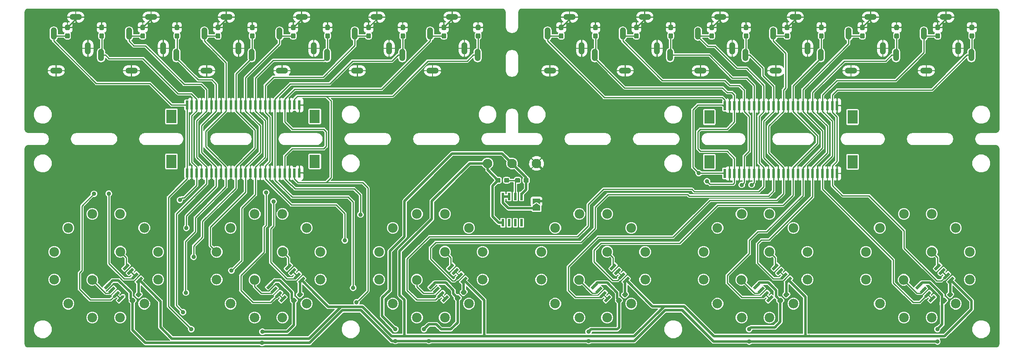
<source format=gbr>
G04 #@! TF.GenerationSoftware,KiCad,Pcbnew,5.0.2-bee76a0~70~ubuntu18.04.1*
G04 #@! TF.CreationDate,2020-05-25T20:10:49+02:00*
G04 #@! TF.ProjectId,AB-AudioMatrix-6x6,41422d41-7564-4696-9f4d-61747269782d,v3.4*
G04 #@! TF.SameCoordinates,Original*
G04 #@! TF.FileFunction,Copper,L4,Bot*
G04 #@! TF.FilePolarity,Positive*
%FSLAX46Y46*%
G04 Gerber Fmt 4.6, Leading zero omitted, Abs format (unit mm)*
G04 Created by KiCad (PCBNEW 5.0.2-bee76a0~70~ubuntu18.04.1) date Mo 25 Mai 2020 20:10:49 CEST*
%MOMM*%
%LPD*%
G01*
G04 APERTURE LIST*
G04 #@! TA.AperFunction,SMDPad,CuDef*
%ADD10R,0.600000X1.900000*%
G04 #@! TD*
G04 #@! TA.AperFunction,SMDPad,CuDef*
%ADD11R,2.100000X2.800000*%
G04 #@! TD*
G04 #@! TA.AperFunction,ComponentPad*
%ADD12O,1.258000X2.516000*%
G04 #@! TD*
G04 #@! TA.AperFunction,ComponentPad*
%ADD13O,2.516000X1.258000*%
G04 #@! TD*
G04 #@! TA.AperFunction,ComponentPad*
%ADD14C,1.950000*%
G04 #@! TD*
G04 #@! TA.AperFunction,Conductor*
%ADD15C,0.100000*%
G04 #@! TD*
G04 #@! TA.AperFunction,SMDPad,CuDef*
%ADD16C,0.950000*%
G04 #@! TD*
G04 #@! TA.AperFunction,ComponentPad*
%ADD17C,1.981200*%
G04 #@! TD*
G04 #@! TA.AperFunction,SMDPad,CuDef*
%ADD18C,0.600000*%
G04 #@! TD*
G04 #@! TA.AperFunction,SMDPad,CuDef*
%ADD19C,0.300000*%
G04 #@! TD*
G04 #@! TA.AperFunction,SMDPad,CuDef*
%ADD20R,0.600000X1.550000*%
G04 #@! TD*
G04 #@! TA.AperFunction,ViaPad*
%ADD21C,0.900000*%
G04 #@! TD*
G04 #@! TA.AperFunction,Conductor*
%ADD22C,0.250000*%
G04 #@! TD*
G04 #@! TA.AperFunction,Conductor*
%ADD23C,0.500000*%
G04 #@! TD*
G04 #@! TA.AperFunction,Conductor*
%ADD24C,0.200000*%
G04 #@! TD*
G04 APERTURE END LIST*
D10*
G04 #@! TO.P,J14,1*
G04 #@! TO.N,GND*
X99500000Y-98050000D03*
G04 #@! TO.P,J14,2*
G04 #@! TO.N,In6R*
X98500000Y-98050000D03*
G04 #@! TO.P,J14,3*
G04 #@! TO.N,GND*
X97500000Y-98050000D03*
G04 #@! TO.P,J14,4*
G04 #@! TO.N,In6L*
X96500000Y-98050000D03*
D11*
G04 #@! TO.P,J14,Z1*
G04 #@! TO.N,N/C*
X102650000Y-100400000D03*
G04 #@! TO.P,J14,Z2*
X73350000Y-100400000D03*
D10*
G04 #@! TO.P,J14,5*
G04 #@! TO.N,GND*
X95500000Y-98050000D03*
G04 #@! TO.P,J14,6*
G04 #@! TO.N,In5R*
X94500000Y-98050000D03*
G04 #@! TO.P,J14,7*
G04 #@! TO.N,GND*
X93500000Y-98050000D03*
G04 #@! TO.P,J14,8*
G04 #@! TO.N,In5L*
X92500000Y-98050000D03*
G04 #@! TO.P,J14,9*
G04 #@! TO.N,GND*
X91500000Y-98050000D03*
G04 #@! TO.P,J14,10*
G04 #@! TO.N,In4R*
X90500000Y-98050000D03*
G04 #@! TO.P,J14,11*
G04 #@! TO.N,GND*
X89500000Y-98050000D03*
G04 #@! TO.P,J14,12*
G04 #@! TO.N,In4L*
X88500000Y-98050000D03*
G04 #@! TO.P,J14,13*
G04 #@! TO.N,GND*
X87500000Y-98050000D03*
G04 #@! TO.P,J14,14*
G04 #@! TO.N,In3R*
X86500000Y-98050000D03*
G04 #@! TO.P,J14,15*
G04 #@! TO.N,GND*
X85500000Y-98050000D03*
G04 #@! TO.P,J14,16*
G04 #@! TO.N,In3L*
X84500000Y-98050000D03*
G04 #@! TO.P,J14,17*
G04 #@! TO.N,GND*
X83500000Y-98050000D03*
G04 #@! TO.P,J14,18*
G04 #@! TO.N,In2R*
X82500000Y-98050000D03*
G04 #@! TO.P,J14,19*
G04 #@! TO.N,GND*
X81500000Y-98050000D03*
G04 #@! TO.P,J14,20*
G04 #@! TO.N,In2L*
X80500000Y-98050000D03*
G04 #@! TO.P,J14,21*
G04 #@! TO.N,GND*
X79500000Y-98050000D03*
G04 #@! TO.P,J14,22*
G04 #@! TO.N,In1R*
X78500000Y-98050000D03*
G04 #@! TO.P,J14,23*
G04 #@! TO.N,GND*
X77500000Y-98050000D03*
G04 #@! TO.P,J14,24*
G04 #@! TO.N,In1L*
X76500000Y-98050000D03*
G04 #@! TD*
G04 #@! TO.P,J16,1*
G04 #@! TO.N,Out1L*
X186500000Y-112054157D03*
G04 #@! TO.P,J16,2*
G04 #@! TO.N,GND*
X187500000Y-112054157D03*
G04 #@! TO.P,J16,3*
G04 #@! TO.N,Out1R*
X188500000Y-112054157D03*
G04 #@! TO.P,J16,4*
G04 #@! TO.N,GND*
X189500000Y-112054157D03*
D11*
G04 #@! TO.P,J16,Z1*
G04 #@! TO.N,N/C*
X183350000Y-109704157D03*
G04 #@! TO.P,J16,Z2*
X212650000Y-109704157D03*
D10*
G04 #@! TO.P,J16,5*
G04 #@! TO.N,Out2L*
X190500000Y-112054157D03*
G04 #@! TO.P,J16,6*
G04 #@! TO.N,GND*
X191500000Y-112054157D03*
G04 #@! TO.P,J16,7*
G04 #@! TO.N,Out2R*
X192500000Y-112054157D03*
G04 #@! TO.P,J16,8*
G04 #@! TO.N,GND*
X193500000Y-112054157D03*
G04 #@! TO.P,J16,9*
G04 #@! TO.N,Out3L*
X194500000Y-112054157D03*
G04 #@! TO.P,J16,10*
G04 #@! TO.N,GND*
X195500000Y-112054157D03*
G04 #@! TO.P,J16,11*
G04 #@! TO.N,Out3R*
X196500000Y-112054157D03*
G04 #@! TO.P,J16,12*
G04 #@! TO.N,GND*
X197500000Y-112054157D03*
G04 #@! TO.P,J16,13*
G04 #@! TO.N,Out4L*
X198500000Y-112054157D03*
G04 #@! TO.P,J16,14*
G04 #@! TO.N,GND*
X199500000Y-112054157D03*
G04 #@! TO.P,J16,15*
G04 #@! TO.N,Out4R*
X200500000Y-112054157D03*
G04 #@! TO.P,J16,16*
G04 #@! TO.N,GND*
X201500000Y-112054157D03*
G04 #@! TO.P,J16,17*
G04 #@! TO.N,Out5L*
X202500000Y-112054157D03*
G04 #@! TO.P,J16,18*
G04 #@! TO.N,GND*
X203500000Y-112054157D03*
G04 #@! TO.P,J16,19*
G04 #@! TO.N,Out5R*
X204500000Y-112054157D03*
G04 #@! TO.P,J16,20*
G04 #@! TO.N,GND*
X205500000Y-112054157D03*
G04 #@! TO.P,J16,21*
G04 #@! TO.N,Out6L*
X206500000Y-112054157D03*
G04 #@! TO.P,J16,22*
G04 #@! TO.N,GND*
X207500000Y-112054157D03*
G04 #@! TO.P,J16,23*
G04 #@! TO.N,Out6R*
X208500000Y-112054157D03*
G04 #@! TO.P,J16,24*
G04 #@! TO.N,GND*
X209500000Y-112054157D03*
G04 #@! TD*
D12*
G04 #@! TO.P,J2,5*
G04 #@! TO.N,In2L*
X64650000Y-83400000D03*
D13*
G04 #@! TO.P,J2,4*
G04 #@! TO.N,GND*
X65150000Y-91000000D03*
D12*
G04 #@! TO.P,J2,3*
X71650000Y-86400000D03*
G04 #@! TO.P,J2,2*
G04 #@! TO.N,In2R*
X74350000Y-87800000D03*
D13*
G04 #@! TO.P,J2,1*
G04 #@! TO.N,GND*
X69150000Y-80000000D03*
G04 #@! TD*
D14*
G04 #@! TO.P,J15,2*
G04 #@! TO.N,-VDC*
X143000000Y-110000000D03*
G04 #@! TO.P,J15,1*
G04 #@! TO.N,GND*
X148000000Y-110000000D03*
G04 #@! TO.P,J15,3*
G04 #@! TO.N,+VDC*
X138000000Y-110000000D03*
G04 #@! TD*
D12*
G04 #@! TO.P,J1,5*
G04 #@! TO.N,In1L*
X49250000Y-83400000D03*
D13*
G04 #@! TO.P,J1,4*
G04 #@! TO.N,GND*
X49750000Y-91000000D03*
D12*
G04 #@! TO.P,J1,3*
X56250000Y-86400000D03*
G04 #@! TO.P,J1,2*
G04 #@! TO.N,In1R*
X58950000Y-87800000D03*
D13*
G04 #@! TO.P,J1,1*
G04 #@! TO.N,GND*
X53750000Y-80000000D03*
G04 #@! TD*
D12*
G04 #@! TO.P,J3,5*
G04 #@! TO.N,In3L*
X80050000Y-83400000D03*
D13*
G04 #@! TO.P,J3,4*
G04 #@! TO.N,GND*
X80550000Y-91000000D03*
D12*
G04 #@! TO.P,J3,3*
X87050000Y-86400000D03*
G04 #@! TO.P,J3,2*
G04 #@! TO.N,In3R*
X89750000Y-87800000D03*
D13*
G04 #@! TO.P,J3,1*
G04 #@! TO.N,GND*
X84550000Y-80000000D03*
G04 #@! TD*
D12*
G04 #@! TO.P,J4,5*
G04 #@! TO.N,In4L*
X95450000Y-83400000D03*
D13*
G04 #@! TO.P,J4,4*
G04 #@! TO.N,GND*
X95950000Y-91000000D03*
D12*
G04 #@! TO.P,J4,3*
X102450000Y-86400000D03*
G04 #@! TO.P,J4,2*
G04 #@! TO.N,In4R*
X105150000Y-87800000D03*
D13*
G04 #@! TO.P,J4,1*
G04 #@! TO.N,GND*
X99950000Y-80000000D03*
G04 #@! TD*
D12*
G04 #@! TO.P,J5,5*
G04 #@! TO.N,In5L*
X110850000Y-83400000D03*
D13*
G04 #@! TO.P,J5,4*
G04 #@! TO.N,GND*
X111350000Y-91000000D03*
D12*
G04 #@! TO.P,J5,3*
X117850000Y-86400000D03*
G04 #@! TO.P,J5,2*
G04 #@! TO.N,In5R*
X120550000Y-87800000D03*
D13*
G04 #@! TO.P,J5,1*
G04 #@! TO.N,GND*
X115350000Y-80000000D03*
G04 #@! TD*
D12*
G04 #@! TO.P,J6,5*
G04 #@! TO.N,In6L*
X126250000Y-83400000D03*
D13*
G04 #@! TO.P,J6,4*
G04 #@! TO.N,GND*
X126750000Y-91000000D03*
D12*
G04 #@! TO.P,J6,3*
X133250000Y-86400000D03*
G04 #@! TO.P,J6,2*
G04 #@! TO.N,In6R*
X135950000Y-87800000D03*
D13*
G04 #@! TO.P,J6,1*
G04 #@! TO.N,GND*
X130750000Y-80000000D03*
G04 #@! TD*
D12*
G04 #@! TO.P,J7,5*
G04 #@! TO.N,Out1L*
X150250000Y-83400000D03*
D13*
G04 #@! TO.P,J7,4*
G04 #@! TO.N,GND*
X150750000Y-91000000D03*
D12*
G04 #@! TO.P,J7,3*
X157250000Y-86400000D03*
G04 #@! TO.P,J7,2*
G04 #@! TO.N,Out1R*
X159950000Y-87800000D03*
D13*
G04 #@! TO.P,J7,1*
G04 #@! TO.N,GND*
X154750000Y-80000000D03*
G04 #@! TD*
D12*
G04 #@! TO.P,J8,5*
G04 #@! TO.N,Out2L*
X165650000Y-83400000D03*
D13*
G04 #@! TO.P,J8,4*
G04 #@! TO.N,GND*
X166150000Y-91000000D03*
D12*
G04 #@! TO.P,J8,3*
X172650000Y-86400000D03*
G04 #@! TO.P,J8,2*
G04 #@! TO.N,Out2R*
X175350000Y-87800000D03*
D13*
G04 #@! TO.P,J8,1*
G04 #@! TO.N,GND*
X170150000Y-80000000D03*
G04 #@! TD*
D12*
G04 #@! TO.P,J9,5*
G04 #@! TO.N,Out3L*
X181050000Y-83400000D03*
D13*
G04 #@! TO.P,J9,4*
G04 #@! TO.N,GND*
X181550000Y-91000000D03*
D12*
G04 #@! TO.P,J9,3*
X188050000Y-86400000D03*
G04 #@! TO.P,J9,2*
G04 #@! TO.N,Out3R*
X190750000Y-87800000D03*
D13*
G04 #@! TO.P,J9,1*
G04 #@! TO.N,GND*
X185550000Y-80000000D03*
G04 #@! TD*
D12*
G04 #@! TO.P,J10,5*
G04 #@! TO.N,Out4L*
X196450000Y-83400000D03*
D13*
G04 #@! TO.P,J10,4*
G04 #@! TO.N,GND*
X196950000Y-91000000D03*
D12*
G04 #@! TO.P,J10,3*
X203450000Y-86400000D03*
G04 #@! TO.P,J10,2*
G04 #@! TO.N,Out4R*
X206150000Y-87800000D03*
D13*
G04 #@! TO.P,J10,1*
G04 #@! TO.N,GND*
X200950000Y-80000000D03*
G04 #@! TD*
D12*
G04 #@! TO.P,J11,5*
G04 #@! TO.N,Out5L*
X211850000Y-83400000D03*
D13*
G04 #@! TO.P,J11,4*
G04 #@! TO.N,GND*
X212350000Y-91000000D03*
D12*
G04 #@! TO.P,J11,3*
X218850000Y-86400000D03*
G04 #@! TO.P,J11,2*
G04 #@! TO.N,Out5R*
X221550000Y-87800000D03*
D13*
G04 #@! TO.P,J11,1*
G04 #@! TO.N,GND*
X216350000Y-80000000D03*
G04 #@! TD*
D12*
G04 #@! TO.P,J12,5*
G04 #@! TO.N,Out6L*
X227250000Y-83400000D03*
D13*
G04 #@! TO.P,J12,4*
G04 #@! TO.N,GND*
X227750000Y-91000000D03*
D12*
G04 #@! TO.P,J12,3*
X234250000Y-86400000D03*
G04 #@! TO.P,J12,2*
G04 #@! TO.N,Out6R*
X236950000Y-87800000D03*
D13*
G04 #@! TO.P,J12,1*
G04 #@! TO.N,GND*
X231750000Y-80000000D03*
G04 #@! TD*
D10*
G04 #@! TO.P,J13,1*
G04 #@! TO.N,In1L*
X76500000Y-111950000D03*
G04 #@! TO.P,J13,2*
G04 #@! TO.N,GND*
X77500000Y-111950000D03*
G04 #@! TO.P,J13,3*
G04 #@! TO.N,In1R*
X78500000Y-111950000D03*
G04 #@! TO.P,J13,4*
G04 #@! TO.N,GND*
X79500000Y-111950000D03*
D11*
G04 #@! TO.P,J13,Z1*
G04 #@! TO.N,N/C*
X73350000Y-109600000D03*
G04 #@! TO.P,J13,Z2*
X102650000Y-109600000D03*
D10*
G04 #@! TO.P,J13,5*
G04 #@! TO.N,In2L*
X80500000Y-111950000D03*
G04 #@! TO.P,J13,6*
G04 #@! TO.N,GND*
X81500000Y-111950000D03*
G04 #@! TO.P,J13,7*
G04 #@! TO.N,In2R*
X82500000Y-111950000D03*
G04 #@! TO.P,J13,8*
G04 #@! TO.N,GND*
X83500000Y-111950000D03*
G04 #@! TO.P,J13,9*
G04 #@! TO.N,In3L*
X84500000Y-111950000D03*
G04 #@! TO.P,J13,10*
G04 #@! TO.N,GND*
X85500000Y-111950000D03*
G04 #@! TO.P,J13,11*
G04 #@! TO.N,In3R*
X86500000Y-111950000D03*
G04 #@! TO.P,J13,12*
G04 #@! TO.N,GND*
X87500000Y-111950000D03*
G04 #@! TO.P,J13,13*
G04 #@! TO.N,In4L*
X88500000Y-111950000D03*
G04 #@! TO.P,J13,14*
G04 #@! TO.N,GND*
X89500000Y-111950000D03*
G04 #@! TO.P,J13,15*
G04 #@! TO.N,In4R*
X90500000Y-111950000D03*
G04 #@! TO.P,J13,16*
G04 #@! TO.N,GND*
X91500000Y-111950000D03*
G04 #@! TO.P,J13,17*
G04 #@! TO.N,In5L*
X92500000Y-111950000D03*
G04 #@! TO.P,J13,18*
G04 #@! TO.N,GND*
X93500000Y-111950000D03*
G04 #@! TO.P,J13,19*
G04 #@! TO.N,In5R*
X94500000Y-111950000D03*
G04 #@! TO.P,J13,20*
G04 #@! TO.N,GND*
X95500000Y-111950000D03*
G04 #@! TO.P,J13,21*
G04 #@! TO.N,In6L*
X96500000Y-111950000D03*
G04 #@! TO.P,J13,22*
G04 #@! TO.N,GND*
X97500000Y-111950000D03*
G04 #@! TO.P,J13,23*
G04 #@! TO.N,In6R*
X98500000Y-111950000D03*
G04 #@! TO.P,J13,24*
G04 #@! TO.N,GND*
X99500000Y-111950000D03*
G04 #@! TD*
G04 #@! TO.P,J17,1*
G04 #@! TO.N,GND*
X209500000Y-98154157D03*
G04 #@! TO.P,J17,2*
G04 #@! TO.N,Out6R*
X208500000Y-98154157D03*
G04 #@! TO.P,J17,3*
G04 #@! TO.N,GND*
X207500000Y-98154157D03*
G04 #@! TO.P,J17,4*
G04 #@! TO.N,Out6L*
X206500000Y-98154157D03*
D11*
G04 #@! TO.P,J17,Z1*
G04 #@! TO.N,N/C*
X212650000Y-100504157D03*
G04 #@! TO.P,J17,Z2*
X183350000Y-100504157D03*
D10*
G04 #@! TO.P,J17,5*
G04 #@! TO.N,GND*
X205500000Y-98154157D03*
G04 #@! TO.P,J17,6*
G04 #@! TO.N,Out5R*
X204500000Y-98154157D03*
G04 #@! TO.P,J17,7*
G04 #@! TO.N,GND*
X203500000Y-98154157D03*
G04 #@! TO.P,J17,8*
G04 #@! TO.N,Out5L*
X202500000Y-98154157D03*
G04 #@! TO.P,J17,9*
G04 #@! TO.N,GND*
X201500000Y-98154157D03*
G04 #@! TO.P,J17,10*
G04 #@! TO.N,Out4R*
X200500000Y-98154157D03*
G04 #@! TO.P,J17,11*
G04 #@! TO.N,GND*
X199500000Y-98154157D03*
G04 #@! TO.P,J17,12*
G04 #@! TO.N,Out4L*
X198500000Y-98154157D03*
G04 #@! TO.P,J17,13*
G04 #@! TO.N,GND*
X197500000Y-98154157D03*
G04 #@! TO.P,J17,14*
G04 #@! TO.N,Out3R*
X196500000Y-98154157D03*
G04 #@! TO.P,J17,15*
G04 #@! TO.N,GND*
X195500000Y-98154157D03*
G04 #@! TO.P,J17,16*
G04 #@! TO.N,Out3L*
X194500000Y-98154157D03*
G04 #@! TO.P,J17,17*
G04 #@! TO.N,GND*
X193500000Y-98154157D03*
G04 #@! TO.P,J17,18*
G04 #@! TO.N,Out2R*
X192500000Y-98154157D03*
G04 #@! TO.P,J17,19*
G04 #@! TO.N,GND*
X191500000Y-98154157D03*
G04 #@! TO.P,J17,20*
G04 #@! TO.N,Out2L*
X190500000Y-98154157D03*
G04 #@! TO.P,J17,21*
G04 #@! TO.N,GND*
X189500000Y-98154157D03*
G04 #@! TO.P,J17,22*
G04 #@! TO.N,Out1R*
X188500000Y-98154157D03*
G04 #@! TO.P,J17,23*
G04 #@! TO.N,GND*
X187500000Y-98154157D03*
G04 #@! TO.P,J17,24*
G04 #@! TO.N,Out1L*
X186500000Y-98154157D03*
G04 #@! TD*
D15*
G04 #@! TO.N,GND*
G04 #@! TO.C,R1*
G36*
X59319279Y-81601144D02*
X59342334Y-81604563D01*
X59364943Y-81610227D01*
X59386887Y-81618079D01*
X59407957Y-81628044D01*
X59427948Y-81640026D01*
X59446668Y-81653910D01*
X59463938Y-81669562D01*
X59479590Y-81686832D01*
X59493474Y-81705552D01*
X59505456Y-81725543D01*
X59515421Y-81746613D01*
X59523273Y-81768557D01*
X59528937Y-81791166D01*
X59532356Y-81814221D01*
X59533500Y-81837500D01*
X59533500Y-82412500D01*
X59532356Y-82435779D01*
X59528937Y-82458834D01*
X59523273Y-82481443D01*
X59515421Y-82503387D01*
X59505456Y-82524457D01*
X59493474Y-82544448D01*
X59479590Y-82563168D01*
X59463938Y-82580438D01*
X59446668Y-82596090D01*
X59427948Y-82609974D01*
X59407957Y-82621956D01*
X59386887Y-82631921D01*
X59364943Y-82639773D01*
X59342334Y-82645437D01*
X59319279Y-82648856D01*
X59296000Y-82650000D01*
X58821000Y-82650000D01*
X58797721Y-82648856D01*
X58774666Y-82645437D01*
X58752057Y-82639773D01*
X58730113Y-82631921D01*
X58709043Y-82621956D01*
X58689052Y-82609974D01*
X58670332Y-82596090D01*
X58653062Y-82580438D01*
X58637410Y-82563168D01*
X58623526Y-82544448D01*
X58611544Y-82524457D01*
X58601579Y-82503387D01*
X58593727Y-82481443D01*
X58588063Y-82458834D01*
X58584644Y-82435779D01*
X58583500Y-82412500D01*
X58583500Y-81837500D01*
X58584644Y-81814221D01*
X58588063Y-81791166D01*
X58593727Y-81768557D01*
X58601579Y-81746613D01*
X58611544Y-81725543D01*
X58623526Y-81705552D01*
X58637410Y-81686832D01*
X58653062Y-81669562D01*
X58670332Y-81653910D01*
X58689052Y-81640026D01*
X58709043Y-81628044D01*
X58730113Y-81618079D01*
X58752057Y-81610227D01*
X58774666Y-81604563D01*
X58797721Y-81601144D01*
X58821000Y-81600000D01*
X59296000Y-81600000D01*
X59319279Y-81601144D01*
X59319279Y-81601144D01*
G37*
D16*
G04 #@! TD*
G04 #@! TO.P,R1,2*
G04 #@! TO.N,GND*
X59058500Y-82125000D03*
D15*
G04 #@! TO.N,In1R*
G04 #@! TO.C,R1*
G36*
X59319279Y-83351144D02*
X59342334Y-83354563D01*
X59364943Y-83360227D01*
X59386887Y-83368079D01*
X59407957Y-83378044D01*
X59427948Y-83390026D01*
X59446668Y-83403910D01*
X59463938Y-83419562D01*
X59479590Y-83436832D01*
X59493474Y-83455552D01*
X59505456Y-83475543D01*
X59515421Y-83496613D01*
X59523273Y-83518557D01*
X59528937Y-83541166D01*
X59532356Y-83564221D01*
X59533500Y-83587500D01*
X59533500Y-84162500D01*
X59532356Y-84185779D01*
X59528937Y-84208834D01*
X59523273Y-84231443D01*
X59515421Y-84253387D01*
X59505456Y-84274457D01*
X59493474Y-84294448D01*
X59479590Y-84313168D01*
X59463938Y-84330438D01*
X59446668Y-84346090D01*
X59427948Y-84359974D01*
X59407957Y-84371956D01*
X59386887Y-84381921D01*
X59364943Y-84389773D01*
X59342334Y-84395437D01*
X59319279Y-84398856D01*
X59296000Y-84400000D01*
X58821000Y-84400000D01*
X58797721Y-84398856D01*
X58774666Y-84395437D01*
X58752057Y-84389773D01*
X58730113Y-84381921D01*
X58709043Y-84371956D01*
X58689052Y-84359974D01*
X58670332Y-84346090D01*
X58653062Y-84330438D01*
X58637410Y-84313168D01*
X58623526Y-84294448D01*
X58611544Y-84274457D01*
X58601579Y-84253387D01*
X58593727Y-84231443D01*
X58588063Y-84208834D01*
X58584644Y-84185779D01*
X58583500Y-84162500D01*
X58583500Y-83587500D01*
X58584644Y-83564221D01*
X58588063Y-83541166D01*
X58593727Y-83518557D01*
X58601579Y-83496613D01*
X58611544Y-83475543D01*
X58623526Y-83455552D01*
X58637410Y-83436832D01*
X58653062Y-83419562D01*
X58670332Y-83403910D01*
X58689052Y-83390026D01*
X58709043Y-83378044D01*
X58730113Y-83368079D01*
X58752057Y-83360227D01*
X58774666Y-83354563D01*
X58797721Y-83351144D01*
X58821000Y-83350000D01*
X59296000Y-83350000D01*
X59319279Y-83351144D01*
X59319279Y-83351144D01*
G37*
D16*
G04 #@! TD*
G04 #@! TO.P,R1,1*
G04 #@! TO.N,In1R*
X59058500Y-83875000D03*
D15*
G04 #@! TO.N,GND*
G04 #@! TO.C,R2*
G36*
X74719279Y-81601144D02*
X74742334Y-81604563D01*
X74764943Y-81610227D01*
X74786887Y-81618079D01*
X74807957Y-81628044D01*
X74827948Y-81640026D01*
X74846668Y-81653910D01*
X74863938Y-81669562D01*
X74879590Y-81686832D01*
X74893474Y-81705552D01*
X74905456Y-81725543D01*
X74915421Y-81746613D01*
X74923273Y-81768557D01*
X74928937Y-81791166D01*
X74932356Y-81814221D01*
X74933500Y-81837500D01*
X74933500Y-82412500D01*
X74932356Y-82435779D01*
X74928937Y-82458834D01*
X74923273Y-82481443D01*
X74915421Y-82503387D01*
X74905456Y-82524457D01*
X74893474Y-82544448D01*
X74879590Y-82563168D01*
X74863938Y-82580438D01*
X74846668Y-82596090D01*
X74827948Y-82609974D01*
X74807957Y-82621956D01*
X74786887Y-82631921D01*
X74764943Y-82639773D01*
X74742334Y-82645437D01*
X74719279Y-82648856D01*
X74696000Y-82650000D01*
X74221000Y-82650000D01*
X74197721Y-82648856D01*
X74174666Y-82645437D01*
X74152057Y-82639773D01*
X74130113Y-82631921D01*
X74109043Y-82621956D01*
X74089052Y-82609974D01*
X74070332Y-82596090D01*
X74053062Y-82580438D01*
X74037410Y-82563168D01*
X74023526Y-82544448D01*
X74011544Y-82524457D01*
X74001579Y-82503387D01*
X73993727Y-82481443D01*
X73988063Y-82458834D01*
X73984644Y-82435779D01*
X73983500Y-82412500D01*
X73983500Y-81837500D01*
X73984644Y-81814221D01*
X73988063Y-81791166D01*
X73993727Y-81768557D01*
X74001579Y-81746613D01*
X74011544Y-81725543D01*
X74023526Y-81705552D01*
X74037410Y-81686832D01*
X74053062Y-81669562D01*
X74070332Y-81653910D01*
X74089052Y-81640026D01*
X74109043Y-81628044D01*
X74130113Y-81618079D01*
X74152057Y-81610227D01*
X74174666Y-81604563D01*
X74197721Y-81601144D01*
X74221000Y-81600000D01*
X74696000Y-81600000D01*
X74719279Y-81601144D01*
X74719279Y-81601144D01*
G37*
D16*
G04 #@! TD*
G04 #@! TO.P,R2,2*
G04 #@! TO.N,GND*
X74458500Y-82125000D03*
D15*
G04 #@! TO.N,In2R*
G04 #@! TO.C,R2*
G36*
X74719279Y-83351144D02*
X74742334Y-83354563D01*
X74764943Y-83360227D01*
X74786887Y-83368079D01*
X74807957Y-83378044D01*
X74827948Y-83390026D01*
X74846668Y-83403910D01*
X74863938Y-83419562D01*
X74879590Y-83436832D01*
X74893474Y-83455552D01*
X74905456Y-83475543D01*
X74915421Y-83496613D01*
X74923273Y-83518557D01*
X74928937Y-83541166D01*
X74932356Y-83564221D01*
X74933500Y-83587500D01*
X74933500Y-84162500D01*
X74932356Y-84185779D01*
X74928937Y-84208834D01*
X74923273Y-84231443D01*
X74915421Y-84253387D01*
X74905456Y-84274457D01*
X74893474Y-84294448D01*
X74879590Y-84313168D01*
X74863938Y-84330438D01*
X74846668Y-84346090D01*
X74827948Y-84359974D01*
X74807957Y-84371956D01*
X74786887Y-84381921D01*
X74764943Y-84389773D01*
X74742334Y-84395437D01*
X74719279Y-84398856D01*
X74696000Y-84400000D01*
X74221000Y-84400000D01*
X74197721Y-84398856D01*
X74174666Y-84395437D01*
X74152057Y-84389773D01*
X74130113Y-84381921D01*
X74109043Y-84371956D01*
X74089052Y-84359974D01*
X74070332Y-84346090D01*
X74053062Y-84330438D01*
X74037410Y-84313168D01*
X74023526Y-84294448D01*
X74011544Y-84274457D01*
X74001579Y-84253387D01*
X73993727Y-84231443D01*
X73988063Y-84208834D01*
X73984644Y-84185779D01*
X73983500Y-84162500D01*
X73983500Y-83587500D01*
X73984644Y-83564221D01*
X73988063Y-83541166D01*
X73993727Y-83518557D01*
X74001579Y-83496613D01*
X74011544Y-83475543D01*
X74023526Y-83455552D01*
X74037410Y-83436832D01*
X74053062Y-83419562D01*
X74070332Y-83403910D01*
X74089052Y-83390026D01*
X74109043Y-83378044D01*
X74130113Y-83368079D01*
X74152057Y-83360227D01*
X74174666Y-83354563D01*
X74197721Y-83351144D01*
X74221000Y-83350000D01*
X74696000Y-83350000D01*
X74719279Y-83351144D01*
X74719279Y-83351144D01*
G37*
D16*
G04 #@! TD*
G04 #@! TO.P,R2,1*
G04 #@! TO.N,In2R*
X74458500Y-83875000D03*
D15*
G04 #@! TO.N,GND*
G04 #@! TO.C,R3*
G36*
X90119279Y-81601144D02*
X90142334Y-81604563D01*
X90164943Y-81610227D01*
X90186887Y-81618079D01*
X90207957Y-81628044D01*
X90227948Y-81640026D01*
X90246668Y-81653910D01*
X90263938Y-81669562D01*
X90279590Y-81686832D01*
X90293474Y-81705552D01*
X90305456Y-81725543D01*
X90315421Y-81746613D01*
X90323273Y-81768557D01*
X90328937Y-81791166D01*
X90332356Y-81814221D01*
X90333500Y-81837500D01*
X90333500Y-82412500D01*
X90332356Y-82435779D01*
X90328937Y-82458834D01*
X90323273Y-82481443D01*
X90315421Y-82503387D01*
X90305456Y-82524457D01*
X90293474Y-82544448D01*
X90279590Y-82563168D01*
X90263938Y-82580438D01*
X90246668Y-82596090D01*
X90227948Y-82609974D01*
X90207957Y-82621956D01*
X90186887Y-82631921D01*
X90164943Y-82639773D01*
X90142334Y-82645437D01*
X90119279Y-82648856D01*
X90096000Y-82650000D01*
X89621000Y-82650000D01*
X89597721Y-82648856D01*
X89574666Y-82645437D01*
X89552057Y-82639773D01*
X89530113Y-82631921D01*
X89509043Y-82621956D01*
X89489052Y-82609974D01*
X89470332Y-82596090D01*
X89453062Y-82580438D01*
X89437410Y-82563168D01*
X89423526Y-82544448D01*
X89411544Y-82524457D01*
X89401579Y-82503387D01*
X89393727Y-82481443D01*
X89388063Y-82458834D01*
X89384644Y-82435779D01*
X89383500Y-82412500D01*
X89383500Y-81837500D01*
X89384644Y-81814221D01*
X89388063Y-81791166D01*
X89393727Y-81768557D01*
X89401579Y-81746613D01*
X89411544Y-81725543D01*
X89423526Y-81705552D01*
X89437410Y-81686832D01*
X89453062Y-81669562D01*
X89470332Y-81653910D01*
X89489052Y-81640026D01*
X89509043Y-81628044D01*
X89530113Y-81618079D01*
X89552057Y-81610227D01*
X89574666Y-81604563D01*
X89597721Y-81601144D01*
X89621000Y-81600000D01*
X90096000Y-81600000D01*
X90119279Y-81601144D01*
X90119279Y-81601144D01*
G37*
D16*
G04 #@! TD*
G04 #@! TO.P,R3,2*
G04 #@! TO.N,GND*
X89858500Y-82125000D03*
D15*
G04 #@! TO.N,In3R*
G04 #@! TO.C,R3*
G36*
X90119279Y-83351144D02*
X90142334Y-83354563D01*
X90164943Y-83360227D01*
X90186887Y-83368079D01*
X90207957Y-83378044D01*
X90227948Y-83390026D01*
X90246668Y-83403910D01*
X90263938Y-83419562D01*
X90279590Y-83436832D01*
X90293474Y-83455552D01*
X90305456Y-83475543D01*
X90315421Y-83496613D01*
X90323273Y-83518557D01*
X90328937Y-83541166D01*
X90332356Y-83564221D01*
X90333500Y-83587500D01*
X90333500Y-84162500D01*
X90332356Y-84185779D01*
X90328937Y-84208834D01*
X90323273Y-84231443D01*
X90315421Y-84253387D01*
X90305456Y-84274457D01*
X90293474Y-84294448D01*
X90279590Y-84313168D01*
X90263938Y-84330438D01*
X90246668Y-84346090D01*
X90227948Y-84359974D01*
X90207957Y-84371956D01*
X90186887Y-84381921D01*
X90164943Y-84389773D01*
X90142334Y-84395437D01*
X90119279Y-84398856D01*
X90096000Y-84400000D01*
X89621000Y-84400000D01*
X89597721Y-84398856D01*
X89574666Y-84395437D01*
X89552057Y-84389773D01*
X89530113Y-84381921D01*
X89509043Y-84371956D01*
X89489052Y-84359974D01*
X89470332Y-84346090D01*
X89453062Y-84330438D01*
X89437410Y-84313168D01*
X89423526Y-84294448D01*
X89411544Y-84274457D01*
X89401579Y-84253387D01*
X89393727Y-84231443D01*
X89388063Y-84208834D01*
X89384644Y-84185779D01*
X89383500Y-84162500D01*
X89383500Y-83587500D01*
X89384644Y-83564221D01*
X89388063Y-83541166D01*
X89393727Y-83518557D01*
X89401579Y-83496613D01*
X89411544Y-83475543D01*
X89423526Y-83455552D01*
X89437410Y-83436832D01*
X89453062Y-83419562D01*
X89470332Y-83403910D01*
X89489052Y-83390026D01*
X89509043Y-83378044D01*
X89530113Y-83368079D01*
X89552057Y-83360227D01*
X89574666Y-83354563D01*
X89597721Y-83351144D01*
X89621000Y-83350000D01*
X90096000Y-83350000D01*
X90119279Y-83351144D01*
X90119279Y-83351144D01*
G37*
D16*
G04 #@! TD*
G04 #@! TO.P,R3,1*
G04 #@! TO.N,In3R*
X89858500Y-83875000D03*
D15*
G04 #@! TO.N,GND*
G04 #@! TO.C,R4*
G36*
X105519279Y-81601144D02*
X105542334Y-81604563D01*
X105564943Y-81610227D01*
X105586887Y-81618079D01*
X105607957Y-81628044D01*
X105627948Y-81640026D01*
X105646668Y-81653910D01*
X105663938Y-81669562D01*
X105679590Y-81686832D01*
X105693474Y-81705552D01*
X105705456Y-81725543D01*
X105715421Y-81746613D01*
X105723273Y-81768557D01*
X105728937Y-81791166D01*
X105732356Y-81814221D01*
X105733500Y-81837500D01*
X105733500Y-82412500D01*
X105732356Y-82435779D01*
X105728937Y-82458834D01*
X105723273Y-82481443D01*
X105715421Y-82503387D01*
X105705456Y-82524457D01*
X105693474Y-82544448D01*
X105679590Y-82563168D01*
X105663938Y-82580438D01*
X105646668Y-82596090D01*
X105627948Y-82609974D01*
X105607957Y-82621956D01*
X105586887Y-82631921D01*
X105564943Y-82639773D01*
X105542334Y-82645437D01*
X105519279Y-82648856D01*
X105496000Y-82650000D01*
X105021000Y-82650000D01*
X104997721Y-82648856D01*
X104974666Y-82645437D01*
X104952057Y-82639773D01*
X104930113Y-82631921D01*
X104909043Y-82621956D01*
X104889052Y-82609974D01*
X104870332Y-82596090D01*
X104853062Y-82580438D01*
X104837410Y-82563168D01*
X104823526Y-82544448D01*
X104811544Y-82524457D01*
X104801579Y-82503387D01*
X104793727Y-82481443D01*
X104788063Y-82458834D01*
X104784644Y-82435779D01*
X104783500Y-82412500D01*
X104783500Y-81837500D01*
X104784644Y-81814221D01*
X104788063Y-81791166D01*
X104793727Y-81768557D01*
X104801579Y-81746613D01*
X104811544Y-81725543D01*
X104823526Y-81705552D01*
X104837410Y-81686832D01*
X104853062Y-81669562D01*
X104870332Y-81653910D01*
X104889052Y-81640026D01*
X104909043Y-81628044D01*
X104930113Y-81618079D01*
X104952057Y-81610227D01*
X104974666Y-81604563D01*
X104997721Y-81601144D01*
X105021000Y-81600000D01*
X105496000Y-81600000D01*
X105519279Y-81601144D01*
X105519279Y-81601144D01*
G37*
D16*
G04 #@! TD*
G04 #@! TO.P,R4,2*
G04 #@! TO.N,GND*
X105258500Y-82125000D03*
D15*
G04 #@! TO.N,In4R*
G04 #@! TO.C,R4*
G36*
X105519279Y-83351144D02*
X105542334Y-83354563D01*
X105564943Y-83360227D01*
X105586887Y-83368079D01*
X105607957Y-83378044D01*
X105627948Y-83390026D01*
X105646668Y-83403910D01*
X105663938Y-83419562D01*
X105679590Y-83436832D01*
X105693474Y-83455552D01*
X105705456Y-83475543D01*
X105715421Y-83496613D01*
X105723273Y-83518557D01*
X105728937Y-83541166D01*
X105732356Y-83564221D01*
X105733500Y-83587500D01*
X105733500Y-84162500D01*
X105732356Y-84185779D01*
X105728937Y-84208834D01*
X105723273Y-84231443D01*
X105715421Y-84253387D01*
X105705456Y-84274457D01*
X105693474Y-84294448D01*
X105679590Y-84313168D01*
X105663938Y-84330438D01*
X105646668Y-84346090D01*
X105627948Y-84359974D01*
X105607957Y-84371956D01*
X105586887Y-84381921D01*
X105564943Y-84389773D01*
X105542334Y-84395437D01*
X105519279Y-84398856D01*
X105496000Y-84400000D01*
X105021000Y-84400000D01*
X104997721Y-84398856D01*
X104974666Y-84395437D01*
X104952057Y-84389773D01*
X104930113Y-84381921D01*
X104909043Y-84371956D01*
X104889052Y-84359974D01*
X104870332Y-84346090D01*
X104853062Y-84330438D01*
X104837410Y-84313168D01*
X104823526Y-84294448D01*
X104811544Y-84274457D01*
X104801579Y-84253387D01*
X104793727Y-84231443D01*
X104788063Y-84208834D01*
X104784644Y-84185779D01*
X104783500Y-84162500D01*
X104783500Y-83587500D01*
X104784644Y-83564221D01*
X104788063Y-83541166D01*
X104793727Y-83518557D01*
X104801579Y-83496613D01*
X104811544Y-83475543D01*
X104823526Y-83455552D01*
X104837410Y-83436832D01*
X104853062Y-83419562D01*
X104870332Y-83403910D01*
X104889052Y-83390026D01*
X104909043Y-83378044D01*
X104930113Y-83368079D01*
X104952057Y-83360227D01*
X104974666Y-83354563D01*
X104997721Y-83351144D01*
X105021000Y-83350000D01*
X105496000Y-83350000D01*
X105519279Y-83351144D01*
X105519279Y-83351144D01*
G37*
D16*
G04 #@! TD*
G04 #@! TO.P,R4,1*
G04 #@! TO.N,In4R*
X105258500Y-83875000D03*
D15*
G04 #@! TO.N,GND*
G04 #@! TO.C,R5*
G36*
X120919279Y-81601144D02*
X120942334Y-81604563D01*
X120964943Y-81610227D01*
X120986887Y-81618079D01*
X121007957Y-81628044D01*
X121027948Y-81640026D01*
X121046668Y-81653910D01*
X121063938Y-81669562D01*
X121079590Y-81686832D01*
X121093474Y-81705552D01*
X121105456Y-81725543D01*
X121115421Y-81746613D01*
X121123273Y-81768557D01*
X121128937Y-81791166D01*
X121132356Y-81814221D01*
X121133500Y-81837500D01*
X121133500Y-82412500D01*
X121132356Y-82435779D01*
X121128937Y-82458834D01*
X121123273Y-82481443D01*
X121115421Y-82503387D01*
X121105456Y-82524457D01*
X121093474Y-82544448D01*
X121079590Y-82563168D01*
X121063938Y-82580438D01*
X121046668Y-82596090D01*
X121027948Y-82609974D01*
X121007957Y-82621956D01*
X120986887Y-82631921D01*
X120964943Y-82639773D01*
X120942334Y-82645437D01*
X120919279Y-82648856D01*
X120896000Y-82650000D01*
X120421000Y-82650000D01*
X120397721Y-82648856D01*
X120374666Y-82645437D01*
X120352057Y-82639773D01*
X120330113Y-82631921D01*
X120309043Y-82621956D01*
X120289052Y-82609974D01*
X120270332Y-82596090D01*
X120253062Y-82580438D01*
X120237410Y-82563168D01*
X120223526Y-82544448D01*
X120211544Y-82524457D01*
X120201579Y-82503387D01*
X120193727Y-82481443D01*
X120188063Y-82458834D01*
X120184644Y-82435779D01*
X120183500Y-82412500D01*
X120183500Y-81837500D01*
X120184644Y-81814221D01*
X120188063Y-81791166D01*
X120193727Y-81768557D01*
X120201579Y-81746613D01*
X120211544Y-81725543D01*
X120223526Y-81705552D01*
X120237410Y-81686832D01*
X120253062Y-81669562D01*
X120270332Y-81653910D01*
X120289052Y-81640026D01*
X120309043Y-81628044D01*
X120330113Y-81618079D01*
X120352057Y-81610227D01*
X120374666Y-81604563D01*
X120397721Y-81601144D01*
X120421000Y-81600000D01*
X120896000Y-81600000D01*
X120919279Y-81601144D01*
X120919279Y-81601144D01*
G37*
D16*
G04 #@! TD*
G04 #@! TO.P,R5,2*
G04 #@! TO.N,GND*
X120658500Y-82125000D03*
D15*
G04 #@! TO.N,In5R*
G04 #@! TO.C,R5*
G36*
X120919279Y-83351144D02*
X120942334Y-83354563D01*
X120964943Y-83360227D01*
X120986887Y-83368079D01*
X121007957Y-83378044D01*
X121027948Y-83390026D01*
X121046668Y-83403910D01*
X121063938Y-83419562D01*
X121079590Y-83436832D01*
X121093474Y-83455552D01*
X121105456Y-83475543D01*
X121115421Y-83496613D01*
X121123273Y-83518557D01*
X121128937Y-83541166D01*
X121132356Y-83564221D01*
X121133500Y-83587500D01*
X121133500Y-84162500D01*
X121132356Y-84185779D01*
X121128937Y-84208834D01*
X121123273Y-84231443D01*
X121115421Y-84253387D01*
X121105456Y-84274457D01*
X121093474Y-84294448D01*
X121079590Y-84313168D01*
X121063938Y-84330438D01*
X121046668Y-84346090D01*
X121027948Y-84359974D01*
X121007957Y-84371956D01*
X120986887Y-84381921D01*
X120964943Y-84389773D01*
X120942334Y-84395437D01*
X120919279Y-84398856D01*
X120896000Y-84400000D01*
X120421000Y-84400000D01*
X120397721Y-84398856D01*
X120374666Y-84395437D01*
X120352057Y-84389773D01*
X120330113Y-84381921D01*
X120309043Y-84371956D01*
X120289052Y-84359974D01*
X120270332Y-84346090D01*
X120253062Y-84330438D01*
X120237410Y-84313168D01*
X120223526Y-84294448D01*
X120211544Y-84274457D01*
X120201579Y-84253387D01*
X120193727Y-84231443D01*
X120188063Y-84208834D01*
X120184644Y-84185779D01*
X120183500Y-84162500D01*
X120183500Y-83587500D01*
X120184644Y-83564221D01*
X120188063Y-83541166D01*
X120193727Y-83518557D01*
X120201579Y-83496613D01*
X120211544Y-83475543D01*
X120223526Y-83455552D01*
X120237410Y-83436832D01*
X120253062Y-83419562D01*
X120270332Y-83403910D01*
X120289052Y-83390026D01*
X120309043Y-83378044D01*
X120330113Y-83368079D01*
X120352057Y-83360227D01*
X120374666Y-83354563D01*
X120397721Y-83351144D01*
X120421000Y-83350000D01*
X120896000Y-83350000D01*
X120919279Y-83351144D01*
X120919279Y-83351144D01*
G37*
D16*
G04 #@! TD*
G04 #@! TO.P,R5,1*
G04 #@! TO.N,In5R*
X120658500Y-83875000D03*
D15*
G04 #@! TO.N,GND*
G04 #@! TO.C,R6*
G36*
X136319279Y-81601144D02*
X136342334Y-81604563D01*
X136364943Y-81610227D01*
X136386887Y-81618079D01*
X136407957Y-81628044D01*
X136427948Y-81640026D01*
X136446668Y-81653910D01*
X136463938Y-81669562D01*
X136479590Y-81686832D01*
X136493474Y-81705552D01*
X136505456Y-81725543D01*
X136515421Y-81746613D01*
X136523273Y-81768557D01*
X136528937Y-81791166D01*
X136532356Y-81814221D01*
X136533500Y-81837500D01*
X136533500Y-82412500D01*
X136532356Y-82435779D01*
X136528937Y-82458834D01*
X136523273Y-82481443D01*
X136515421Y-82503387D01*
X136505456Y-82524457D01*
X136493474Y-82544448D01*
X136479590Y-82563168D01*
X136463938Y-82580438D01*
X136446668Y-82596090D01*
X136427948Y-82609974D01*
X136407957Y-82621956D01*
X136386887Y-82631921D01*
X136364943Y-82639773D01*
X136342334Y-82645437D01*
X136319279Y-82648856D01*
X136296000Y-82650000D01*
X135821000Y-82650000D01*
X135797721Y-82648856D01*
X135774666Y-82645437D01*
X135752057Y-82639773D01*
X135730113Y-82631921D01*
X135709043Y-82621956D01*
X135689052Y-82609974D01*
X135670332Y-82596090D01*
X135653062Y-82580438D01*
X135637410Y-82563168D01*
X135623526Y-82544448D01*
X135611544Y-82524457D01*
X135601579Y-82503387D01*
X135593727Y-82481443D01*
X135588063Y-82458834D01*
X135584644Y-82435779D01*
X135583500Y-82412500D01*
X135583500Y-81837500D01*
X135584644Y-81814221D01*
X135588063Y-81791166D01*
X135593727Y-81768557D01*
X135601579Y-81746613D01*
X135611544Y-81725543D01*
X135623526Y-81705552D01*
X135637410Y-81686832D01*
X135653062Y-81669562D01*
X135670332Y-81653910D01*
X135689052Y-81640026D01*
X135709043Y-81628044D01*
X135730113Y-81618079D01*
X135752057Y-81610227D01*
X135774666Y-81604563D01*
X135797721Y-81601144D01*
X135821000Y-81600000D01*
X136296000Y-81600000D01*
X136319279Y-81601144D01*
X136319279Y-81601144D01*
G37*
D16*
G04 #@! TD*
G04 #@! TO.P,R6,2*
G04 #@! TO.N,GND*
X136058500Y-82125000D03*
D15*
G04 #@! TO.N,In6R*
G04 #@! TO.C,R6*
G36*
X136319279Y-83351144D02*
X136342334Y-83354563D01*
X136364943Y-83360227D01*
X136386887Y-83368079D01*
X136407957Y-83378044D01*
X136427948Y-83390026D01*
X136446668Y-83403910D01*
X136463938Y-83419562D01*
X136479590Y-83436832D01*
X136493474Y-83455552D01*
X136505456Y-83475543D01*
X136515421Y-83496613D01*
X136523273Y-83518557D01*
X136528937Y-83541166D01*
X136532356Y-83564221D01*
X136533500Y-83587500D01*
X136533500Y-84162500D01*
X136532356Y-84185779D01*
X136528937Y-84208834D01*
X136523273Y-84231443D01*
X136515421Y-84253387D01*
X136505456Y-84274457D01*
X136493474Y-84294448D01*
X136479590Y-84313168D01*
X136463938Y-84330438D01*
X136446668Y-84346090D01*
X136427948Y-84359974D01*
X136407957Y-84371956D01*
X136386887Y-84381921D01*
X136364943Y-84389773D01*
X136342334Y-84395437D01*
X136319279Y-84398856D01*
X136296000Y-84400000D01*
X135821000Y-84400000D01*
X135797721Y-84398856D01*
X135774666Y-84395437D01*
X135752057Y-84389773D01*
X135730113Y-84381921D01*
X135709043Y-84371956D01*
X135689052Y-84359974D01*
X135670332Y-84346090D01*
X135653062Y-84330438D01*
X135637410Y-84313168D01*
X135623526Y-84294448D01*
X135611544Y-84274457D01*
X135601579Y-84253387D01*
X135593727Y-84231443D01*
X135588063Y-84208834D01*
X135584644Y-84185779D01*
X135583500Y-84162500D01*
X135583500Y-83587500D01*
X135584644Y-83564221D01*
X135588063Y-83541166D01*
X135593727Y-83518557D01*
X135601579Y-83496613D01*
X135611544Y-83475543D01*
X135623526Y-83455552D01*
X135637410Y-83436832D01*
X135653062Y-83419562D01*
X135670332Y-83403910D01*
X135689052Y-83390026D01*
X135709043Y-83378044D01*
X135730113Y-83368079D01*
X135752057Y-83360227D01*
X135774666Y-83354563D01*
X135797721Y-83351144D01*
X135821000Y-83350000D01*
X136296000Y-83350000D01*
X136319279Y-83351144D01*
X136319279Y-83351144D01*
G37*
D16*
G04 #@! TD*
G04 #@! TO.P,R6,1*
G04 #@! TO.N,In6R*
X136058500Y-83875000D03*
D15*
G04 #@! TO.N,GND*
G04 #@! TO.C,R7*
G36*
X52319279Y-81601144D02*
X52342334Y-81604563D01*
X52364943Y-81610227D01*
X52386887Y-81618079D01*
X52407957Y-81628044D01*
X52427948Y-81640026D01*
X52446668Y-81653910D01*
X52463938Y-81669562D01*
X52479590Y-81686832D01*
X52493474Y-81705552D01*
X52505456Y-81725543D01*
X52515421Y-81746613D01*
X52523273Y-81768557D01*
X52528937Y-81791166D01*
X52532356Y-81814221D01*
X52533500Y-81837500D01*
X52533500Y-82412500D01*
X52532356Y-82435779D01*
X52528937Y-82458834D01*
X52523273Y-82481443D01*
X52515421Y-82503387D01*
X52505456Y-82524457D01*
X52493474Y-82544448D01*
X52479590Y-82563168D01*
X52463938Y-82580438D01*
X52446668Y-82596090D01*
X52427948Y-82609974D01*
X52407957Y-82621956D01*
X52386887Y-82631921D01*
X52364943Y-82639773D01*
X52342334Y-82645437D01*
X52319279Y-82648856D01*
X52296000Y-82650000D01*
X51821000Y-82650000D01*
X51797721Y-82648856D01*
X51774666Y-82645437D01*
X51752057Y-82639773D01*
X51730113Y-82631921D01*
X51709043Y-82621956D01*
X51689052Y-82609974D01*
X51670332Y-82596090D01*
X51653062Y-82580438D01*
X51637410Y-82563168D01*
X51623526Y-82544448D01*
X51611544Y-82524457D01*
X51601579Y-82503387D01*
X51593727Y-82481443D01*
X51588063Y-82458834D01*
X51584644Y-82435779D01*
X51583500Y-82412500D01*
X51583500Y-81837500D01*
X51584644Y-81814221D01*
X51588063Y-81791166D01*
X51593727Y-81768557D01*
X51601579Y-81746613D01*
X51611544Y-81725543D01*
X51623526Y-81705552D01*
X51637410Y-81686832D01*
X51653062Y-81669562D01*
X51670332Y-81653910D01*
X51689052Y-81640026D01*
X51709043Y-81628044D01*
X51730113Y-81618079D01*
X51752057Y-81610227D01*
X51774666Y-81604563D01*
X51797721Y-81601144D01*
X51821000Y-81600000D01*
X52296000Y-81600000D01*
X52319279Y-81601144D01*
X52319279Y-81601144D01*
G37*
D16*
G04 #@! TD*
G04 #@! TO.P,R7,2*
G04 #@! TO.N,GND*
X52058500Y-82125000D03*
D15*
G04 #@! TO.N,In1L*
G04 #@! TO.C,R7*
G36*
X52319279Y-83351144D02*
X52342334Y-83354563D01*
X52364943Y-83360227D01*
X52386887Y-83368079D01*
X52407957Y-83378044D01*
X52427948Y-83390026D01*
X52446668Y-83403910D01*
X52463938Y-83419562D01*
X52479590Y-83436832D01*
X52493474Y-83455552D01*
X52505456Y-83475543D01*
X52515421Y-83496613D01*
X52523273Y-83518557D01*
X52528937Y-83541166D01*
X52532356Y-83564221D01*
X52533500Y-83587500D01*
X52533500Y-84162500D01*
X52532356Y-84185779D01*
X52528937Y-84208834D01*
X52523273Y-84231443D01*
X52515421Y-84253387D01*
X52505456Y-84274457D01*
X52493474Y-84294448D01*
X52479590Y-84313168D01*
X52463938Y-84330438D01*
X52446668Y-84346090D01*
X52427948Y-84359974D01*
X52407957Y-84371956D01*
X52386887Y-84381921D01*
X52364943Y-84389773D01*
X52342334Y-84395437D01*
X52319279Y-84398856D01*
X52296000Y-84400000D01*
X51821000Y-84400000D01*
X51797721Y-84398856D01*
X51774666Y-84395437D01*
X51752057Y-84389773D01*
X51730113Y-84381921D01*
X51709043Y-84371956D01*
X51689052Y-84359974D01*
X51670332Y-84346090D01*
X51653062Y-84330438D01*
X51637410Y-84313168D01*
X51623526Y-84294448D01*
X51611544Y-84274457D01*
X51601579Y-84253387D01*
X51593727Y-84231443D01*
X51588063Y-84208834D01*
X51584644Y-84185779D01*
X51583500Y-84162500D01*
X51583500Y-83587500D01*
X51584644Y-83564221D01*
X51588063Y-83541166D01*
X51593727Y-83518557D01*
X51601579Y-83496613D01*
X51611544Y-83475543D01*
X51623526Y-83455552D01*
X51637410Y-83436832D01*
X51653062Y-83419562D01*
X51670332Y-83403910D01*
X51689052Y-83390026D01*
X51709043Y-83378044D01*
X51730113Y-83368079D01*
X51752057Y-83360227D01*
X51774666Y-83354563D01*
X51797721Y-83351144D01*
X51821000Y-83350000D01*
X52296000Y-83350000D01*
X52319279Y-83351144D01*
X52319279Y-83351144D01*
G37*
D16*
G04 #@! TD*
G04 #@! TO.P,R7,1*
G04 #@! TO.N,In1L*
X52058500Y-83875000D03*
D15*
G04 #@! TO.N,GND*
G04 #@! TO.C,R8*
G36*
X67719279Y-81601144D02*
X67742334Y-81604563D01*
X67764943Y-81610227D01*
X67786887Y-81618079D01*
X67807957Y-81628044D01*
X67827948Y-81640026D01*
X67846668Y-81653910D01*
X67863938Y-81669562D01*
X67879590Y-81686832D01*
X67893474Y-81705552D01*
X67905456Y-81725543D01*
X67915421Y-81746613D01*
X67923273Y-81768557D01*
X67928937Y-81791166D01*
X67932356Y-81814221D01*
X67933500Y-81837500D01*
X67933500Y-82412500D01*
X67932356Y-82435779D01*
X67928937Y-82458834D01*
X67923273Y-82481443D01*
X67915421Y-82503387D01*
X67905456Y-82524457D01*
X67893474Y-82544448D01*
X67879590Y-82563168D01*
X67863938Y-82580438D01*
X67846668Y-82596090D01*
X67827948Y-82609974D01*
X67807957Y-82621956D01*
X67786887Y-82631921D01*
X67764943Y-82639773D01*
X67742334Y-82645437D01*
X67719279Y-82648856D01*
X67696000Y-82650000D01*
X67221000Y-82650000D01*
X67197721Y-82648856D01*
X67174666Y-82645437D01*
X67152057Y-82639773D01*
X67130113Y-82631921D01*
X67109043Y-82621956D01*
X67089052Y-82609974D01*
X67070332Y-82596090D01*
X67053062Y-82580438D01*
X67037410Y-82563168D01*
X67023526Y-82544448D01*
X67011544Y-82524457D01*
X67001579Y-82503387D01*
X66993727Y-82481443D01*
X66988063Y-82458834D01*
X66984644Y-82435779D01*
X66983500Y-82412500D01*
X66983500Y-81837500D01*
X66984644Y-81814221D01*
X66988063Y-81791166D01*
X66993727Y-81768557D01*
X67001579Y-81746613D01*
X67011544Y-81725543D01*
X67023526Y-81705552D01*
X67037410Y-81686832D01*
X67053062Y-81669562D01*
X67070332Y-81653910D01*
X67089052Y-81640026D01*
X67109043Y-81628044D01*
X67130113Y-81618079D01*
X67152057Y-81610227D01*
X67174666Y-81604563D01*
X67197721Y-81601144D01*
X67221000Y-81600000D01*
X67696000Y-81600000D01*
X67719279Y-81601144D01*
X67719279Y-81601144D01*
G37*
D16*
G04 #@! TD*
G04 #@! TO.P,R8,2*
G04 #@! TO.N,GND*
X67458500Y-82125000D03*
D15*
G04 #@! TO.N,In2L*
G04 #@! TO.C,R8*
G36*
X67719279Y-83351144D02*
X67742334Y-83354563D01*
X67764943Y-83360227D01*
X67786887Y-83368079D01*
X67807957Y-83378044D01*
X67827948Y-83390026D01*
X67846668Y-83403910D01*
X67863938Y-83419562D01*
X67879590Y-83436832D01*
X67893474Y-83455552D01*
X67905456Y-83475543D01*
X67915421Y-83496613D01*
X67923273Y-83518557D01*
X67928937Y-83541166D01*
X67932356Y-83564221D01*
X67933500Y-83587500D01*
X67933500Y-84162500D01*
X67932356Y-84185779D01*
X67928937Y-84208834D01*
X67923273Y-84231443D01*
X67915421Y-84253387D01*
X67905456Y-84274457D01*
X67893474Y-84294448D01*
X67879590Y-84313168D01*
X67863938Y-84330438D01*
X67846668Y-84346090D01*
X67827948Y-84359974D01*
X67807957Y-84371956D01*
X67786887Y-84381921D01*
X67764943Y-84389773D01*
X67742334Y-84395437D01*
X67719279Y-84398856D01*
X67696000Y-84400000D01*
X67221000Y-84400000D01*
X67197721Y-84398856D01*
X67174666Y-84395437D01*
X67152057Y-84389773D01*
X67130113Y-84381921D01*
X67109043Y-84371956D01*
X67089052Y-84359974D01*
X67070332Y-84346090D01*
X67053062Y-84330438D01*
X67037410Y-84313168D01*
X67023526Y-84294448D01*
X67011544Y-84274457D01*
X67001579Y-84253387D01*
X66993727Y-84231443D01*
X66988063Y-84208834D01*
X66984644Y-84185779D01*
X66983500Y-84162500D01*
X66983500Y-83587500D01*
X66984644Y-83564221D01*
X66988063Y-83541166D01*
X66993727Y-83518557D01*
X67001579Y-83496613D01*
X67011544Y-83475543D01*
X67023526Y-83455552D01*
X67037410Y-83436832D01*
X67053062Y-83419562D01*
X67070332Y-83403910D01*
X67089052Y-83390026D01*
X67109043Y-83378044D01*
X67130113Y-83368079D01*
X67152057Y-83360227D01*
X67174666Y-83354563D01*
X67197721Y-83351144D01*
X67221000Y-83350000D01*
X67696000Y-83350000D01*
X67719279Y-83351144D01*
X67719279Y-83351144D01*
G37*
D16*
G04 #@! TD*
G04 #@! TO.P,R8,1*
G04 #@! TO.N,In2L*
X67458500Y-83875000D03*
D15*
G04 #@! TO.N,GND*
G04 #@! TO.C,R9*
G36*
X83119279Y-81601144D02*
X83142334Y-81604563D01*
X83164943Y-81610227D01*
X83186887Y-81618079D01*
X83207957Y-81628044D01*
X83227948Y-81640026D01*
X83246668Y-81653910D01*
X83263938Y-81669562D01*
X83279590Y-81686832D01*
X83293474Y-81705552D01*
X83305456Y-81725543D01*
X83315421Y-81746613D01*
X83323273Y-81768557D01*
X83328937Y-81791166D01*
X83332356Y-81814221D01*
X83333500Y-81837500D01*
X83333500Y-82412500D01*
X83332356Y-82435779D01*
X83328937Y-82458834D01*
X83323273Y-82481443D01*
X83315421Y-82503387D01*
X83305456Y-82524457D01*
X83293474Y-82544448D01*
X83279590Y-82563168D01*
X83263938Y-82580438D01*
X83246668Y-82596090D01*
X83227948Y-82609974D01*
X83207957Y-82621956D01*
X83186887Y-82631921D01*
X83164943Y-82639773D01*
X83142334Y-82645437D01*
X83119279Y-82648856D01*
X83096000Y-82650000D01*
X82621000Y-82650000D01*
X82597721Y-82648856D01*
X82574666Y-82645437D01*
X82552057Y-82639773D01*
X82530113Y-82631921D01*
X82509043Y-82621956D01*
X82489052Y-82609974D01*
X82470332Y-82596090D01*
X82453062Y-82580438D01*
X82437410Y-82563168D01*
X82423526Y-82544448D01*
X82411544Y-82524457D01*
X82401579Y-82503387D01*
X82393727Y-82481443D01*
X82388063Y-82458834D01*
X82384644Y-82435779D01*
X82383500Y-82412500D01*
X82383500Y-81837500D01*
X82384644Y-81814221D01*
X82388063Y-81791166D01*
X82393727Y-81768557D01*
X82401579Y-81746613D01*
X82411544Y-81725543D01*
X82423526Y-81705552D01*
X82437410Y-81686832D01*
X82453062Y-81669562D01*
X82470332Y-81653910D01*
X82489052Y-81640026D01*
X82509043Y-81628044D01*
X82530113Y-81618079D01*
X82552057Y-81610227D01*
X82574666Y-81604563D01*
X82597721Y-81601144D01*
X82621000Y-81600000D01*
X83096000Y-81600000D01*
X83119279Y-81601144D01*
X83119279Y-81601144D01*
G37*
D16*
G04 #@! TD*
G04 #@! TO.P,R9,2*
G04 #@! TO.N,GND*
X82858500Y-82125000D03*
D15*
G04 #@! TO.N,In3L*
G04 #@! TO.C,R9*
G36*
X83119279Y-83351144D02*
X83142334Y-83354563D01*
X83164943Y-83360227D01*
X83186887Y-83368079D01*
X83207957Y-83378044D01*
X83227948Y-83390026D01*
X83246668Y-83403910D01*
X83263938Y-83419562D01*
X83279590Y-83436832D01*
X83293474Y-83455552D01*
X83305456Y-83475543D01*
X83315421Y-83496613D01*
X83323273Y-83518557D01*
X83328937Y-83541166D01*
X83332356Y-83564221D01*
X83333500Y-83587500D01*
X83333500Y-84162500D01*
X83332356Y-84185779D01*
X83328937Y-84208834D01*
X83323273Y-84231443D01*
X83315421Y-84253387D01*
X83305456Y-84274457D01*
X83293474Y-84294448D01*
X83279590Y-84313168D01*
X83263938Y-84330438D01*
X83246668Y-84346090D01*
X83227948Y-84359974D01*
X83207957Y-84371956D01*
X83186887Y-84381921D01*
X83164943Y-84389773D01*
X83142334Y-84395437D01*
X83119279Y-84398856D01*
X83096000Y-84400000D01*
X82621000Y-84400000D01*
X82597721Y-84398856D01*
X82574666Y-84395437D01*
X82552057Y-84389773D01*
X82530113Y-84381921D01*
X82509043Y-84371956D01*
X82489052Y-84359974D01*
X82470332Y-84346090D01*
X82453062Y-84330438D01*
X82437410Y-84313168D01*
X82423526Y-84294448D01*
X82411544Y-84274457D01*
X82401579Y-84253387D01*
X82393727Y-84231443D01*
X82388063Y-84208834D01*
X82384644Y-84185779D01*
X82383500Y-84162500D01*
X82383500Y-83587500D01*
X82384644Y-83564221D01*
X82388063Y-83541166D01*
X82393727Y-83518557D01*
X82401579Y-83496613D01*
X82411544Y-83475543D01*
X82423526Y-83455552D01*
X82437410Y-83436832D01*
X82453062Y-83419562D01*
X82470332Y-83403910D01*
X82489052Y-83390026D01*
X82509043Y-83378044D01*
X82530113Y-83368079D01*
X82552057Y-83360227D01*
X82574666Y-83354563D01*
X82597721Y-83351144D01*
X82621000Y-83350000D01*
X83096000Y-83350000D01*
X83119279Y-83351144D01*
X83119279Y-83351144D01*
G37*
D16*
G04 #@! TD*
G04 #@! TO.P,R9,1*
G04 #@! TO.N,In3L*
X82858500Y-83875000D03*
D15*
G04 #@! TO.N,GND*
G04 #@! TO.C,R10*
G36*
X98519279Y-81601144D02*
X98542334Y-81604563D01*
X98564943Y-81610227D01*
X98586887Y-81618079D01*
X98607957Y-81628044D01*
X98627948Y-81640026D01*
X98646668Y-81653910D01*
X98663938Y-81669562D01*
X98679590Y-81686832D01*
X98693474Y-81705552D01*
X98705456Y-81725543D01*
X98715421Y-81746613D01*
X98723273Y-81768557D01*
X98728937Y-81791166D01*
X98732356Y-81814221D01*
X98733500Y-81837500D01*
X98733500Y-82412500D01*
X98732356Y-82435779D01*
X98728937Y-82458834D01*
X98723273Y-82481443D01*
X98715421Y-82503387D01*
X98705456Y-82524457D01*
X98693474Y-82544448D01*
X98679590Y-82563168D01*
X98663938Y-82580438D01*
X98646668Y-82596090D01*
X98627948Y-82609974D01*
X98607957Y-82621956D01*
X98586887Y-82631921D01*
X98564943Y-82639773D01*
X98542334Y-82645437D01*
X98519279Y-82648856D01*
X98496000Y-82650000D01*
X98021000Y-82650000D01*
X97997721Y-82648856D01*
X97974666Y-82645437D01*
X97952057Y-82639773D01*
X97930113Y-82631921D01*
X97909043Y-82621956D01*
X97889052Y-82609974D01*
X97870332Y-82596090D01*
X97853062Y-82580438D01*
X97837410Y-82563168D01*
X97823526Y-82544448D01*
X97811544Y-82524457D01*
X97801579Y-82503387D01*
X97793727Y-82481443D01*
X97788063Y-82458834D01*
X97784644Y-82435779D01*
X97783500Y-82412500D01*
X97783500Y-81837500D01*
X97784644Y-81814221D01*
X97788063Y-81791166D01*
X97793727Y-81768557D01*
X97801579Y-81746613D01*
X97811544Y-81725543D01*
X97823526Y-81705552D01*
X97837410Y-81686832D01*
X97853062Y-81669562D01*
X97870332Y-81653910D01*
X97889052Y-81640026D01*
X97909043Y-81628044D01*
X97930113Y-81618079D01*
X97952057Y-81610227D01*
X97974666Y-81604563D01*
X97997721Y-81601144D01*
X98021000Y-81600000D01*
X98496000Y-81600000D01*
X98519279Y-81601144D01*
X98519279Y-81601144D01*
G37*
D16*
G04 #@! TD*
G04 #@! TO.P,R10,2*
G04 #@! TO.N,GND*
X98258500Y-82125000D03*
D15*
G04 #@! TO.N,In4L*
G04 #@! TO.C,R10*
G36*
X98519279Y-83351144D02*
X98542334Y-83354563D01*
X98564943Y-83360227D01*
X98586887Y-83368079D01*
X98607957Y-83378044D01*
X98627948Y-83390026D01*
X98646668Y-83403910D01*
X98663938Y-83419562D01*
X98679590Y-83436832D01*
X98693474Y-83455552D01*
X98705456Y-83475543D01*
X98715421Y-83496613D01*
X98723273Y-83518557D01*
X98728937Y-83541166D01*
X98732356Y-83564221D01*
X98733500Y-83587500D01*
X98733500Y-84162500D01*
X98732356Y-84185779D01*
X98728937Y-84208834D01*
X98723273Y-84231443D01*
X98715421Y-84253387D01*
X98705456Y-84274457D01*
X98693474Y-84294448D01*
X98679590Y-84313168D01*
X98663938Y-84330438D01*
X98646668Y-84346090D01*
X98627948Y-84359974D01*
X98607957Y-84371956D01*
X98586887Y-84381921D01*
X98564943Y-84389773D01*
X98542334Y-84395437D01*
X98519279Y-84398856D01*
X98496000Y-84400000D01*
X98021000Y-84400000D01*
X97997721Y-84398856D01*
X97974666Y-84395437D01*
X97952057Y-84389773D01*
X97930113Y-84381921D01*
X97909043Y-84371956D01*
X97889052Y-84359974D01*
X97870332Y-84346090D01*
X97853062Y-84330438D01*
X97837410Y-84313168D01*
X97823526Y-84294448D01*
X97811544Y-84274457D01*
X97801579Y-84253387D01*
X97793727Y-84231443D01*
X97788063Y-84208834D01*
X97784644Y-84185779D01*
X97783500Y-84162500D01*
X97783500Y-83587500D01*
X97784644Y-83564221D01*
X97788063Y-83541166D01*
X97793727Y-83518557D01*
X97801579Y-83496613D01*
X97811544Y-83475543D01*
X97823526Y-83455552D01*
X97837410Y-83436832D01*
X97853062Y-83419562D01*
X97870332Y-83403910D01*
X97889052Y-83390026D01*
X97909043Y-83378044D01*
X97930113Y-83368079D01*
X97952057Y-83360227D01*
X97974666Y-83354563D01*
X97997721Y-83351144D01*
X98021000Y-83350000D01*
X98496000Y-83350000D01*
X98519279Y-83351144D01*
X98519279Y-83351144D01*
G37*
D16*
G04 #@! TD*
G04 #@! TO.P,R10,1*
G04 #@! TO.N,In4L*
X98258500Y-83875000D03*
D15*
G04 #@! TO.N,GND*
G04 #@! TO.C,R11*
G36*
X113919279Y-81601144D02*
X113942334Y-81604563D01*
X113964943Y-81610227D01*
X113986887Y-81618079D01*
X114007957Y-81628044D01*
X114027948Y-81640026D01*
X114046668Y-81653910D01*
X114063938Y-81669562D01*
X114079590Y-81686832D01*
X114093474Y-81705552D01*
X114105456Y-81725543D01*
X114115421Y-81746613D01*
X114123273Y-81768557D01*
X114128937Y-81791166D01*
X114132356Y-81814221D01*
X114133500Y-81837500D01*
X114133500Y-82412500D01*
X114132356Y-82435779D01*
X114128937Y-82458834D01*
X114123273Y-82481443D01*
X114115421Y-82503387D01*
X114105456Y-82524457D01*
X114093474Y-82544448D01*
X114079590Y-82563168D01*
X114063938Y-82580438D01*
X114046668Y-82596090D01*
X114027948Y-82609974D01*
X114007957Y-82621956D01*
X113986887Y-82631921D01*
X113964943Y-82639773D01*
X113942334Y-82645437D01*
X113919279Y-82648856D01*
X113896000Y-82650000D01*
X113421000Y-82650000D01*
X113397721Y-82648856D01*
X113374666Y-82645437D01*
X113352057Y-82639773D01*
X113330113Y-82631921D01*
X113309043Y-82621956D01*
X113289052Y-82609974D01*
X113270332Y-82596090D01*
X113253062Y-82580438D01*
X113237410Y-82563168D01*
X113223526Y-82544448D01*
X113211544Y-82524457D01*
X113201579Y-82503387D01*
X113193727Y-82481443D01*
X113188063Y-82458834D01*
X113184644Y-82435779D01*
X113183500Y-82412500D01*
X113183500Y-81837500D01*
X113184644Y-81814221D01*
X113188063Y-81791166D01*
X113193727Y-81768557D01*
X113201579Y-81746613D01*
X113211544Y-81725543D01*
X113223526Y-81705552D01*
X113237410Y-81686832D01*
X113253062Y-81669562D01*
X113270332Y-81653910D01*
X113289052Y-81640026D01*
X113309043Y-81628044D01*
X113330113Y-81618079D01*
X113352057Y-81610227D01*
X113374666Y-81604563D01*
X113397721Y-81601144D01*
X113421000Y-81600000D01*
X113896000Y-81600000D01*
X113919279Y-81601144D01*
X113919279Y-81601144D01*
G37*
D16*
G04 #@! TD*
G04 #@! TO.P,R11,2*
G04 #@! TO.N,GND*
X113658500Y-82125000D03*
D15*
G04 #@! TO.N,In5L*
G04 #@! TO.C,R11*
G36*
X113919279Y-83351144D02*
X113942334Y-83354563D01*
X113964943Y-83360227D01*
X113986887Y-83368079D01*
X114007957Y-83378044D01*
X114027948Y-83390026D01*
X114046668Y-83403910D01*
X114063938Y-83419562D01*
X114079590Y-83436832D01*
X114093474Y-83455552D01*
X114105456Y-83475543D01*
X114115421Y-83496613D01*
X114123273Y-83518557D01*
X114128937Y-83541166D01*
X114132356Y-83564221D01*
X114133500Y-83587500D01*
X114133500Y-84162500D01*
X114132356Y-84185779D01*
X114128937Y-84208834D01*
X114123273Y-84231443D01*
X114115421Y-84253387D01*
X114105456Y-84274457D01*
X114093474Y-84294448D01*
X114079590Y-84313168D01*
X114063938Y-84330438D01*
X114046668Y-84346090D01*
X114027948Y-84359974D01*
X114007957Y-84371956D01*
X113986887Y-84381921D01*
X113964943Y-84389773D01*
X113942334Y-84395437D01*
X113919279Y-84398856D01*
X113896000Y-84400000D01*
X113421000Y-84400000D01*
X113397721Y-84398856D01*
X113374666Y-84395437D01*
X113352057Y-84389773D01*
X113330113Y-84381921D01*
X113309043Y-84371956D01*
X113289052Y-84359974D01*
X113270332Y-84346090D01*
X113253062Y-84330438D01*
X113237410Y-84313168D01*
X113223526Y-84294448D01*
X113211544Y-84274457D01*
X113201579Y-84253387D01*
X113193727Y-84231443D01*
X113188063Y-84208834D01*
X113184644Y-84185779D01*
X113183500Y-84162500D01*
X113183500Y-83587500D01*
X113184644Y-83564221D01*
X113188063Y-83541166D01*
X113193727Y-83518557D01*
X113201579Y-83496613D01*
X113211544Y-83475543D01*
X113223526Y-83455552D01*
X113237410Y-83436832D01*
X113253062Y-83419562D01*
X113270332Y-83403910D01*
X113289052Y-83390026D01*
X113309043Y-83378044D01*
X113330113Y-83368079D01*
X113352057Y-83360227D01*
X113374666Y-83354563D01*
X113397721Y-83351144D01*
X113421000Y-83350000D01*
X113896000Y-83350000D01*
X113919279Y-83351144D01*
X113919279Y-83351144D01*
G37*
D16*
G04 #@! TD*
G04 #@! TO.P,R11,1*
G04 #@! TO.N,In5L*
X113658500Y-83875000D03*
D15*
G04 #@! TO.N,GND*
G04 #@! TO.C,R12*
G36*
X129319279Y-81601144D02*
X129342334Y-81604563D01*
X129364943Y-81610227D01*
X129386887Y-81618079D01*
X129407957Y-81628044D01*
X129427948Y-81640026D01*
X129446668Y-81653910D01*
X129463938Y-81669562D01*
X129479590Y-81686832D01*
X129493474Y-81705552D01*
X129505456Y-81725543D01*
X129515421Y-81746613D01*
X129523273Y-81768557D01*
X129528937Y-81791166D01*
X129532356Y-81814221D01*
X129533500Y-81837500D01*
X129533500Y-82412500D01*
X129532356Y-82435779D01*
X129528937Y-82458834D01*
X129523273Y-82481443D01*
X129515421Y-82503387D01*
X129505456Y-82524457D01*
X129493474Y-82544448D01*
X129479590Y-82563168D01*
X129463938Y-82580438D01*
X129446668Y-82596090D01*
X129427948Y-82609974D01*
X129407957Y-82621956D01*
X129386887Y-82631921D01*
X129364943Y-82639773D01*
X129342334Y-82645437D01*
X129319279Y-82648856D01*
X129296000Y-82650000D01*
X128821000Y-82650000D01*
X128797721Y-82648856D01*
X128774666Y-82645437D01*
X128752057Y-82639773D01*
X128730113Y-82631921D01*
X128709043Y-82621956D01*
X128689052Y-82609974D01*
X128670332Y-82596090D01*
X128653062Y-82580438D01*
X128637410Y-82563168D01*
X128623526Y-82544448D01*
X128611544Y-82524457D01*
X128601579Y-82503387D01*
X128593727Y-82481443D01*
X128588063Y-82458834D01*
X128584644Y-82435779D01*
X128583500Y-82412500D01*
X128583500Y-81837500D01*
X128584644Y-81814221D01*
X128588063Y-81791166D01*
X128593727Y-81768557D01*
X128601579Y-81746613D01*
X128611544Y-81725543D01*
X128623526Y-81705552D01*
X128637410Y-81686832D01*
X128653062Y-81669562D01*
X128670332Y-81653910D01*
X128689052Y-81640026D01*
X128709043Y-81628044D01*
X128730113Y-81618079D01*
X128752057Y-81610227D01*
X128774666Y-81604563D01*
X128797721Y-81601144D01*
X128821000Y-81600000D01*
X129296000Y-81600000D01*
X129319279Y-81601144D01*
X129319279Y-81601144D01*
G37*
D16*
G04 #@! TD*
G04 #@! TO.P,R12,2*
G04 #@! TO.N,GND*
X129058500Y-82125000D03*
D15*
G04 #@! TO.N,In6L*
G04 #@! TO.C,R12*
G36*
X129319279Y-83351144D02*
X129342334Y-83354563D01*
X129364943Y-83360227D01*
X129386887Y-83368079D01*
X129407957Y-83378044D01*
X129427948Y-83390026D01*
X129446668Y-83403910D01*
X129463938Y-83419562D01*
X129479590Y-83436832D01*
X129493474Y-83455552D01*
X129505456Y-83475543D01*
X129515421Y-83496613D01*
X129523273Y-83518557D01*
X129528937Y-83541166D01*
X129532356Y-83564221D01*
X129533500Y-83587500D01*
X129533500Y-84162500D01*
X129532356Y-84185779D01*
X129528937Y-84208834D01*
X129523273Y-84231443D01*
X129515421Y-84253387D01*
X129505456Y-84274457D01*
X129493474Y-84294448D01*
X129479590Y-84313168D01*
X129463938Y-84330438D01*
X129446668Y-84346090D01*
X129427948Y-84359974D01*
X129407957Y-84371956D01*
X129386887Y-84381921D01*
X129364943Y-84389773D01*
X129342334Y-84395437D01*
X129319279Y-84398856D01*
X129296000Y-84400000D01*
X128821000Y-84400000D01*
X128797721Y-84398856D01*
X128774666Y-84395437D01*
X128752057Y-84389773D01*
X128730113Y-84381921D01*
X128709043Y-84371956D01*
X128689052Y-84359974D01*
X128670332Y-84346090D01*
X128653062Y-84330438D01*
X128637410Y-84313168D01*
X128623526Y-84294448D01*
X128611544Y-84274457D01*
X128601579Y-84253387D01*
X128593727Y-84231443D01*
X128588063Y-84208834D01*
X128584644Y-84185779D01*
X128583500Y-84162500D01*
X128583500Y-83587500D01*
X128584644Y-83564221D01*
X128588063Y-83541166D01*
X128593727Y-83518557D01*
X128601579Y-83496613D01*
X128611544Y-83475543D01*
X128623526Y-83455552D01*
X128637410Y-83436832D01*
X128653062Y-83419562D01*
X128670332Y-83403910D01*
X128689052Y-83390026D01*
X128709043Y-83378044D01*
X128730113Y-83368079D01*
X128752057Y-83360227D01*
X128774666Y-83354563D01*
X128797721Y-83351144D01*
X128821000Y-83350000D01*
X129296000Y-83350000D01*
X129319279Y-83351144D01*
X129319279Y-83351144D01*
G37*
D16*
G04 #@! TD*
G04 #@! TO.P,R12,1*
G04 #@! TO.N,In6L*
X129058500Y-83875000D03*
D15*
G04 #@! TO.N,Out1L*
G04 #@! TO.C,R13*
G36*
X153319279Y-83351144D02*
X153342334Y-83354563D01*
X153364943Y-83360227D01*
X153386887Y-83368079D01*
X153407957Y-83378044D01*
X153427948Y-83390026D01*
X153446668Y-83403910D01*
X153463938Y-83419562D01*
X153479590Y-83436832D01*
X153493474Y-83455552D01*
X153505456Y-83475543D01*
X153515421Y-83496613D01*
X153523273Y-83518557D01*
X153528937Y-83541166D01*
X153532356Y-83564221D01*
X153533500Y-83587500D01*
X153533500Y-84162500D01*
X153532356Y-84185779D01*
X153528937Y-84208834D01*
X153523273Y-84231443D01*
X153515421Y-84253387D01*
X153505456Y-84274457D01*
X153493474Y-84294448D01*
X153479590Y-84313168D01*
X153463938Y-84330438D01*
X153446668Y-84346090D01*
X153427948Y-84359974D01*
X153407957Y-84371956D01*
X153386887Y-84381921D01*
X153364943Y-84389773D01*
X153342334Y-84395437D01*
X153319279Y-84398856D01*
X153296000Y-84400000D01*
X152821000Y-84400000D01*
X152797721Y-84398856D01*
X152774666Y-84395437D01*
X152752057Y-84389773D01*
X152730113Y-84381921D01*
X152709043Y-84371956D01*
X152689052Y-84359974D01*
X152670332Y-84346090D01*
X152653062Y-84330438D01*
X152637410Y-84313168D01*
X152623526Y-84294448D01*
X152611544Y-84274457D01*
X152601579Y-84253387D01*
X152593727Y-84231443D01*
X152588063Y-84208834D01*
X152584644Y-84185779D01*
X152583500Y-84162500D01*
X152583500Y-83587500D01*
X152584644Y-83564221D01*
X152588063Y-83541166D01*
X152593727Y-83518557D01*
X152601579Y-83496613D01*
X152611544Y-83475543D01*
X152623526Y-83455552D01*
X152637410Y-83436832D01*
X152653062Y-83419562D01*
X152670332Y-83403910D01*
X152689052Y-83390026D01*
X152709043Y-83378044D01*
X152730113Y-83368079D01*
X152752057Y-83360227D01*
X152774666Y-83354563D01*
X152797721Y-83351144D01*
X152821000Y-83350000D01*
X153296000Y-83350000D01*
X153319279Y-83351144D01*
X153319279Y-83351144D01*
G37*
D16*
G04 #@! TD*
G04 #@! TO.P,R13,2*
G04 #@! TO.N,Out1L*
X153058500Y-83875000D03*
D15*
G04 #@! TO.N,GND*
G04 #@! TO.C,R13*
G36*
X153319279Y-81601144D02*
X153342334Y-81604563D01*
X153364943Y-81610227D01*
X153386887Y-81618079D01*
X153407957Y-81628044D01*
X153427948Y-81640026D01*
X153446668Y-81653910D01*
X153463938Y-81669562D01*
X153479590Y-81686832D01*
X153493474Y-81705552D01*
X153505456Y-81725543D01*
X153515421Y-81746613D01*
X153523273Y-81768557D01*
X153528937Y-81791166D01*
X153532356Y-81814221D01*
X153533500Y-81837500D01*
X153533500Y-82412500D01*
X153532356Y-82435779D01*
X153528937Y-82458834D01*
X153523273Y-82481443D01*
X153515421Y-82503387D01*
X153505456Y-82524457D01*
X153493474Y-82544448D01*
X153479590Y-82563168D01*
X153463938Y-82580438D01*
X153446668Y-82596090D01*
X153427948Y-82609974D01*
X153407957Y-82621956D01*
X153386887Y-82631921D01*
X153364943Y-82639773D01*
X153342334Y-82645437D01*
X153319279Y-82648856D01*
X153296000Y-82650000D01*
X152821000Y-82650000D01*
X152797721Y-82648856D01*
X152774666Y-82645437D01*
X152752057Y-82639773D01*
X152730113Y-82631921D01*
X152709043Y-82621956D01*
X152689052Y-82609974D01*
X152670332Y-82596090D01*
X152653062Y-82580438D01*
X152637410Y-82563168D01*
X152623526Y-82544448D01*
X152611544Y-82524457D01*
X152601579Y-82503387D01*
X152593727Y-82481443D01*
X152588063Y-82458834D01*
X152584644Y-82435779D01*
X152583500Y-82412500D01*
X152583500Y-81837500D01*
X152584644Y-81814221D01*
X152588063Y-81791166D01*
X152593727Y-81768557D01*
X152601579Y-81746613D01*
X152611544Y-81725543D01*
X152623526Y-81705552D01*
X152637410Y-81686832D01*
X152653062Y-81669562D01*
X152670332Y-81653910D01*
X152689052Y-81640026D01*
X152709043Y-81628044D01*
X152730113Y-81618079D01*
X152752057Y-81610227D01*
X152774666Y-81604563D01*
X152797721Y-81601144D01*
X152821000Y-81600000D01*
X153296000Y-81600000D01*
X153319279Y-81601144D01*
X153319279Y-81601144D01*
G37*
D16*
G04 #@! TD*
G04 #@! TO.P,R13,1*
G04 #@! TO.N,GND*
X153058500Y-82125000D03*
D15*
G04 #@! TO.N,Out2L*
G04 #@! TO.C,R14*
G36*
X168719279Y-83351144D02*
X168742334Y-83354563D01*
X168764943Y-83360227D01*
X168786887Y-83368079D01*
X168807957Y-83378044D01*
X168827948Y-83390026D01*
X168846668Y-83403910D01*
X168863938Y-83419562D01*
X168879590Y-83436832D01*
X168893474Y-83455552D01*
X168905456Y-83475543D01*
X168915421Y-83496613D01*
X168923273Y-83518557D01*
X168928937Y-83541166D01*
X168932356Y-83564221D01*
X168933500Y-83587500D01*
X168933500Y-84162500D01*
X168932356Y-84185779D01*
X168928937Y-84208834D01*
X168923273Y-84231443D01*
X168915421Y-84253387D01*
X168905456Y-84274457D01*
X168893474Y-84294448D01*
X168879590Y-84313168D01*
X168863938Y-84330438D01*
X168846668Y-84346090D01*
X168827948Y-84359974D01*
X168807957Y-84371956D01*
X168786887Y-84381921D01*
X168764943Y-84389773D01*
X168742334Y-84395437D01*
X168719279Y-84398856D01*
X168696000Y-84400000D01*
X168221000Y-84400000D01*
X168197721Y-84398856D01*
X168174666Y-84395437D01*
X168152057Y-84389773D01*
X168130113Y-84381921D01*
X168109043Y-84371956D01*
X168089052Y-84359974D01*
X168070332Y-84346090D01*
X168053062Y-84330438D01*
X168037410Y-84313168D01*
X168023526Y-84294448D01*
X168011544Y-84274457D01*
X168001579Y-84253387D01*
X167993727Y-84231443D01*
X167988063Y-84208834D01*
X167984644Y-84185779D01*
X167983500Y-84162500D01*
X167983500Y-83587500D01*
X167984644Y-83564221D01*
X167988063Y-83541166D01*
X167993727Y-83518557D01*
X168001579Y-83496613D01*
X168011544Y-83475543D01*
X168023526Y-83455552D01*
X168037410Y-83436832D01*
X168053062Y-83419562D01*
X168070332Y-83403910D01*
X168089052Y-83390026D01*
X168109043Y-83378044D01*
X168130113Y-83368079D01*
X168152057Y-83360227D01*
X168174666Y-83354563D01*
X168197721Y-83351144D01*
X168221000Y-83350000D01*
X168696000Y-83350000D01*
X168719279Y-83351144D01*
X168719279Y-83351144D01*
G37*
D16*
G04 #@! TD*
G04 #@! TO.P,R14,2*
G04 #@! TO.N,Out2L*
X168458500Y-83875000D03*
D15*
G04 #@! TO.N,GND*
G04 #@! TO.C,R14*
G36*
X168719279Y-81601144D02*
X168742334Y-81604563D01*
X168764943Y-81610227D01*
X168786887Y-81618079D01*
X168807957Y-81628044D01*
X168827948Y-81640026D01*
X168846668Y-81653910D01*
X168863938Y-81669562D01*
X168879590Y-81686832D01*
X168893474Y-81705552D01*
X168905456Y-81725543D01*
X168915421Y-81746613D01*
X168923273Y-81768557D01*
X168928937Y-81791166D01*
X168932356Y-81814221D01*
X168933500Y-81837500D01*
X168933500Y-82412500D01*
X168932356Y-82435779D01*
X168928937Y-82458834D01*
X168923273Y-82481443D01*
X168915421Y-82503387D01*
X168905456Y-82524457D01*
X168893474Y-82544448D01*
X168879590Y-82563168D01*
X168863938Y-82580438D01*
X168846668Y-82596090D01*
X168827948Y-82609974D01*
X168807957Y-82621956D01*
X168786887Y-82631921D01*
X168764943Y-82639773D01*
X168742334Y-82645437D01*
X168719279Y-82648856D01*
X168696000Y-82650000D01*
X168221000Y-82650000D01*
X168197721Y-82648856D01*
X168174666Y-82645437D01*
X168152057Y-82639773D01*
X168130113Y-82631921D01*
X168109043Y-82621956D01*
X168089052Y-82609974D01*
X168070332Y-82596090D01*
X168053062Y-82580438D01*
X168037410Y-82563168D01*
X168023526Y-82544448D01*
X168011544Y-82524457D01*
X168001579Y-82503387D01*
X167993727Y-82481443D01*
X167988063Y-82458834D01*
X167984644Y-82435779D01*
X167983500Y-82412500D01*
X167983500Y-81837500D01*
X167984644Y-81814221D01*
X167988063Y-81791166D01*
X167993727Y-81768557D01*
X168001579Y-81746613D01*
X168011544Y-81725543D01*
X168023526Y-81705552D01*
X168037410Y-81686832D01*
X168053062Y-81669562D01*
X168070332Y-81653910D01*
X168089052Y-81640026D01*
X168109043Y-81628044D01*
X168130113Y-81618079D01*
X168152057Y-81610227D01*
X168174666Y-81604563D01*
X168197721Y-81601144D01*
X168221000Y-81600000D01*
X168696000Y-81600000D01*
X168719279Y-81601144D01*
X168719279Y-81601144D01*
G37*
D16*
G04 #@! TD*
G04 #@! TO.P,R14,1*
G04 #@! TO.N,GND*
X168458500Y-82125000D03*
D15*
G04 #@! TO.N,Out3L*
G04 #@! TO.C,R15*
G36*
X184119279Y-83351144D02*
X184142334Y-83354563D01*
X184164943Y-83360227D01*
X184186887Y-83368079D01*
X184207957Y-83378044D01*
X184227948Y-83390026D01*
X184246668Y-83403910D01*
X184263938Y-83419562D01*
X184279590Y-83436832D01*
X184293474Y-83455552D01*
X184305456Y-83475543D01*
X184315421Y-83496613D01*
X184323273Y-83518557D01*
X184328937Y-83541166D01*
X184332356Y-83564221D01*
X184333500Y-83587500D01*
X184333500Y-84162500D01*
X184332356Y-84185779D01*
X184328937Y-84208834D01*
X184323273Y-84231443D01*
X184315421Y-84253387D01*
X184305456Y-84274457D01*
X184293474Y-84294448D01*
X184279590Y-84313168D01*
X184263938Y-84330438D01*
X184246668Y-84346090D01*
X184227948Y-84359974D01*
X184207957Y-84371956D01*
X184186887Y-84381921D01*
X184164943Y-84389773D01*
X184142334Y-84395437D01*
X184119279Y-84398856D01*
X184096000Y-84400000D01*
X183621000Y-84400000D01*
X183597721Y-84398856D01*
X183574666Y-84395437D01*
X183552057Y-84389773D01*
X183530113Y-84381921D01*
X183509043Y-84371956D01*
X183489052Y-84359974D01*
X183470332Y-84346090D01*
X183453062Y-84330438D01*
X183437410Y-84313168D01*
X183423526Y-84294448D01*
X183411544Y-84274457D01*
X183401579Y-84253387D01*
X183393727Y-84231443D01*
X183388063Y-84208834D01*
X183384644Y-84185779D01*
X183383500Y-84162500D01*
X183383500Y-83587500D01*
X183384644Y-83564221D01*
X183388063Y-83541166D01*
X183393727Y-83518557D01*
X183401579Y-83496613D01*
X183411544Y-83475543D01*
X183423526Y-83455552D01*
X183437410Y-83436832D01*
X183453062Y-83419562D01*
X183470332Y-83403910D01*
X183489052Y-83390026D01*
X183509043Y-83378044D01*
X183530113Y-83368079D01*
X183552057Y-83360227D01*
X183574666Y-83354563D01*
X183597721Y-83351144D01*
X183621000Y-83350000D01*
X184096000Y-83350000D01*
X184119279Y-83351144D01*
X184119279Y-83351144D01*
G37*
D16*
G04 #@! TD*
G04 #@! TO.P,R15,2*
G04 #@! TO.N,Out3L*
X183858500Y-83875000D03*
D15*
G04 #@! TO.N,GND*
G04 #@! TO.C,R15*
G36*
X184119279Y-81601144D02*
X184142334Y-81604563D01*
X184164943Y-81610227D01*
X184186887Y-81618079D01*
X184207957Y-81628044D01*
X184227948Y-81640026D01*
X184246668Y-81653910D01*
X184263938Y-81669562D01*
X184279590Y-81686832D01*
X184293474Y-81705552D01*
X184305456Y-81725543D01*
X184315421Y-81746613D01*
X184323273Y-81768557D01*
X184328937Y-81791166D01*
X184332356Y-81814221D01*
X184333500Y-81837500D01*
X184333500Y-82412500D01*
X184332356Y-82435779D01*
X184328937Y-82458834D01*
X184323273Y-82481443D01*
X184315421Y-82503387D01*
X184305456Y-82524457D01*
X184293474Y-82544448D01*
X184279590Y-82563168D01*
X184263938Y-82580438D01*
X184246668Y-82596090D01*
X184227948Y-82609974D01*
X184207957Y-82621956D01*
X184186887Y-82631921D01*
X184164943Y-82639773D01*
X184142334Y-82645437D01*
X184119279Y-82648856D01*
X184096000Y-82650000D01*
X183621000Y-82650000D01*
X183597721Y-82648856D01*
X183574666Y-82645437D01*
X183552057Y-82639773D01*
X183530113Y-82631921D01*
X183509043Y-82621956D01*
X183489052Y-82609974D01*
X183470332Y-82596090D01*
X183453062Y-82580438D01*
X183437410Y-82563168D01*
X183423526Y-82544448D01*
X183411544Y-82524457D01*
X183401579Y-82503387D01*
X183393727Y-82481443D01*
X183388063Y-82458834D01*
X183384644Y-82435779D01*
X183383500Y-82412500D01*
X183383500Y-81837500D01*
X183384644Y-81814221D01*
X183388063Y-81791166D01*
X183393727Y-81768557D01*
X183401579Y-81746613D01*
X183411544Y-81725543D01*
X183423526Y-81705552D01*
X183437410Y-81686832D01*
X183453062Y-81669562D01*
X183470332Y-81653910D01*
X183489052Y-81640026D01*
X183509043Y-81628044D01*
X183530113Y-81618079D01*
X183552057Y-81610227D01*
X183574666Y-81604563D01*
X183597721Y-81601144D01*
X183621000Y-81600000D01*
X184096000Y-81600000D01*
X184119279Y-81601144D01*
X184119279Y-81601144D01*
G37*
D16*
G04 #@! TD*
G04 #@! TO.P,R15,1*
G04 #@! TO.N,GND*
X183858500Y-82125000D03*
D15*
G04 #@! TO.N,Out4L*
G04 #@! TO.C,R16*
G36*
X199519279Y-83351144D02*
X199542334Y-83354563D01*
X199564943Y-83360227D01*
X199586887Y-83368079D01*
X199607957Y-83378044D01*
X199627948Y-83390026D01*
X199646668Y-83403910D01*
X199663938Y-83419562D01*
X199679590Y-83436832D01*
X199693474Y-83455552D01*
X199705456Y-83475543D01*
X199715421Y-83496613D01*
X199723273Y-83518557D01*
X199728937Y-83541166D01*
X199732356Y-83564221D01*
X199733500Y-83587500D01*
X199733500Y-84162500D01*
X199732356Y-84185779D01*
X199728937Y-84208834D01*
X199723273Y-84231443D01*
X199715421Y-84253387D01*
X199705456Y-84274457D01*
X199693474Y-84294448D01*
X199679590Y-84313168D01*
X199663938Y-84330438D01*
X199646668Y-84346090D01*
X199627948Y-84359974D01*
X199607957Y-84371956D01*
X199586887Y-84381921D01*
X199564943Y-84389773D01*
X199542334Y-84395437D01*
X199519279Y-84398856D01*
X199496000Y-84400000D01*
X199021000Y-84400000D01*
X198997721Y-84398856D01*
X198974666Y-84395437D01*
X198952057Y-84389773D01*
X198930113Y-84381921D01*
X198909043Y-84371956D01*
X198889052Y-84359974D01*
X198870332Y-84346090D01*
X198853062Y-84330438D01*
X198837410Y-84313168D01*
X198823526Y-84294448D01*
X198811544Y-84274457D01*
X198801579Y-84253387D01*
X198793727Y-84231443D01*
X198788063Y-84208834D01*
X198784644Y-84185779D01*
X198783500Y-84162500D01*
X198783500Y-83587500D01*
X198784644Y-83564221D01*
X198788063Y-83541166D01*
X198793727Y-83518557D01*
X198801579Y-83496613D01*
X198811544Y-83475543D01*
X198823526Y-83455552D01*
X198837410Y-83436832D01*
X198853062Y-83419562D01*
X198870332Y-83403910D01*
X198889052Y-83390026D01*
X198909043Y-83378044D01*
X198930113Y-83368079D01*
X198952057Y-83360227D01*
X198974666Y-83354563D01*
X198997721Y-83351144D01*
X199021000Y-83350000D01*
X199496000Y-83350000D01*
X199519279Y-83351144D01*
X199519279Y-83351144D01*
G37*
D16*
G04 #@! TD*
G04 #@! TO.P,R16,2*
G04 #@! TO.N,Out4L*
X199258500Y-83875000D03*
D15*
G04 #@! TO.N,GND*
G04 #@! TO.C,R16*
G36*
X199519279Y-81601144D02*
X199542334Y-81604563D01*
X199564943Y-81610227D01*
X199586887Y-81618079D01*
X199607957Y-81628044D01*
X199627948Y-81640026D01*
X199646668Y-81653910D01*
X199663938Y-81669562D01*
X199679590Y-81686832D01*
X199693474Y-81705552D01*
X199705456Y-81725543D01*
X199715421Y-81746613D01*
X199723273Y-81768557D01*
X199728937Y-81791166D01*
X199732356Y-81814221D01*
X199733500Y-81837500D01*
X199733500Y-82412500D01*
X199732356Y-82435779D01*
X199728937Y-82458834D01*
X199723273Y-82481443D01*
X199715421Y-82503387D01*
X199705456Y-82524457D01*
X199693474Y-82544448D01*
X199679590Y-82563168D01*
X199663938Y-82580438D01*
X199646668Y-82596090D01*
X199627948Y-82609974D01*
X199607957Y-82621956D01*
X199586887Y-82631921D01*
X199564943Y-82639773D01*
X199542334Y-82645437D01*
X199519279Y-82648856D01*
X199496000Y-82650000D01*
X199021000Y-82650000D01*
X198997721Y-82648856D01*
X198974666Y-82645437D01*
X198952057Y-82639773D01*
X198930113Y-82631921D01*
X198909043Y-82621956D01*
X198889052Y-82609974D01*
X198870332Y-82596090D01*
X198853062Y-82580438D01*
X198837410Y-82563168D01*
X198823526Y-82544448D01*
X198811544Y-82524457D01*
X198801579Y-82503387D01*
X198793727Y-82481443D01*
X198788063Y-82458834D01*
X198784644Y-82435779D01*
X198783500Y-82412500D01*
X198783500Y-81837500D01*
X198784644Y-81814221D01*
X198788063Y-81791166D01*
X198793727Y-81768557D01*
X198801579Y-81746613D01*
X198811544Y-81725543D01*
X198823526Y-81705552D01*
X198837410Y-81686832D01*
X198853062Y-81669562D01*
X198870332Y-81653910D01*
X198889052Y-81640026D01*
X198909043Y-81628044D01*
X198930113Y-81618079D01*
X198952057Y-81610227D01*
X198974666Y-81604563D01*
X198997721Y-81601144D01*
X199021000Y-81600000D01*
X199496000Y-81600000D01*
X199519279Y-81601144D01*
X199519279Y-81601144D01*
G37*
D16*
G04 #@! TD*
G04 #@! TO.P,R16,1*
G04 #@! TO.N,GND*
X199258500Y-82125000D03*
D15*
G04 #@! TO.N,Out5L*
G04 #@! TO.C,R17*
G36*
X214919279Y-83351144D02*
X214942334Y-83354563D01*
X214964943Y-83360227D01*
X214986887Y-83368079D01*
X215007957Y-83378044D01*
X215027948Y-83390026D01*
X215046668Y-83403910D01*
X215063938Y-83419562D01*
X215079590Y-83436832D01*
X215093474Y-83455552D01*
X215105456Y-83475543D01*
X215115421Y-83496613D01*
X215123273Y-83518557D01*
X215128937Y-83541166D01*
X215132356Y-83564221D01*
X215133500Y-83587500D01*
X215133500Y-84162500D01*
X215132356Y-84185779D01*
X215128937Y-84208834D01*
X215123273Y-84231443D01*
X215115421Y-84253387D01*
X215105456Y-84274457D01*
X215093474Y-84294448D01*
X215079590Y-84313168D01*
X215063938Y-84330438D01*
X215046668Y-84346090D01*
X215027948Y-84359974D01*
X215007957Y-84371956D01*
X214986887Y-84381921D01*
X214964943Y-84389773D01*
X214942334Y-84395437D01*
X214919279Y-84398856D01*
X214896000Y-84400000D01*
X214421000Y-84400000D01*
X214397721Y-84398856D01*
X214374666Y-84395437D01*
X214352057Y-84389773D01*
X214330113Y-84381921D01*
X214309043Y-84371956D01*
X214289052Y-84359974D01*
X214270332Y-84346090D01*
X214253062Y-84330438D01*
X214237410Y-84313168D01*
X214223526Y-84294448D01*
X214211544Y-84274457D01*
X214201579Y-84253387D01*
X214193727Y-84231443D01*
X214188063Y-84208834D01*
X214184644Y-84185779D01*
X214183500Y-84162500D01*
X214183500Y-83587500D01*
X214184644Y-83564221D01*
X214188063Y-83541166D01*
X214193727Y-83518557D01*
X214201579Y-83496613D01*
X214211544Y-83475543D01*
X214223526Y-83455552D01*
X214237410Y-83436832D01*
X214253062Y-83419562D01*
X214270332Y-83403910D01*
X214289052Y-83390026D01*
X214309043Y-83378044D01*
X214330113Y-83368079D01*
X214352057Y-83360227D01*
X214374666Y-83354563D01*
X214397721Y-83351144D01*
X214421000Y-83350000D01*
X214896000Y-83350000D01*
X214919279Y-83351144D01*
X214919279Y-83351144D01*
G37*
D16*
G04 #@! TD*
G04 #@! TO.P,R17,2*
G04 #@! TO.N,Out5L*
X214658500Y-83875000D03*
D15*
G04 #@! TO.N,GND*
G04 #@! TO.C,R17*
G36*
X214919279Y-81601144D02*
X214942334Y-81604563D01*
X214964943Y-81610227D01*
X214986887Y-81618079D01*
X215007957Y-81628044D01*
X215027948Y-81640026D01*
X215046668Y-81653910D01*
X215063938Y-81669562D01*
X215079590Y-81686832D01*
X215093474Y-81705552D01*
X215105456Y-81725543D01*
X215115421Y-81746613D01*
X215123273Y-81768557D01*
X215128937Y-81791166D01*
X215132356Y-81814221D01*
X215133500Y-81837500D01*
X215133500Y-82412500D01*
X215132356Y-82435779D01*
X215128937Y-82458834D01*
X215123273Y-82481443D01*
X215115421Y-82503387D01*
X215105456Y-82524457D01*
X215093474Y-82544448D01*
X215079590Y-82563168D01*
X215063938Y-82580438D01*
X215046668Y-82596090D01*
X215027948Y-82609974D01*
X215007957Y-82621956D01*
X214986887Y-82631921D01*
X214964943Y-82639773D01*
X214942334Y-82645437D01*
X214919279Y-82648856D01*
X214896000Y-82650000D01*
X214421000Y-82650000D01*
X214397721Y-82648856D01*
X214374666Y-82645437D01*
X214352057Y-82639773D01*
X214330113Y-82631921D01*
X214309043Y-82621956D01*
X214289052Y-82609974D01*
X214270332Y-82596090D01*
X214253062Y-82580438D01*
X214237410Y-82563168D01*
X214223526Y-82544448D01*
X214211544Y-82524457D01*
X214201579Y-82503387D01*
X214193727Y-82481443D01*
X214188063Y-82458834D01*
X214184644Y-82435779D01*
X214183500Y-82412500D01*
X214183500Y-81837500D01*
X214184644Y-81814221D01*
X214188063Y-81791166D01*
X214193727Y-81768557D01*
X214201579Y-81746613D01*
X214211544Y-81725543D01*
X214223526Y-81705552D01*
X214237410Y-81686832D01*
X214253062Y-81669562D01*
X214270332Y-81653910D01*
X214289052Y-81640026D01*
X214309043Y-81628044D01*
X214330113Y-81618079D01*
X214352057Y-81610227D01*
X214374666Y-81604563D01*
X214397721Y-81601144D01*
X214421000Y-81600000D01*
X214896000Y-81600000D01*
X214919279Y-81601144D01*
X214919279Y-81601144D01*
G37*
D16*
G04 #@! TD*
G04 #@! TO.P,R17,1*
G04 #@! TO.N,GND*
X214658500Y-82125000D03*
D15*
G04 #@! TO.N,Out6L*
G04 #@! TO.C,R18*
G36*
X230319279Y-83351144D02*
X230342334Y-83354563D01*
X230364943Y-83360227D01*
X230386887Y-83368079D01*
X230407957Y-83378044D01*
X230427948Y-83390026D01*
X230446668Y-83403910D01*
X230463938Y-83419562D01*
X230479590Y-83436832D01*
X230493474Y-83455552D01*
X230505456Y-83475543D01*
X230515421Y-83496613D01*
X230523273Y-83518557D01*
X230528937Y-83541166D01*
X230532356Y-83564221D01*
X230533500Y-83587500D01*
X230533500Y-84162500D01*
X230532356Y-84185779D01*
X230528937Y-84208834D01*
X230523273Y-84231443D01*
X230515421Y-84253387D01*
X230505456Y-84274457D01*
X230493474Y-84294448D01*
X230479590Y-84313168D01*
X230463938Y-84330438D01*
X230446668Y-84346090D01*
X230427948Y-84359974D01*
X230407957Y-84371956D01*
X230386887Y-84381921D01*
X230364943Y-84389773D01*
X230342334Y-84395437D01*
X230319279Y-84398856D01*
X230296000Y-84400000D01*
X229821000Y-84400000D01*
X229797721Y-84398856D01*
X229774666Y-84395437D01*
X229752057Y-84389773D01*
X229730113Y-84381921D01*
X229709043Y-84371956D01*
X229689052Y-84359974D01*
X229670332Y-84346090D01*
X229653062Y-84330438D01*
X229637410Y-84313168D01*
X229623526Y-84294448D01*
X229611544Y-84274457D01*
X229601579Y-84253387D01*
X229593727Y-84231443D01*
X229588063Y-84208834D01*
X229584644Y-84185779D01*
X229583500Y-84162500D01*
X229583500Y-83587500D01*
X229584644Y-83564221D01*
X229588063Y-83541166D01*
X229593727Y-83518557D01*
X229601579Y-83496613D01*
X229611544Y-83475543D01*
X229623526Y-83455552D01*
X229637410Y-83436832D01*
X229653062Y-83419562D01*
X229670332Y-83403910D01*
X229689052Y-83390026D01*
X229709043Y-83378044D01*
X229730113Y-83368079D01*
X229752057Y-83360227D01*
X229774666Y-83354563D01*
X229797721Y-83351144D01*
X229821000Y-83350000D01*
X230296000Y-83350000D01*
X230319279Y-83351144D01*
X230319279Y-83351144D01*
G37*
D16*
G04 #@! TD*
G04 #@! TO.P,R18,2*
G04 #@! TO.N,Out6L*
X230058500Y-83875000D03*
D15*
G04 #@! TO.N,GND*
G04 #@! TO.C,R18*
G36*
X230319279Y-81601144D02*
X230342334Y-81604563D01*
X230364943Y-81610227D01*
X230386887Y-81618079D01*
X230407957Y-81628044D01*
X230427948Y-81640026D01*
X230446668Y-81653910D01*
X230463938Y-81669562D01*
X230479590Y-81686832D01*
X230493474Y-81705552D01*
X230505456Y-81725543D01*
X230515421Y-81746613D01*
X230523273Y-81768557D01*
X230528937Y-81791166D01*
X230532356Y-81814221D01*
X230533500Y-81837500D01*
X230533500Y-82412500D01*
X230532356Y-82435779D01*
X230528937Y-82458834D01*
X230523273Y-82481443D01*
X230515421Y-82503387D01*
X230505456Y-82524457D01*
X230493474Y-82544448D01*
X230479590Y-82563168D01*
X230463938Y-82580438D01*
X230446668Y-82596090D01*
X230427948Y-82609974D01*
X230407957Y-82621956D01*
X230386887Y-82631921D01*
X230364943Y-82639773D01*
X230342334Y-82645437D01*
X230319279Y-82648856D01*
X230296000Y-82650000D01*
X229821000Y-82650000D01*
X229797721Y-82648856D01*
X229774666Y-82645437D01*
X229752057Y-82639773D01*
X229730113Y-82631921D01*
X229709043Y-82621956D01*
X229689052Y-82609974D01*
X229670332Y-82596090D01*
X229653062Y-82580438D01*
X229637410Y-82563168D01*
X229623526Y-82544448D01*
X229611544Y-82524457D01*
X229601579Y-82503387D01*
X229593727Y-82481443D01*
X229588063Y-82458834D01*
X229584644Y-82435779D01*
X229583500Y-82412500D01*
X229583500Y-81837500D01*
X229584644Y-81814221D01*
X229588063Y-81791166D01*
X229593727Y-81768557D01*
X229601579Y-81746613D01*
X229611544Y-81725543D01*
X229623526Y-81705552D01*
X229637410Y-81686832D01*
X229653062Y-81669562D01*
X229670332Y-81653910D01*
X229689052Y-81640026D01*
X229709043Y-81628044D01*
X229730113Y-81618079D01*
X229752057Y-81610227D01*
X229774666Y-81604563D01*
X229797721Y-81601144D01*
X229821000Y-81600000D01*
X230296000Y-81600000D01*
X230319279Y-81601144D01*
X230319279Y-81601144D01*
G37*
D16*
G04 #@! TD*
G04 #@! TO.P,R18,1*
G04 #@! TO.N,GND*
X230058500Y-82125000D03*
D15*
G04 #@! TO.N,Out1R*
G04 #@! TO.C,R19*
G36*
X160319279Y-83351144D02*
X160342334Y-83354563D01*
X160364943Y-83360227D01*
X160386887Y-83368079D01*
X160407957Y-83378044D01*
X160427948Y-83390026D01*
X160446668Y-83403910D01*
X160463938Y-83419562D01*
X160479590Y-83436832D01*
X160493474Y-83455552D01*
X160505456Y-83475543D01*
X160515421Y-83496613D01*
X160523273Y-83518557D01*
X160528937Y-83541166D01*
X160532356Y-83564221D01*
X160533500Y-83587500D01*
X160533500Y-84162500D01*
X160532356Y-84185779D01*
X160528937Y-84208834D01*
X160523273Y-84231443D01*
X160515421Y-84253387D01*
X160505456Y-84274457D01*
X160493474Y-84294448D01*
X160479590Y-84313168D01*
X160463938Y-84330438D01*
X160446668Y-84346090D01*
X160427948Y-84359974D01*
X160407957Y-84371956D01*
X160386887Y-84381921D01*
X160364943Y-84389773D01*
X160342334Y-84395437D01*
X160319279Y-84398856D01*
X160296000Y-84400000D01*
X159821000Y-84400000D01*
X159797721Y-84398856D01*
X159774666Y-84395437D01*
X159752057Y-84389773D01*
X159730113Y-84381921D01*
X159709043Y-84371956D01*
X159689052Y-84359974D01*
X159670332Y-84346090D01*
X159653062Y-84330438D01*
X159637410Y-84313168D01*
X159623526Y-84294448D01*
X159611544Y-84274457D01*
X159601579Y-84253387D01*
X159593727Y-84231443D01*
X159588063Y-84208834D01*
X159584644Y-84185779D01*
X159583500Y-84162500D01*
X159583500Y-83587500D01*
X159584644Y-83564221D01*
X159588063Y-83541166D01*
X159593727Y-83518557D01*
X159601579Y-83496613D01*
X159611544Y-83475543D01*
X159623526Y-83455552D01*
X159637410Y-83436832D01*
X159653062Y-83419562D01*
X159670332Y-83403910D01*
X159689052Y-83390026D01*
X159709043Y-83378044D01*
X159730113Y-83368079D01*
X159752057Y-83360227D01*
X159774666Y-83354563D01*
X159797721Y-83351144D01*
X159821000Y-83350000D01*
X160296000Y-83350000D01*
X160319279Y-83351144D01*
X160319279Y-83351144D01*
G37*
D16*
G04 #@! TD*
G04 #@! TO.P,R19,2*
G04 #@! TO.N,Out1R*
X160058500Y-83875000D03*
D15*
G04 #@! TO.N,GND*
G04 #@! TO.C,R19*
G36*
X160319279Y-81601144D02*
X160342334Y-81604563D01*
X160364943Y-81610227D01*
X160386887Y-81618079D01*
X160407957Y-81628044D01*
X160427948Y-81640026D01*
X160446668Y-81653910D01*
X160463938Y-81669562D01*
X160479590Y-81686832D01*
X160493474Y-81705552D01*
X160505456Y-81725543D01*
X160515421Y-81746613D01*
X160523273Y-81768557D01*
X160528937Y-81791166D01*
X160532356Y-81814221D01*
X160533500Y-81837500D01*
X160533500Y-82412500D01*
X160532356Y-82435779D01*
X160528937Y-82458834D01*
X160523273Y-82481443D01*
X160515421Y-82503387D01*
X160505456Y-82524457D01*
X160493474Y-82544448D01*
X160479590Y-82563168D01*
X160463938Y-82580438D01*
X160446668Y-82596090D01*
X160427948Y-82609974D01*
X160407957Y-82621956D01*
X160386887Y-82631921D01*
X160364943Y-82639773D01*
X160342334Y-82645437D01*
X160319279Y-82648856D01*
X160296000Y-82650000D01*
X159821000Y-82650000D01*
X159797721Y-82648856D01*
X159774666Y-82645437D01*
X159752057Y-82639773D01*
X159730113Y-82631921D01*
X159709043Y-82621956D01*
X159689052Y-82609974D01*
X159670332Y-82596090D01*
X159653062Y-82580438D01*
X159637410Y-82563168D01*
X159623526Y-82544448D01*
X159611544Y-82524457D01*
X159601579Y-82503387D01*
X159593727Y-82481443D01*
X159588063Y-82458834D01*
X159584644Y-82435779D01*
X159583500Y-82412500D01*
X159583500Y-81837500D01*
X159584644Y-81814221D01*
X159588063Y-81791166D01*
X159593727Y-81768557D01*
X159601579Y-81746613D01*
X159611544Y-81725543D01*
X159623526Y-81705552D01*
X159637410Y-81686832D01*
X159653062Y-81669562D01*
X159670332Y-81653910D01*
X159689052Y-81640026D01*
X159709043Y-81628044D01*
X159730113Y-81618079D01*
X159752057Y-81610227D01*
X159774666Y-81604563D01*
X159797721Y-81601144D01*
X159821000Y-81600000D01*
X160296000Y-81600000D01*
X160319279Y-81601144D01*
X160319279Y-81601144D01*
G37*
D16*
G04 #@! TD*
G04 #@! TO.P,R19,1*
G04 #@! TO.N,GND*
X160058500Y-82125000D03*
D15*
G04 #@! TO.N,Out2R*
G04 #@! TO.C,R20*
G36*
X175719279Y-83351144D02*
X175742334Y-83354563D01*
X175764943Y-83360227D01*
X175786887Y-83368079D01*
X175807957Y-83378044D01*
X175827948Y-83390026D01*
X175846668Y-83403910D01*
X175863938Y-83419562D01*
X175879590Y-83436832D01*
X175893474Y-83455552D01*
X175905456Y-83475543D01*
X175915421Y-83496613D01*
X175923273Y-83518557D01*
X175928937Y-83541166D01*
X175932356Y-83564221D01*
X175933500Y-83587500D01*
X175933500Y-84162500D01*
X175932356Y-84185779D01*
X175928937Y-84208834D01*
X175923273Y-84231443D01*
X175915421Y-84253387D01*
X175905456Y-84274457D01*
X175893474Y-84294448D01*
X175879590Y-84313168D01*
X175863938Y-84330438D01*
X175846668Y-84346090D01*
X175827948Y-84359974D01*
X175807957Y-84371956D01*
X175786887Y-84381921D01*
X175764943Y-84389773D01*
X175742334Y-84395437D01*
X175719279Y-84398856D01*
X175696000Y-84400000D01*
X175221000Y-84400000D01*
X175197721Y-84398856D01*
X175174666Y-84395437D01*
X175152057Y-84389773D01*
X175130113Y-84381921D01*
X175109043Y-84371956D01*
X175089052Y-84359974D01*
X175070332Y-84346090D01*
X175053062Y-84330438D01*
X175037410Y-84313168D01*
X175023526Y-84294448D01*
X175011544Y-84274457D01*
X175001579Y-84253387D01*
X174993727Y-84231443D01*
X174988063Y-84208834D01*
X174984644Y-84185779D01*
X174983500Y-84162500D01*
X174983500Y-83587500D01*
X174984644Y-83564221D01*
X174988063Y-83541166D01*
X174993727Y-83518557D01*
X175001579Y-83496613D01*
X175011544Y-83475543D01*
X175023526Y-83455552D01*
X175037410Y-83436832D01*
X175053062Y-83419562D01*
X175070332Y-83403910D01*
X175089052Y-83390026D01*
X175109043Y-83378044D01*
X175130113Y-83368079D01*
X175152057Y-83360227D01*
X175174666Y-83354563D01*
X175197721Y-83351144D01*
X175221000Y-83350000D01*
X175696000Y-83350000D01*
X175719279Y-83351144D01*
X175719279Y-83351144D01*
G37*
D16*
G04 #@! TD*
G04 #@! TO.P,R20,2*
G04 #@! TO.N,Out2R*
X175458500Y-83875000D03*
D15*
G04 #@! TO.N,GND*
G04 #@! TO.C,R20*
G36*
X175719279Y-81601144D02*
X175742334Y-81604563D01*
X175764943Y-81610227D01*
X175786887Y-81618079D01*
X175807957Y-81628044D01*
X175827948Y-81640026D01*
X175846668Y-81653910D01*
X175863938Y-81669562D01*
X175879590Y-81686832D01*
X175893474Y-81705552D01*
X175905456Y-81725543D01*
X175915421Y-81746613D01*
X175923273Y-81768557D01*
X175928937Y-81791166D01*
X175932356Y-81814221D01*
X175933500Y-81837500D01*
X175933500Y-82412500D01*
X175932356Y-82435779D01*
X175928937Y-82458834D01*
X175923273Y-82481443D01*
X175915421Y-82503387D01*
X175905456Y-82524457D01*
X175893474Y-82544448D01*
X175879590Y-82563168D01*
X175863938Y-82580438D01*
X175846668Y-82596090D01*
X175827948Y-82609974D01*
X175807957Y-82621956D01*
X175786887Y-82631921D01*
X175764943Y-82639773D01*
X175742334Y-82645437D01*
X175719279Y-82648856D01*
X175696000Y-82650000D01*
X175221000Y-82650000D01*
X175197721Y-82648856D01*
X175174666Y-82645437D01*
X175152057Y-82639773D01*
X175130113Y-82631921D01*
X175109043Y-82621956D01*
X175089052Y-82609974D01*
X175070332Y-82596090D01*
X175053062Y-82580438D01*
X175037410Y-82563168D01*
X175023526Y-82544448D01*
X175011544Y-82524457D01*
X175001579Y-82503387D01*
X174993727Y-82481443D01*
X174988063Y-82458834D01*
X174984644Y-82435779D01*
X174983500Y-82412500D01*
X174983500Y-81837500D01*
X174984644Y-81814221D01*
X174988063Y-81791166D01*
X174993727Y-81768557D01*
X175001579Y-81746613D01*
X175011544Y-81725543D01*
X175023526Y-81705552D01*
X175037410Y-81686832D01*
X175053062Y-81669562D01*
X175070332Y-81653910D01*
X175089052Y-81640026D01*
X175109043Y-81628044D01*
X175130113Y-81618079D01*
X175152057Y-81610227D01*
X175174666Y-81604563D01*
X175197721Y-81601144D01*
X175221000Y-81600000D01*
X175696000Y-81600000D01*
X175719279Y-81601144D01*
X175719279Y-81601144D01*
G37*
D16*
G04 #@! TD*
G04 #@! TO.P,R20,1*
G04 #@! TO.N,GND*
X175458500Y-82125000D03*
D15*
G04 #@! TO.N,Out3R*
G04 #@! TO.C,R21*
G36*
X191119279Y-83351144D02*
X191142334Y-83354563D01*
X191164943Y-83360227D01*
X191186887Y-83368079D01*
X191207957Y-83378044D01*
X191227948Y-83390026D01*
X191246668Y-83403910D01*
X191263938Y-83419562D01*
X191279590Y-83436832D01*
X191293474Y-83455552D01*
X191305456Y-83475543D01*
X191315421Y-83496613D01*
X191323273Y-83518557D01*
X191328937Y-83541166D01*
X191332356Y-83564221D01*
X191333500Y-83587500D01*
X191333500Y-84162500D01*
X191332356Y-84185779D01*
X191328937Y-84208834D01*
X191323273Y-84231443D01*
X191315421Y-84253387D01*
X191305456Y-84274457D01*
X191293474Y-84294448D01*
X191279590Y-84313168D01*
X191263938Y-84330438D01*
X191246668Y-84346090D01*
X191227948Y-84359974D01*
X191207957Y-84371956D01*
X191186887Y-84381921D01*
X191164943Y-84389773D01*
X191142334Y-84395437D01*
X191119279Y-84398856D01*
X191096000Y-84400000D01*
X190621000Y-84400000D01*
X190597721Y-84398856D01*
X190574666Y-84395437D01*
X190552057Y-84389773D01*
X190530113Y-84381921D01*
X190509043Y-84371956D01*
X190489052Y-84359974D01*
X190470332Y-84346090D01*
X190453062Y-84330438D01*
X190437410Y-84313168D01*
X190423526Y-84294448D01*
X190411544Y-84274457D01*
X190401579Y-84253387D01*
X190393727Y-84231443D01*
X190388063Y-84208834D01*
X190384644Y-84185779D01*
X190383500Y-84162500D01*
X190383500Y-83587500D01*
X190384644Y-83564221D01*
X190388063Y-83541166D01*
X190393727Y-83518557D01*
X190401579Y-83496613D01*
X190411544Y-83475543D01*
X190423526Y-83455552D01*
X190437410Y-83436832D01*
X190453062Y-83419562D01*
X190470332Y-83403910D01*
X190489052Y-83390026D01*
X190509043Y-83378044D01*
X190530113Y-83368079D01*
X190552057Y-83360227D01*
X190574666Y-83354563D01*
X190597721Y-83351144D01*
X190621000Y-83350000D01*
X191096000Y-83350000D01*
X191119279Y-83351144D01*
X191119279Y-83351144D01*
G37*
D16*
G04 #@! TD*
G04 #@! TO.P,R21,2*
G04 #@! TO.N,Out3R*
X190858500Y-83875000D03*
D15*
G04 #@! TO.N,GND*
G04 #@! TO.C,R21*
G36*
X191119279Y-81601144D02*
X191142334Y-81604563D01*
X191164943Y-81610227D01*
X191186887Y-81618079D01*
X191207957Y-81628044D01*
X191227948Y-81640026D01*
X191246668Y-81653910D01*
X191263938Y-81669562D01*
X191279590Y-81686832D01*
X191293474Y-81705552D01*
X191305456Y-81725543D01*
X191315421Y-81746613D01*
X191323273Y-81768557D01*
X191328937Y-81791166D01*
X191332356Y-81814221D01*
X191333500Y-81837500D01*
X191333500Y-82412500D01*
X191332356Y-82435779D01*
X191328937Y-82458834D01*
X191323273Y-82481443D01*
X191315421Y-82503387D01*
X191305456Y-82524457D01*
X191293474Y-82544448D01*
X191279590Y-82563168D01*
X191263938Y-82580438D01*
X191246668Y-82596090D01*
X191227948Y-82609974D01*
X191207957Y-82621956D01*
X191186887Y-82631921D01*
X191164943Y-82639773D01*
X191142334Y-82645437D01*
X191119279Y-82648856D01*
X191096000Y-82650000D01*
X190621000Y-82650000D01*
X190597721Y-82648856D01*
X190574666Y-82645437D01*
X190552057Y-82639773D01*
X190530113Y-82631921D01*
X190509043Y-82621956D01*
X190489052Y-82609974D01*
X190470332Y-82596090D01*
X190453062Y-82580438D01*
X190437410Y-82563168D01*
X190423526Y-82544448D01*
X190411544Y-82524457D01*
X190401579Y-82503387D01*
X190393727Y-82481443D01*
X190388063Y-82458834D01*
X190384644Y-82435779D01*
X190383500Y-82412500D01*
X190383500Y-81837500D01*
X190384644Y-81814221D01*
X190388063Y-81791166D01*
X190393727Y-81768557D01*
X190401579Y-81746613D01*
X190411544Y-81725543D01*
X190423526Y-81705552D01*
X190437410Y-81686832D01*
X190453062Y-81669562D01*
X190470332Y-81653910D01*
X190489052Y-81640026D01*
X190509043Y-81628044D01*
X190530113Y-81618079D01*
X190552057Y-81610227D01*
X190574666Y-81604563D01*
X190597721Y-81601144D01*
X190621000Y-81600000D01*
X191096000Y-81600000D01*
X191119279Y-81601144D01*
X191119279Y-81601144D01*
G37*
D16*
G04 #@! TD*
G04 #@! TO.P,R21,1*
G04 #@! TO.N,GND*
X190858500Y-82125000D03*
D15*
G04 #@! TO.N,Out4R*
G04 #@! TO.C,R22*
G36*
X206519279Y-83351144D02*
X206542334Y-83354563D01*
X206564943Y-83360227D01*
X206586887Y-83368079D01*
X206607957Y-83378044D01*
X206627948Y-83390026D01*
X206646668Y-83403910D01*
X206663938Y-83419562D01*
X206679590Y-83436832D01*
X206693474Y-83455552D01*
X206705456Y-83475543D01*
X206715421Y-83496613D01*
X206723273Y-83518557D01*
X206728937Y-83541166D01*
X206732356Y-83564221D01*
X206733500Y-83587500D01*
X206733500Y-84162500D01*
X206732356Y-84185779D01*
X206728937Y-84208834D01*
X206723273Y-84231443D01*
X206715421Y-84253387D01*
X206705456Y-84274457D01*
X206693474Y-84294448D01*
X206679590Y-84313168D01*
X206663938Y-84330438D01*
X206646668Y-84346090D01*
X206627948Y-84359974D01*
X206607957Y-84371956D01*
X206586887Y-84381921D01*
X206564943Y-84389773D01*
X206542334Y-84395437D01*
X206519279Y-84398856D01*
X206496000Y-84400000D01*
X206021000Y-84400000D01*
X205997721Y-84398856D01*
X205974666Y-84395437D01*
X205952057Y-84389773D01*
X205930113Y-84381921D01*
X205909043Y-84371956D01*
X205889052Y-84359974D01*
X205870332Y-84346090D01*
X205853062Y-84330438D01*
X205837410Y-84313168D01*
X205823526Y-84294448D01*
X205811544Y-84274457D01*
X205801579Y-84253387D01*
X205793727Y-84231443D01*
X205788063Y-84208834D01*
X205784644Y-84185779D01*
X205783500Y-84162500D01*
X205783500Y-83587500D01*
X205784644Y-83564221D01*
X205788063Y-83541166D01*
X205793727Y-83518557D01*
X205801579Y-83496613D01*
X205811544Y-83475543D01*
X205823526Y-83455552D01*
X205837410Y-83436832D01*
X205853062Y-83419562D01*
X205870332Y-83403910D01*
X205889052Y-83390026D01*
X205909043Y-83378044D01*
X205930113Y-83368079D01*
X205952057Y-83360227D01*
X205974666Y-83354563D01*
X205997721Y-83351144D01*
X206021000Y-83350000D01*
X206496000Y-83350000D01*
X206519279Y-83351144D01*
X206519279Y-83351144D01*
G37*
D16*
G04 #@! TD*
G04 #@! TO.P,R22,2*
G04 #@! TO.N,Out4R*
X206258500Y-83875000D03*
D15*
G04 #@! TO.N,GND*
G04 #@! TO.C,R22*
G36*
X206519279Y-81601144D02*
X206542334Y-81604563D01*
X206564943Y-81610227D01*
X206586887Y-81618079D01*
X206607957Y-81628044D01*
X206627948Y-81640026D01*
X206646668Y-81653910D01*
X206663938Y-81669562D01*
X206679590Y-81686832D01*
X206693474Y-81705552D01*
X206705456Y-81725543D01*
X206715421Y-81746613D01*
X206723273Y-81768557D01*
X206728937Y-81791166D01*
X206732356Y-81814221D01*
X206733500Y-81837500D01*
X206733500Y-82412500D01*
X206732356Y-82435779D01*
X206728937Y-82458834D01*
X206723273Y-82481443D01*
X206715421Y-82503387D01*
X206705456Y-82524457D01*
X206693474Y-82544448D01*
X206679590Y-82563168D01*
X206663938Y-82580438D01*
X206646668Y-82596090D01*
X206627948Y-82609974D01*
X206607957Y-82621956D01*
X206586887Y-82631921D01*
X206564943Y-82639773D01*
X206542334Y-82645437D01*
X206519279Y-82648856D01*
X206496000Y-82650000D01*
X206021000Y-82650000D01*
X205997721Y-82648856D01*
X205974666Y-82645437D01*
X205952057Y-82639773D01*
X205930113Y-82631921D01*
X205909043Y-82621956D01*
X205889052Y-82609974D01*
X205870332Y-82596090D01*
X205853062Y-82580438D01*
X205837410Y-82563168D01*
X205823526Y-82544448D01*
X205811544Y-82524457D01*
X205801579Y-82503387D01*
X205793727Y-82481443D01*
X205788063Y-82458834D01*
X205784644Y-82435779D01*
X205783500Y-82412500D01*
X205783500Y-81837500D01*
X205784644Y-81814221D01*
X205788063Y-81791166D01*
X205793727Y-81768557D01*
X205801579Y-81746613D01*
X205811544Y-81725543D01*
X205823526Y-81705552D01*
X205837410Y-81686832D01*
X205853062Y-81669562D01*
X205870332Y-81653910D01*
X205889052Y-81640026D01*
X205909043Y-81628044D01*
X205930113Y-81618079D01*
X205952057Y-81610227D01*
X205974666Y-81604563D01*
X205997721Y-81601144D01*
X206021000Y-81600000D01*
X206496000Y-81600000D01*
X206519279Y-81601144D01*
X206519279Y-81601144D01*
G37*
D16*
G04 #@! TD*
G04 #@! TO.P,R22,1*
G04 #@! TO.N,GND*
X206258500Y-82125000D03*
D15*
G04 #@! TO.N,Out5R*
G04 #@! TO.C,R23*
G36*
X221919279Y-83351144D02*
X221942334Y-83354563D01*
X221964943Y-83360227D01*
X221986887Y-83368079D01*
X222007957Y-83378044D01*
X222027948Y-83390026D01*
X222046668Y-83403910D01*
X222063938Y-83419562D01*
X222079590Y-83436832D01*
X222093474Y-83455552D01*
X222105456Y-83475543D01*
X222115421Y-83496613D01*
X222123273Y-83518557D01*
X222128937Y-83541166D01*
X222132356Y-83564221D01*
X222133500Y-83587500D01*
X222133500Y-84162500D01*
X222132356Y-84185779D01*
X222128937Y-84208834D01*
X222123273Y-84231443D01*
X222115421Y-84253387D01*
X222105456Y-84274457D01*
X222093474Y-84294448D01*
X222079590Y-84313168D01*
X222063938Y-84330438D01*
X222046668Y-84346090D01*
X222027948Y-84359974D01*
X222007957Y-84371956D01*
X221986887Y-84381921D01*
X221964943Y-84389773D01*
X221942334Y-84395437D01*
X221919279Y-84398856D01*
X221896000Y-84400000D01*
X221421000Y-84400000D01*
X221397721Y-84398856D01*
X221374666Y-84395437D01*
X221352057Y-84389773D01*
X221330113Y-84381921D01*
X221309043Y-84371956D01*
X221289052Y-84359974D01*
X221270332Y-84346090D01*
X221253062Y-84330438D01*
X221237410Y-84313168D01*
X221223526Y-84294448D01*
X221211544Y-84274457D01*
X221201579Y-84253387D01*
X221193727Y-84231443D01*
X221188063Y-84208834D01*
X221184644Y-84185779D01*
X221183500Y-84162500D01*
X221183500Y-83587500D01*
X221184644Y-83564221D01*
X221188063Y-83541166D01*
X221193727Y-83518557D01*
X221201579Y-83496613D01*
X221211544Y-83475543D01*
X221223526Y-83455552D01*
X221237410Y-83436832D01*
X221253062Y-83419562D01*
X221270332Y-83403910D01*
X221289052Y-83390026D01*
X221309043Y-83378044D01*
X221330113Y-83368079D01*
X221352057Y-83360227D01*
X221374666Y-83354563D01*
X221397721Y-83351144D01*
X221421000Y-83350000D01*
X221896000Y-83350000D01*
X221919279Y-83351144D01*
X221919279Y-83351144D01*
G37*
D16*
G04 #@! TD*
G04 #@! TO.P,R23,2*
G04 #@! TO.N,Out5R*
X221658500Y-83875000D03*
D15*
G04 #@! TO.N,GND*
G04 #@! TO.C,R23*
G36*
X221919279Y-81601144D02*
X221942334Y-81604563D01*
X221964943Y-81610227D01*
X221986887Y-81618079D01*
X222007957Y-81628044D01*
X222027948Y-81640026D01*
X222046668Y-81653910D01*
X222063938Y-81669562D01*
X222079590Y-81686832D01*
X222093474Y-81705552D01*
X222105456Y-81725543D01*
X222115421Y-81746613D01*
X222123273Y-81768557D01*
X222128937Y-81791166D01*
X222132356Y-81814221D01*
X222133500Y-81837500D01*
X222133500Y-82412500D01*
X222132356Y-82435779D01*
X222128937Y-82458834D01*
X222123273Y-82481443D01*
X222115421Y-82503387D01*
X222105456Y-82524457D01*
X222093474Y-82544448D01*
X222079590Y-82563168D01*
X222063938Y-82580438D01*
X222046668Y-82596090D01*
X222027948Y-82609974D01*
X222007957Y-82621956D01*
X221986887Y-82631921D01*
X221964943Y-82639773D01*
X221942334Y-82645437D01*
X221919279Y-82648856D01*
X221896000Y-82650000D01*
X221421000Y-82650000D01*
X221397721Y-82648856D01*
X221374666Y-82645437D01*
X221352057Y-82639773D01*
X221330113Y-82631921D01*
X221309043Y-82621956D01*
X221289052Y-82609974D01*
X221270332Y-82596090D01*
X221253062Y-82580438D01*
X221237410Y-82563168D01*
X221223526Y-82544448D01*
X221211544Y-82524457D01*
X221201579Y-82503387D01*
X221193727Y-82481443D01*
X221188063Y-82458834D01*
X221184644Y-82435779D01*
X221183500Y-82412500D01*
X221183500Y-81837500D01*
X221184644Y-81814221D01*
X221188063Y-81791166D01*
X221193727Y-81768557D01*
X221201579Y-81746613D01*
X221211544Y-81725543D01*
X221223526Y-81705552D01*
X221237410Y-81686832D01*
X221253062Y-81669562D01*
X221270332Y-81653910D01*
X221289052Y-81640026D01*
X221309043Y-81628044D01*
X221330113Y-81618079D01*
X221352057Y-81610227D01*
X221374666Y-81604563D01*
X221397721Y-81601144D01*
X221421000Y-81600000D01*
X221896000Y-81600000D01*
X221919279Y-81601144D01*
X221919279Y-81601144D01*
G37*
D16*
G04 #@! TD*
G04 #@! TO.P,R23,1*
G04 #@! TO.N,GND*
X221658500Y-82125000D03*
D15*
G04 #@! TO.N,Out6R*
G04 #@! TO.C,R24*
G36*
X237319279Y-83351144D02*
X237342334Y-83354563D01*
X237364943Y-83360227D01*
X237386887Y-83368079D01*
X237407957Y-83378044D01*
X237427948Y-83390026D01*
X237446668Y-83403910D01*
X237463938Y-83419562D01*
X237479590Y-83436832D01*
X237493474Y-83455552D01*
X237505456Y-83475543D01*
X237515421Y-83496613D01*
X237523273Y-83518557D01*
X237528937Y-83541166D01*
X237532356Y-83564221D01*
X237533500Y-83587500D01*
X237533500Y-84162500D01*
X237532356Y-84185779D01*
X237528937Y-84208834D01*
X237523273Y-84231443D01*
X237515421Y-84253387D01*
X237505456Y-84274457D01*
X237493474Y-84294448D01*
X237479590Y-84313168D01*
X237463938Y-84330438D01*
X237446668Y-84346090D01*
X237427948Y-84359974D01*
X237407957Y-84371956D01*
X237386887Y-84381921D01*
X237364943Y-84389773D01*
X237342334Y-84395437D01*
X237319279Y-84398856D01*
X237296000Y-84400000D01*
X236821000Y-84400000D01*
X236797721Y-84398856D01*
X236774666Y-84395437D01*
X236752057Y-84389773D01*
X236730113Y-84381921D01*
X236709043Y-84371956D01*
X236689052Y-84359974D01*
X236670332Y-84346090D01*
X236653062Y-84330438D01*
X236637410Y-84313168D01*
X236623526Y-84294448D01*
X236611544Y-84274457D01*
X236601579Y-84253387D01*
X236593727Y-84231443D01*
X236588063Y-84208834D01*
X236584644Y-84185779D01*
X236583500Y-84162500D01*
X236583500Y-83587500D01*
X236584644Y-83564221D01*
X236588063Y-83541166D01*
X236593727Y-83518557D01*
X236601579Y-83496613D01*
X236611544Y-83475543D01*
X236623526Y-83455552D01*
X236637410Y-83436832D01*
X236653062Y-83419562D01*
X236670332Y-83403910D01*
X236689052Y-83390026D01*
X236709043Y-83378044D01*
X236730113Y-83368079D01*
X236752057Y-83360227D01*
X236774666Y-83354563D01*
X236797721Y-83351144D01*
X236821000Y-83350000D01*
X237296000Y-83350000D01*
X237319279Y-83351144D01*
X237319279Y-83351144D01*
G37*
D16*
G04 #@! TD*
G04 #@! TO.P,R24,2*
G04 #@! TO.N,Out6R*
X237058500Y-83875000D03*
D15*
G04 #@! TO.N,GND*
G04 #@! TO.C,R24*
G36*
X237319279Y-81601144D02*
X237342334Y-81604563D01*
X237364943Y-81610227D01*
X237386887Y-81618079D01*
X237407957Y-81628044D01*
X237427948Y-81640026D01*
X237446668Y-81653910D01*
X237463938Y-81669562D01*
X237479590Y-81686832D01*
X237493474Y-81705552D01*
X237505456Y-81725543D01*
X237515421Y-81746613D01*
X237523273Y-81768557D01*
X237528937Y-81791166D01*
X237532356Y-81814221D01*
X237533500Y-81837500D01*
X237533500Y-82412500D01*
X237532356Y-82435779D01*
X237528937Y-82458834D01*
X237523273Y-82481443D01*
X237515421Y-82503387D01*
X237505456Y-82524457D01*
X237493474Y-82544448D01*
X237479590Y-82563168D01*
X237463938Y-82580438D01*
X237446668Y-82596090D01*
X237427948Y-82609974D01*
X237407957Y-82621956D01*
X237386887Y-82631921D01*
X237364943Y-82639773D01*
X237342334Y-82645437D01*
X237319279Y-82648856D01*
X237296000Y-82650000D01*
X236821000Y-82650000D01*
X236797721Y-82648856D01*
X236774666Y-82645437D01*
X236752057Y-82639773D01*
X236730113Y-82631921D01*
X236709043Y-82621956D01*
X236689052Y-82609974D01*
X236670332Y-82596090D01*
X236653062Y-82580438D01*
X236637410Y-82563168D01*
X236623526Y-82544448D01*
X236611544Y-82524457D01*
X236601579Y-82503387D01*
X236593727Y-82481443D01*
X236588063Y-82458834D01*
X236584644Y-82435779D01*
X236583500Y-82412500D01*
X236583500Y-81837500D01*
X236584644Y-81814221D01*
X236588063Y-81791166D01*
X236593727Y-81768557D01*
X236601579Y-81746613D01*
X236611544Y-81725543D01*
X236623526Y-81705552D01*
X236637410Y-81686832D01*
X236653062Y-81669562D01*
X236670332Y-81653910D01*
X236689052Y-81640026D01*
X236709043Y-81628044D01*
X236730113Y-81618079D01*
X236752057Y-81610227D01*
X236774666Y-81604563D01*
X236797721Y-81601144D01*
X236821000Y-81600000D01*
X237296000Y-81600000D01*
X237319279Y-81601144D01*
X237319279Y-81601144D01*
G37*
D16*
G04 #@! TD*
G04 #@! TO.P,R24,1*
G04 #@! TO.N,GND*
X237058500Y-82125000D03*
D17*
G04 #@! TO.P,SW1,3*
G04 #@! TO.N,In3L*
X49382800Y-133844800D03*
G04 #@! TO.P,SW1,4*
G04 #@! TO.N,In4L*
X49382800Y-128155200D03*
G04 #@! TO.P,SW1,5*
G04 #@! TO.N,In5L*
X52227600Y-123227600D03*
G04 #@! TO.P,SW1,6*
G04 #@! TO.N,In6L*
X57155200Y-120382800D03*
G04 #@! TO.P,SW1,7*
G04 #@! TO.N,In1R*
X62844800Y-120382800D03*
G04 #@! TO.P,SW1,8*
G04 #@! TO.N,In2R*
X67772400Y-123227600D03*
G04 #@! TO.P,SW1,9*
G04 #@! TO.N,In3R*
X70617200Y-128155200D03*
G04 #@! TO.P,SW1,10*
G04 #@! TO.N,In4R*
X70617200Y-133844800D03*
G04 #@! TO.P,SW1,11*
G04 #@! TO.N,In5R*
X67772400Y-138772400D03*
G04 #@! TO.P,SW1,12*
G04 #@! TO.N,In6R*
X62844800Y-141617200D03*
G04 #@! TO.P,SW1,1*
G04 #@! TO.N,In1L*
X57155200Y-141617200D03*
G04 #@! TO.P,SW1,2*
G04 #@! TO.N,In2L*
X52227600Y-138772400D03*
G04 #@! TO.P,SW1,13*
G04 #@! TO.N,Net-(SW1-Pad13)*
X57129800Y-133870200D03*
G04 #@! TO.P,SW1,14*
G04 #@! TO.N,Net-(SW1-Pad14)*
X62870200Y-128129800D03*
G04 #@! TD*
G04 #@! TO.P,SW2,3*
G04 #@! TO.N,In3L*
X82582800Y-133844800D03*
G04 #@! TO.P,SW2,4*
G04 #@! TO.N,In4L*
X82582800Y-128155200D03*
G04 #@! TO.P,SW2,5*
G04 #@! TO.N,In5L*
X85427600Y-123227600D03*
G04 #@! TO.P,SW2,6*
G04 #@! TO.N,In6L*
X90355200Y-120382800D03*
G04 #@! TO.P,SW2,7*
G04 #@! TO.N,In1R*
X96044800Y-120382800D03*
G04 #@! TO.P,SW2,8*
G04 #@! TO.N,In2R*
X100972400Y-123227600D03*
G04 #@! TO.P,SW2,9*
G04 #@! TO.N,In3R*
X103817200Y-128155200D03*
G04 #@! TO.P,SW2,10*
G04 #@! TO.N,In4R*
X103817200Y-133844800D03*
G04 #@! TO.P,SW2,11*
G04 #@! TO.N,In5R*
X100972400Y-138772400D03*
G04 #@! TO.P,SW2,12*
G04 #@! TO.N,In6R*
X96044800Y-141617200D03*
G04 #@! TO.P,SW2,1*
G04 #@! TO.N,In1L*
X90355200Y-141617200D03*
G04 #@! TO.P,SW2,2*
G04 #@! TO.N,In2L*
X85427600Y-138772400D03*
G04 #@! TO.P,SW2,13*
G04 #@! TO.N,Net-(SW2-Pad13)*
X90329800Y-133870200D03*
G04 #@! TO.P,SW2,14*
G04 #@! TO.N,Net-(SW2-Pad14)*
X96070200Y-128129800D03*
G04 #@! TD*
G04 #@! TO.P,SW3,3*
G04 #@! TO.N,In3L*
X115782800Y-133844800D03*
G04 #@! TO.P,SW3,4*
G04 #@! TO.N,In4L*
X115782800Y-128155200D03*
G04 #@! TO.P,SW3,5*
G04 #@! TO.N,In5L*
X118627600Y-123227600D03*
G04 #@! TO.P,SW3,6*
G04 #@! TO.N,In6L*
X123555200Y-120382800D03*
G04 #@! TO.P,SW3,7*
G04 #@! TO.N,In1R*
X129244800Y-120382800D03*
G04 #@! TO.P,SW3,8*
G04 #@! TO.N,In2R*
X134172400Y-123227600D03*
G04 #@! TO.P,SW3,9*
G04 #@! TO.N,In3R*
X137017200Y-128155200D03*
G04 #@! TO.P,SW3,10*
G04 #@! TO.N,In4R*
X137017200Y-133844800D03*
G04 #@! TO.P,SW3,11*
G04 #@! TO.N,In5R*
X134172400Y-138772400D03*
G04 #@! TO.P,SW3,12*
G04 #@! TO.N,In6R*
X129244800Y-141617200D03*
G04 #@! TO.P,SW3,1*
G04 #@! TO.N,In1L*
X123555200Y-141617200D03*
G04 #@! TO.P,SW3,2*
G04 #@! TO.N,In2L*
X118627600Y-138772400D03*
G04 #@! TO.P,SW3,13*
G04 #@! TO.N,Net-(SW3-Pad13)*
X123529800Y-133870200D03*
G04 #@! TO.P,SW3,14*
G04 #@! TO.N,Net-(SW3-Pad14)*
X129270200Y-128129800D03*
G04 #@! TD*
G04 #@! TO.P,SW4,3*
G04 #@! TO.N,In3L*
X148982800Y-133844800D03*
G04 #@! TO.P,SW4,4*
G04 #@! TO.N,In4L*
X148982800Y-128155200D03*
G04 #@! TO.P,SW4,5*
G04 #@! TO.N,In5L*
X151827600Y-123227600D03*
G04 #@! TO.P,SW4,6*
G04 #@! TO.N,In6L*
X156755200Y-120382800D03*
G04 #@! TO.P,SW4,7*
G04 #@! TO.N,In1R*
X162444800Y-120382800D03*
G04 #@! TO.P,SW4,8*
G04 #@! TO.N,In2R*
X167372400Y-123227600D03*
G04 #@! TO.P,SW4,9*
G04 #@! TO.N,In3R*
X170217200Y-128155200D03*
G04 #@! TO.P,SW4,10*
G04 #@! TO.N,In4R*
X170217200Y-133844800D03*
G04 #@! TO.P,SW4,11*
G04 #@! TO.N,In5R*
X167372400Y-138772400D03*
G04 #@! TO.P,SW4,12*
G04 #@! TO.N,In6R*
X162444800Y-141617200D03*
G04 #@! TO.P,SW4,1*
G04 #@! TO.N,In1L*
X156755200Y-141617200D03*
G04 #@! TO.P,SW4,2*
G04 #@! TO.N,In2L*
X151827600Y-138772400D03*
G04 #@! TO.P,SW4,13*
G04 #@! TO.N,Net-(SW4-Pad13)*
X156729800Y-133870200D03*
G04 #@! TO.P,SW4,14*
G04 #@! TO.N,Net-(SW4-Pad14)*
X162470200Y-128129800D03*
G04 #@! TD*
G04 #@! TO.P,SW5,3*
G04 #@! TO.N,In3L*
X182182800Y-133844800D03*
G04 #@! TO.P,SW5,4*
G04 #@! TO.N,In4L*
X182182800Y-128155200D03*
G04 #@! TO.P,SW5,5*
G04 #@! TO.N,In5L*
X185027600Y-123227600D03*
G04 #@! TO.P,SW5,6*
G04 #@! TO.N,In6L*
X189955200Y-120382800D03*
G04 #@! TO.P,SW5,7*
G04 #@! TO.N,In1R*
X195644800Y-120382800D03*
G04 #@! TO.P,SW5,8*
G04 #@! TO.N,In2R*
X200572400Y-123227600D03*
G04 #@! TO.P,SW5,9*
G04 #@! TO.N,In3R*
X203417200Y-128155200D03*
G04 #@! TO.P,SW5,10*
G04 #@! TO.N,In4R*
X203417200Y-133844800D03*
G04 #@! TO.P,SW5,11*
G04 #@! TO.N,In5R*
X200572400Y-138772400D03*
G04 #@! TO.P,SW5,12*
G04 #@! TO.N,In6R*
X195644800Y-141617200D03*
G04 #@! TO.P,SW5,1*
G04 #@! TO.N,In1L*
X189955200Y-141617200D03*
G04 #@! TO.P,SW5,2*
G04 #@! TO.N,In2L*
X185027600Y-138772400D03*
G04 #@! TO.P,SW5,13*
G04 #@! TO.N,Net-(SW5-Pad13)*
X189929800Y-133870200D03*
G04 #@! TO.P,SW5,14*
G04 #@! TO.N,Net-(SW5-Pad14)*
X195670200Y-128129800D03*
G04 #@! TD*
G04 #@! TO.P,SW6,3*
G04 #@! TO.N,In3L*
X215382800Y-133844800D03*
G04 #@! TO.P,SW6,4*
G04 #@! TO.N,In4L*
X215382800Y-128155200D03*
G04 #@! TO.P,SW6,5*
G04 #@! TO.N,In5L*
X218227600Y-123227600D03*
G04 #@! TO.P,SW6,6*
G04 #@! TO.N,In6L*
X223155200Y-120382800D03*
G04 #@! TO.P,SW6,7*
G04 #@! TO.N,In1R*
X228844800Y-120382800D03*
G04 #@! TO.P,SW6,8*
G04 #@! TO.N,In2R*
X233772400Y-123227600D03*
G04 #@! TO.P,SW6,9*
G04 #@! TO.N,In3R*
X236617200Y-128155200D03*
G04 #@! TO.P,SW6,10*
G04 #@! TO.N,In4R*
X236617200Y-133844800D03*
G04 #@! TO.P,SW6,11*
G04 #@! TO.N,In5R*
X233772400Y-138772400D03*
G04 #@! TO.P,SW6,12*
G04 #@! TO.N,In6R*
X228844800Y-141617200D03*
G04 #@! TO.P,SW6,1*
G04 #@! TO.N,In1L*
X223155200Y-141617200D03*
G04 #@! TO.P,SW6,2*
G04 #@! TO.N,In2L*
X218227600Y-138772400D03*
G04 #@! TO.P,SW6,13*
G04 #@! TO.N,Net-(SW6-Pad13)*
X223129800Y-133870200D03*
G04 #@! TO.P,SW6,14*
G04 #@! TO.N,Net-(SW6-Pad14)*
X228870200Y-128129800D03*
G04 #@! TD*
D18*
G04 #@! TO.P,U1,8*
G04 #@! TO.N,+VDC*
X66756227Y-133937850D03*
D15*
G04 #@! TD*
G04 #@! TO.N,+VDC*
G04 #@! TO.C,U1*
G36*
X66420351Y-134697990D02*
X65996087Y-134273726D01*
X67092103Y-133177710D01*
X67516367Y-133601974D01*
X66420351Y-134697990D01*
X66420351Y-134697990D01*
G37*
D18*
G04 #@! TO.P,U1,7*
G04 #@! TO.N,Out1R*
X65858201Y-133039824D03*
D15*
G04 #@! TD*
G04 #@! TO.N,Out1R*
G04 #@! TO.C,U1*
G36*
X65522325Y-133799964D02*
X65098061Y-133375700D01*
X66194077Y-132279684D01*
X66618341Y-132703948D01*
X65522325Y-133799964D01*
X65522325Y-133799964D01*
G37*
D18*
G04 #@! TO.P,U1,6*
G04 #@! TO.N,Out1R*
X64960176Y-132141799D03*
D15*
G04 #@! TD*
G04 #@! TO.N,Out1R*
G04 #@! TO.C,U1*
G36*
X64624300Y-132901939D02*
X64200036Y-132477675D01*
X65296052Y-131381659D01*
X65720316Y-131805923D01*
X64624300Y-132901939D01*
X64624300Y-132901939D01*
G37*
D18*
G04 #@! TO.P,U1,5*
G04 #@! TO.N,Net-(SW1-Pad14)*
X64062150Y-131243773D03*
D15*
G04 #@! TD*
G04 #@! TO.N,Net-(SW1-Pad14)*
G04 #@! TO.C,U1*
G36*
X63726274Y-132003913D02*
X63302010Y-131579649D01*
X64398026Y-130483633D01*
X64822290Y-130907897D01*
X63726274Y-132003913D01*
X63726274Y-132003913D01*
G37*
D18*
G04 #@! TO.P,U1,4*
G04 #@! TO.N,-VDC*
X60243773Y-135062150D03*
D15*
G04 #@! TD*
G04 #@! TO.N,-VDC*
G04 #@! TO.C,U1*
G36*
X59907897Y-135822290D02*
X59483633Y-135398026D01*
X60579649Y-134302010D01*
X61003913Y-134726274D01*
X59907897Y-135822290D01*
X59907897Y-135822290D01*
G37*
D18*
G04 #@! TO.P,U1,3*
G04 #@! TO.N,Net-(SW1-Pad13)*
X61141799Y-135960176D03*
D15*
G04 #@! TD*
G04 #@! TO.N,Net-(SW1-Pad13)*
G04 #@! TO.C,U1*
G36*
X60805923Y-136720316D02*
X60381659Y-136296052D01*
X61477675Y-135200036D01*
X61901939Y-135624300D01*
X60805923Y-136720316D01*
X60805923Y-136720316D01*
G37*
D18*
G04 #@! TO.P,U1,2*
G04 #@! TO.N,Out1L*
X62039824Y-136858201D03*
D15*
G04 #@! TD*
G04 #@! TO.N,Out1L*
G04 #@! TO.C,U1*
G36*
X61703948Y-137618341D02*
X61279684Y-137194077D01*
X62375700Y-136098061D01*
X62799964Y-136522325D01*
X61703948Y-137618341D01*
X61703948Y-137618341D01*
G37*
D18*
G04 #@! TO.P,U1,1*
G04 #@! TO.N,Out1L*
X62937850Y-137756227D03*
D15*
G04 #@! TD*
G04 #@! TO.N,Out1L*
G04 #@! TO.C,U1*
G36*
X62601974Y-138516367D02*
X62177710Y-138092103D01*
X63273726Y-136996087D01*
X63697990Y-137420351D01*
X62601974Y-138516367D01*
X62601974Y-138516367D01*
G37*
D18*
G04 #@! TO.P,U2,8*
G04 #@! TO.N,+VDC*
X99956227Y-133937850D03*
D15*
G04 #@! TD*
G04 #@! TO.N,+VDC*
G04 #@! TO.C,U2*
G36*
X99620351Y-134697990D02*
X99196087Y-134273726D01*
X100292103Y-133177710D01*
X100716367Y-133601974D01*
X99620351Y-134697990D01*
X99620351Y-134697990D01*
G37*
D18*
G04 #@! TO.P,U2,7*
G04 #@! TO.N,Out2R*
X99058201Y-133039824D03*
D15*
G04 #@! TD*
G04 #@! TO.N,Out2R*
G04 #@! TO.C,U2*
G36*
X98722325Y-133799964D02*
X98298061Y-133375700D01*
X99394077Y-132279684D01*
X99818341Y-132703948D01*
X98722325Y-133799964D01*
X98722325Y-133799964D01*
G37*
D18*
G04 #@! TO.P,U2,6*
G04 #@! TO.N,Out2R*
X98160176Y-132141799D03*
D15*
G04 #@! TD*
G04 #@! TO.N,Out2R*
G04 #@! TO.C,U2*
G36*
X97824300Y-132901939D02*
X97400036Y-132477675D01*
X98496052Y-131381659D01*
X98920316Y-131805923D01*
X97824300Y-132901939D01*
X97824300Y-132901939D01*
G37*
D18*
G04 #@! TO.P,U2,5*
G04 #@! TO.N,Net-(SW2-Pad14)*
X97262150Y-131243773D03*
D15*
G04 #@! TD*
G04 #@! TO.N,Net-(SW2-Pad14)*
G04 #@! TO.C,U2*
G36*
X96926274Y-132003913D02*
X96502010Y-131579649D01*
X97598026Y-130483633D01*
X98022290Y-130907897D01*
X96926274Y-132003913D01*
X96926274Y-132003913D01*
G37*
D18*
G04 #@! TO.P,U2,4*
G04 #@! TO.N,-VDC*
X93443773Y-135062150D03*
D15*
G04 #@! TD*
G04 #@! TO.N,-VDC*
G04 #@! TO.C,U2*
G36*
X93107897Y-135822290D02*
X92683633Y-135398026D01*
X93779649Y-134302010D01*
X94203913Y-134726274D01*
X93107897Y-135822290D01*
X93107897Y-135822290D01*
G37*
D18*
G04 #@! TO.P,U2,3*
G04 #@! TO.N,Net-(SW2-Pad13)*
X94341799Y-135960176D03*
D15*
G04 #@! TD*
G04 #@! TO.N,Net-(SW2-Pad13)*
G04 #@! TO.C,U2*
G36*
X94005923Y-136720316D02*
X93581659Y-136296052D01*
X94677675Y-135200036D01*
X95101939Y-135624300D01*
X94005923Y-136720316D01*
X94005923Y-136720316D01*
G37*
D18*
G04 #@! TO.P,U2,2*
G04 #@! TO.N,Out2L*
X95239824Y-136858201D03*
D15*
G04 #@! TD*
G04 #@! TO.N,Out2L*
G04 #@! TO.C,U2*
G36*
X94903948Y-137618341D02*
X94479684Y-137194077D01*
X95575700Y-136098061D01*
X95999964Y-136522325D01*
X94903948Y-137618341D01*
X94903948Y-137618341D01*
G37*
D18*
G04 #@! TO.P,U2,1*
G04 #@! TO.N,Out2L*
X96137850Y-137756227D03*
D15*
G04 #@! TD*
G04 #@! TO.N,Out2L*
G04 #@! TO.C,U2*
G36*
X95801974Y-138516367D02*
X95377710Y-138092103D01*
X96473726Y-136996087D01*
X96897990Y-137420351D01*
X95801974Y-138516367D01*
X95801974Y-138516367D01*
G37*
D18*
G04 #@! TO.P,U3,8*
G04 #@! TO.N,+VDC*
X133156227Y-133937850D03*
D15*
G04 #@! TD*
G04 #@! TO.N,+VDC*
G04 #@! TO.C,U3*
G36*
X132820351Y-134697990D02*
X132396087Y-134273726D01*
X133492103Y-133177710D01*
X133916367Y-133601974D01*
X132820351Y-134697990D01*
X132820351Y-134697990D01*
G37*
D18*
G04 #@! TO.P,U3,7*
G04 #@! TO.N,Out3R*
X132258201Y-133039824D03*
D15*
G04 #@! TD*
G04 #@! TO.N,Out3R*
G04 #@! TO.C,U3*
G36*
X131922325Y-133799964D02*
X131498061Y-133375700D01*
X132594077Y-132279684D01*
X133018341Y-132703948D01*
X131922325Y-133799964D01*
X131922325Y-133799964D01*
G37*
D18*
G04 #@! TO.P,U3,6*
G04 #@! TO.N,Out3R*
X131360176Y-132141799D03*
D15*
G04 #@! TD*
G04 #@! TO.N,Out3R*
G04 #@! TO.C,U3*
G36*
X131024300Y-132901939D02*
X130600036Y-132477675D01*
X131696052Y-131381659D01*
X132120316Y-131805923D01*
X131024300Y-132901939D01*
X131024300Y-132901939D01*
G37*
D18*
G04 #@! TO.P,U3,5*
G04 #@! TO.N,Net-(SW3-Pad14)*
X130462150Y-131243773D03*
D15*
G04 #@! TD*
G04 #@! TO.N,Net-(SW3-Pad14)*
G04 #@! TO.C,U3*
G36*
X130126274Y-132003913D02*
X129702010Y-131579649D01*
X130798026Y-130483633D01*
X131222290Y-130907897D01*
X130126274Y-132003913D01*
X130126274Y-132003913D01*
G37*
D18*
G04 #@! TO.P,U3,4*
G04 #@! TO.N,-VDC*
X126643773Y-135062150D03*
D15*
G04 #@! TD*
G04 #@! TO.N,-VDC*
G04 #@! TO.C,U3*
G36*
X126307897Y-135822290D02*
X125883633Y-135398026D01*
X126979649Y-134302010D01*
X127403913Y-134726274D01*
X126307897Y-135822290D01*
X126307897Y-135822290D01*
G37*
D18*
G04 #@! TO.P,U3,3*
G04 #@! TO.N,Net-(SW3-Pad13)*
X127541799Y-135960176D03*
D15*
G04 #@! TD*
G04 #@! TO.N,Net-(SW3-Pad13)*
G04 #@! TO.C,U3*
G36*
X127205923Y-136720316D02*
X126781659Y-136296052D01*
X127877675Y-135200036D01*
X128301939Y-135624300D01*
X127205923Y-136720316D01*
X127205923Y-136720316D01*
G37*
D18*
G04 #@! TO.P,U3,2*
G04 #@! TO.N,Out3L*
X128439824Y-136858201D03*
D15*
G04 #@! TD*
G04 #@! TO.N,Out3L*
G04 #@! TO.C,U3*
G36*
X128103948Y-137618341D02*
X127679684Y-137194077D01*
X128775700Y-136098061D01*
X129199964Y-136522325D01*
X128103948Y-137618341D01*
X128103948Y-137618341D01*
G37*
D18*
G04 #@! TO.P,U3,1*
G04 #@! TO.N,Out3L*
X129337850Y-137756227D03*
D15*
G04 #@! TD*
G04 #@! TO.N,Out3L*
G04 #@! TO.C,U3*
G36*
X129001974Y-138516367D02*
X128577710Y-138092103D01*
X129673726Y-136996087D01*
X130097990Y-137420351D01*
X129001974Y-138516367D01*
X129001974Y-138516367D01*
G37*
D18*
G04 #@! TO.P,U4,8*
G04 #@! TO.N,+VDC*
X166356227Y-133937850D03*
D15*
G04 #@! TD*
G04 #@! TO.N,+VDC*
G04 #@! TO.C,U4*
G36*
X166020351Y-134697990D02*
X165596087Y-134273726D01*
X166692103Y-133177710D01*
X167116367Y-133601974D01*
X166020351Y-134697990D01*
X166020351Y-134697990D01*
G37*
D18*
G04 #@! TO.P,U4,7*
G04 #@! TO.N,Out4R*
X165458201Y-133039824D03*
D15*
G04 #@! TD*
G04 #@! TO.N,Out4R*
G04 #@! TO.C,U4*
G36*
X165122325Y-133799964D02*
X164698061Y-133375700D01*
X165794077Y-132279684D01*
X166218341Y-132703948D01*
X165122325Y-133799964D01*
X165122325Y-133799964D01*
G37*
D18*
G04 #@! TO.P,U4,6*
G04 #@! TO.N,Out4R*
X164560176Y-132141799D03*
D15*
G04 #@! TD*
G04 #@! TO.N,Out4R*
G04 #@! TO.C,U4*
G36*
X164224300Y-132901939D02*
X163800036Y-132477675D01*
X164896052Y-131381659D01*
X165320316Y-131805923D01*
X164224300Y-132901939D01*
X164224300Y-132901939D01*
G37*
D18*
G04 #@! TO.P,U4,5*
G04 #@! TO.N,Net-(SW4-Pad14)*
X163662150Y-131243773D03*
D15*
G04 #@! TD*
G04 #@! TO.N,Net-(SW4-Pad14)*
G04 #@! TO.C,U4*
G36*
X163326274Y-132003913D02*
X162902010Y-131579649D01*
X163998026Y-130483633D01*
X164422290Y-130907897D01*
X163326274Y-132003913D01*
X163326274Y-132003913D01*
G37*
D18*
G04 #@! TO.P,U4,4*
G04 #@! TO.N,-VDC*
X159843773Y-135062150D03*
D15*
G04 #@! TD*
G04 #@! TO.N,-VDC*
G04 #@! TO.C,U4*
G36*
X159507897Y-135822290D02*
X159083633Y-135398026D01*
X160179649Y-134302010D01*
X160603913Y-134726274D01*
X159507897Y-135822290D01*
X159507897Y-135822290D01*
G37*
D18*
G04 #@! TO.P,U4,3*
G04 #@! TO.N,Net-(SW4-Pad13)*
X160741799Y-135960176D03*
D15*
G04 #@! TD*
G04 #@! TO.N,Net-(SW4-Pad13)*
G04 #@! TO.C,U4*
G36*
X160405923Y-136720316D02*
X159981659Y-136296052D01*
X161077675Y-135200036D01*
X161501939Y-135624300D01*
X160405923Y-136720316D01*
X160405923Y-136720316D01*
G37*
D18*
G04 #@! TO.P,U4,2*
G04 #@! TO.N,Out4L*
X161639824Y-136858201D03*
D15*
G04 #@! TD*
G04 #@! TO.N,Out4L*
G04 #@! TO.C,U4*
G36*
X161303948Y-137618341D02*
X160879684Y-137194077D01*
X161975700Y-136098061D01*
X162399964Y-136522325D01*
X161303948Y-137618341D01*
X161303948Y-137618341D01*
G37*
D18*
G04 #@! TO.P,U4,1*
G04 #@! TO.N,Out4L*
X162537850Y-137756227D03*
D15*
G04 #@! TD*
G04 #@! TO.N,Out4L*
G04 #@! TO.C,U4*
G36*
X162201974Y-138516367D02*
X161777710Y-138092103D01*
X162873726Y-136996087D01*
X163297990Y-137420351D01*
X162201974Y-138516367D01*
X162201974Y-138516367D01*
G37*
D18*
G04 #@! TO.P,U5,8*
G04 #@! TO.N,+VDC*
X199556227Y-133937850D03*
D15*
G04 #@! TD*
G04 #@! TO.N,+VDC*
G04 #@! TO.C,U5*
G36*
X199220351Y-134697990D02*
X198796087Y-134273726D01*
X199892103Y-133177710D01*
X200316367Y-133601974D01*
X199220351Y-134697990D01*
X199220351Y-134697990D01*
G37*
D18*
G04 #@! TO.P,U5,7*
G04 #@! TO.N,Out5R*
X198658201Y-133039824D03*
D15*
G04 #@! TD*
G04 #@! TO.N,Out5R*
G04 #@! TO.C,U5*
G36*
X198322325Y-133799964D02*
X197898061Y-133375700D01*
X198994077Y-132279684D01*
X199418341Y-132703948D01*
X198322325Y-133799964D01*
X198322325Y-133799964D01*
G37*
D18*
G04 #@! TO.P,U5,6*
G04 #@! TO.N,Out5R*
X197760176Y-132141799D03*
D15*
G04 #@! TD*
G04 #@! TO.N,Out5R*
G04 #@! TO.C,U5*
G36*
X197424300Y-132901939D02*
X197000036Y-132477675D01*
X198096052Y-131381659D01*
X198520316Y-131805923D01*
X197424300Y-132901939D01*
X197424300Y-132901939D01*
G37*
D18*
G04 #@! TO.P,U5,5*
G04 #@! TO.N,Net-(SW5-Pad14)*
X196862150Y-131243773D03*
D15*
G04 #@! TD*
G04 #@! TO.N,Net-(SW5-Pad14)*
G04 #@! TO.C,U5*
G36*
X196526274Y-132003913D02*
X196102010Y-131579649D01*
X197198026Y-130483633D01*
X197622290Y-130907897D01*
X196526274Y-132003913D01*
X196526274Y-132003913D01*
G37*
D18*
G04 #@! TO.P,U5,4*
G04 #@! TO.N,-VDC*
X193043773Y-135062150D03*
D15*
G04 #@! TD*
G04 #@! TO.N,-VDC*
G04 #@! TO.C,U5*
G36*
X192707897Y-135822290D02*
X192283633Y-135398026D01*
X193379649Y-134302010D01*
X193803913Y-134726274D01*
X192707897Y-135822290D01*
X192707897Y-135822290D01*
G37*
D18*
G04 #@! TO.P,U5,3*
G04 #@! TO.N,Net-(SW5-Pad13)*
X193941799Y-135960176D03*
D15*
G04 #@! TD*
G04 #@! TO.N,Net-(SW5-Pad13)*
G04 #@! TO.C,U5*
G36*
X193605923Y-136720316D02*
X193181659Y-136296052D01*
X194277675Y-135200036D01*
X194701939Y-135624300D01*
X193605923Y-136720316D01*
X193605923Y-136720316D01*
G37*
D18*
G04 #@! TO.P,U5,2*
G04 #@! TO.N,Out5L*
X194839824Y-136858201D03*
D15*
G04 #@! TD*
G04 #@! TO.N,Out5L*
G04 #@! TO.C,U5*
G36*
X194503948Y-137618341D02*
X194079684Y-137194077D01*
X195175700Y-136098061D01*
X195599964Y-136522325D01*
X194503948Y-137618341D01*
X194503948Y-137618341D01*
G37*
D18*
G04 #@! TO.P,U5,1*
G04 #@! TO.N,Out5L*
X195737850Y-137756227D03*
D15*
G04 #@! TD*
G04 #@! TO.N,Out5L*
G04 #@! TO.C,U5*
G36*
X195401974Y-138516367D02*
X194977710Y-138092103D01*
X196073726Y-136996087D01*
X196497990Y-137420351D01*
X195401974Y-138516367D01*
X195401974Y-138516367D01*
G37*
D18*
G04 #@! TO.P,U6,8*
G04 #@! TO.N,+VDC*
X232756227Y-133937850D03*
D15*
G04 #@! TD*
G04 #@! TO.N,+VDC*
G04 #@! TO.C,U6*
G36*
X232420351Y-134697990D02*
X231996087Y-134273726D01*
X233092103Y-133177710D01*
X233516367Y-133601974D01*
X232420351Y-134697990D01*
X232420351Y-134697990D01*
G37*
D18*
G04 #@! TO.P,U6,7*
G04 #@! TO.N,Out6R*
X231858201Y-133039824D03*
D15*
G04 #@! TD*
G04 #@! TO.N,Out6R*
G04 #@! TO.C,U6*
G36*
X231522325Y-133799964D02*
X231098061Y-133375700D01*
X232194077Y-132279684D01*
X232618341Y-132703948D01*
X231522325Y-133799964D01*
X231522325Y-133799964D01*
G37*
D18*
G04 #@! TO.P,U6,6*
G04 #@! TO.N,Out6R*
X230960176Y-132141799D03*
D15*
G04 #@! TD*
G04 #@! TO.N,Out6R*
G04 #@! TO.C,U6*
G36*
X230624300Y-132901939D02*
X230200036Y-132477675D01*
X231296052Y-131381659D01*
X231720316Y-131805923D01*
X230624300Y-132901939D01*
X230624300Y-132901939D01*
G37*
D18*
G04 #@! TO.P,U6,5*
G04 #@! TO.N,Net-(SW6-Pad14)*
X230062150Y-131243773D03*
D15*
G04 #@! TD*
G04 #@! TO.N,Net-(SW6-Pad14)*
G04 #@! TO.C,U6*
G36*
X229726274Y-132003913D02*
X229302010Y-131579649D01*
X230398026Y-130483633D01*
X230822290Y-130907897D01*
X229726274Y-132003913D01*
X229726274Y-132003913D01*
G37*
D18*
G04 #@! TO.P,U6,4*
G04 #@! TO.N,-VDC*
X226243773Y-135062150D03*
D15*
G04 #@! TD*
G04 #@! TO.N,-VDC*
G04 #@! TO.C,U6*
G36*
X225907897Y-135822290D02*
X225483633Y-135398026D01*
X226579649Y-134302010D01*
X227003913Y-134726274D01*
X225907897Y-135822290D01*
X225907897Y-135822290D01*
G37*
D18*
G04 #@! TO.P,U6,3*
G04 #@! TO.N,Net-(SW6-Pad13)*
X227141799Y-135960176D03*
D15*
G04 #@! TD*
G04 #@! TO.N,Net-(SW6-Pad13)*
G04 #@! TO.C,U6*
G36*
X226805923Y-136720316D02*
X226381659Y-136296052D01*
X227477675Y-135200036D01*
X227901939Y-135624300D01*
X226805923Y-136720316D01*
X226805923Y-136720316D01*
G37*
D18*
G04 #@! TO.P,U6,2*
G04 #@! TO.N,Out6L*
X228039824Y-136858201D03*
D15*
G04 #@! TD*
G04 #@! TO.N,Out6L*
G04 #@! TO.C,U6*
G36*
X227703948Y-137618341D02*
X227279684Y-137194077D01*
X228375700Y-136098061D01*
X228799964Y-136522325D01*
X227703948Y-137618341D01*
X227703948Y-137618341D01*
G37*
D18*
G04 #@! TO.P,U6,1*
G04 #@! TO.N,Out6L*
X228937850Y-137756227D03*
D15*
G04 #@! TD*
G04 #@! TO.N,Out6L*
G04 #@! TO.C,U6*
G36*
X228601974Y-138516367D02*
X228177710Y-138092103D01*
X229273726Y-136996087D01*
X229697990Y-137420351D01*
X228601974Y-138516367D01*
X228601974Y-138516367D01*
G37*
D19*
G04 #@! TO.P,JP1,1*
G04 #@! TO.N,Net-(JP1-Pad1)*
X148015621Y-119200715D03*
D15*
G04 #@! TD*
G04 #@! TO.N,Net-(JP1-Pad1)*
G04 #@! TO.C,JP1*
G36*
X148015621Y-118200715D02*
X148765621Y-118700715D01*
X148765621Y-119700715D01*
X147265621Y-119700715D01*
X147265621Y-118700715D01*
X148015621Y-118200715D01*
X148015621Y-118200715D01*
G37*
D19*
G04 #@! TO.P,JP1,2*
G04 #@! TO.N,GND*
X148015621Y-117750715D03*
D15*
G04 #@! TD*
G04 #@! TO.N,GND*
G04 #@! TO.C,JP1*
G36*
X148765621Y-117250715D02*
X148765621Y-118400715D01*
X148015621Y-117900715D01*
X147265621Y-118400715D01*
X147265621Y-117250715D01*
X148765621Y-117250715D01*
X148765621Y-117250715D01*
G37*
G04 #@! TO.N,+VDC*
G04 #@! TO.C,R25*
G36*
X140451400Y-113001859D02*
X140474455Y-113005278D01*
X140497064Y-113010942D01*
X140519008Y-113018794D01*
X140540078Y-113028759D01*
X140560069Y-113040741D01*
X140578789Y-113054625D01*
X140596059Y-113070277D01*
X140611711Y-113087547D01*
X140625595Y-113106267D01*
X140637577Y-113126258D01*
X140647542Y-113147328D01*
X140655394Y-113169272D01*
X140661058Y-113191881D01*
X140664477Y-113214936D01*
X140665621Y-113238215D01*
X140665621Y-113713215D01*
X140664477Y-113736494D01*
X140661058Y-113759549D01*
X140655394Y-113782158D01*
X140647542Y-113804102D01*
X140637577Y-113825172D01*
X140625595Y-113845163D01*
X140611711Y-113863883D01*
X140596059Y-113881153D01*
X140578789Y-113896805D01*
X140560069Y-113910689D01*
X140540078Y-113922671D01*
X140519008Y-113932636D01*
X140497064Y-113940488D01*
X140474455Y-113946152D01*
X140451400Y-113949571D01*
X140428121Y-113950715D01*
X139853121Y-113950715D01*
X139829842Y-113949571D01*
X139806787Y-113946152D01*
X139784178Y-113940488D01*
X139762234Y-113932636D01*
X139741164Y-113922671D01*
X139721173Y-113910689D01*
X139702453Y-113896805D01*
X139685183Y-113881153D01*
X139669531Y-113863883D01*
X139655647Y-113845163D01*
X139643665Y-113825172D01*
X139633700Y-113804102D01*
X139625848Y-113782158D01*
X139620184Y-113759549D01*
X139616765Y-113736494D01*
X139615621Y-113713215D01*
X139615621Y-113238215D01*
X139616765Y-113214936D01*
X139620184Y-113191881D01*
X139625848Y-113169272D01*
X139633700Y-113147328D01*
X139643665Y-113126258D01*
X139655647Y-113106267D01*
X139669531Y-113087547D01*
X139685183Y-113070277D01*
X139702453Y-113054625D01*
X139721173Y-113040741D01*
X139741164Y-113028759D01*
X139762234Y-113018794D01*
X139784178Y-113010942D01*
X139806787Y-113005278D01*
X139829842Y-113001859D01*
X139853121Y-113000715D01*
X140428121Y-113000715D01*
X140451400Y-113001859D01*
X140451400Y-113001859D01*
G37*
D16*
G04 #@! TD*
G04 #@! TO.P,R25,2*
G04 #@! TO.N,+VDC*
X140140621Y-113475715D03*
D15*
G04 #@! TO.N,Net-(R25-Pad1)*
G04 #@! TO.C,R25*
G36*
X142201400Y-113001859D02*
X142224455Y-113005278D01*
X142247064Y-113010942D01*
X142269008Y-113018794D01*
X142290078Y-113028759D01*
X142310069Y-113040741D01*
X142328789Y-113054625D01*
X142346059Y-113070277D01*
X142361711Y-113087547D01*
X142375595Y-113106267D01*
X142387577Y-113126258D01*
X142397542Y-113147328D01*
X142405394Y-113169272D01*
X142411058Y-113191881D01*
X142414477Y-113214936D01*
X142415621Y-113238215D01*
X142415621Y-113713215D01*
X142414477Y-113736494D01*
X142411058Y-113759549D01*
X142405394Y-113782158D01*
X142397542Y-113804102D01*
X142387577Y-113825172D01*
X142375595Y-113845163D01*
X142361711Y-113863883D01*
X142346059Y-113881153D01*
X142328789Y-113896805D01*
X142310069Y-113910689D01*
X142290078Y-113922671D01*
X142269008Y-113932636D01*
X142247064Y-113940488D01*
X142224455Y-113946152D01*
X142201400Y-113949571D01*
X142178121Y-113950715D01*
X141603121Y-113950715D01*
X141579842Y-113949571D01*
X141556787Y-113946152D01*
X141534178Y-113940488D01*
X141512234Y-113932636D01*
X141491164Y-113922671D01*
X141471173Y-113910689D01*
X141452453Y-113896805D01*
X141435183Y-113881153D01*
X141419531Y-113863883D01*
X141405647Y-113845163D01*
X141393665Y-113825172D01*
X141383700Y-113804102D01*
X141375848Y-113782158D01*
X141370184Y-113759549D01*
X141366765Y-113736494D01*
X141365621Y-113713215D01*
X141365621Y-113238215D01*
X141366765Y-113214936D01*
X141370184Y-113191881D01*
X141375848Y-113169272D01*
X141383700Y-113147328D01*
X141393665Y-113126258D01*
X141405647Y-113106267D01*
X141419531Y-113087547D01*
X141435183Y-113070277D01*
X141452453Y-113054625D01*
X141471173Y-113040741D01*
X141491164Y-113028759D01*
X141512234Y-113018794D01*
X141534178Y-113010942D01*
X141556787Y-113005278D01*
X141579842Y-113001859D01*
X141603121Y-113000715D01*
X142178121Y-113000715D01*
X142201400Y-113001859D01*
X142201400Y-113001859D01*
G37*
D16*
G04 #@! TD*
G04 #@! TO.P,R25,1*
G04 #@! TO.N,Net-(R25-Pad1)*
X141890621Y-113475715D03*
D15*
G04 #@! TO.N,Net-(R25-Pad1)*
G04 #@! TO.C,R26*
G36*
X144451400Y-113001859D02*
X144474455Y-113005278D01*
X144497064Y-113010942D01*
X144519008Y-113018794D01*
X144540078Y-113028759D01*
X144560069Y-113040741D01*
X144578789Y-113054625D01*
X144596059Y-113070277D01*
X144611711Y-113087547D01*
X144625595Y-113106267D01*
X144637577Y-113126258D01*
X144647542Y-113147328D01*
X144655394Y-113169272D01*
X144661058Y-113191881D01*
X144664477Y-113214936D01*
X144665621Y-113238215D01*
X144665621Y-113713215D01*
X144664477Y-113736494D01*
X144661058Y-113759549D01*
X144655394Y-113782158D01*
X144647542Y-113804102D01*
X144637577Y-113825172D01*
X144625595Y-113845163D01*
X144611711Y-113863883D01*
X144596059Y-113881153D01*
X144578789Y-113896805D01*
X144560069Y-113910689D01*
X144540078Y-113922671D01*
X144519008Y-113932636D01*
X144497064Y-113940488D01*
X144474455Y-113946152D01*
X144451400Y-113949571D01*
X144428121Y-113950715D01*
X143853121Y-113950715D01*
X143829842Y-113949571D01*
X143806787Y-113946152D01*
X143784178Y-113940488D01*
X143762234Y-113932636D01*
X143741164Y-113922671D01*
X143721173Y-113910689D01*
X143702453Y-113896805D01*
X143685183Y-113881153D01*
X143669531Y-113863883D01*
X143655647Y-113845163D01*
X143643665Y-113825172D01*
X143633700Y-113804102D01*
X143625848Y-113782158D01*
X143620184Y-113759549D01*
X143616765Y-113736494D01*
X143615621Y-113713215D01*
X143615621Y-113238215D01*
X143616765Y-113214936D01*
X143620184Y-113191881D01*
X143625848Y-113169272D01*
X143633700Y-113147328D01*
X143643665Y-113126258D01*
X143655647Y-113106267D01*
X143669531Y-113087547D01*
X143685183Y-113070277D01*
X143702453Y-113054625D01*
X143721173Y-113040741D01*
X143741164Y-113028759D01*
X143762234Y-113018794D01*
X143784178Y-113010942D01*
X143806787Y-113005278D01*
X143829842Y-113001859D01*
X143853121Y-113000715D01*
X144428121Y-113000715D01*
X144451400Y-113001859D01*
X144451400Y-113001859D01*
G37*
D16*
G04 #@! TD*
G04 #@! TO.P,R26,2*
G04 #@! TO.N,Net-(R25-Pad1)*
X144140621Y-113475715D03*
D15*
G04 #@! TO.N,-VDC*
G04 #@! TO.C,R26*
G36*
X146201400Y-113001859D02*
X146224455Y-113005278D01*
X146247064Y-113010942D01*
X146269008Y-113018794D01*
X146290078Y-113028759D01*
X146310069Y-113040741D01*
X146328789Y-113054625D01*
X146346059Y-113070277D01*
X146361711Y-113087547D01*
X146375595Y-113106267D01*
X146387577Y-113126258D01*
X146397542Y-113147328D01*
X146405394Y-113169272D01*
X146411058Y-113191881D01*
X146414477Y-113214936D01*
X146415621Y-113238215D01*
X146415621Y-113713215D01*
X146414477Y-113736494D01*
X146411058Y-113759549D01*
X146405394Y-113782158D01*
X146397542Y-113804102D01*
X146387577Y-113825172D01*
X146375595Y-113845163D01*
X146361711Y-113863883D01*
X146346059Y-113881153D01*
X146328789Y-113896805D01*
X146310069Y-113910689D01*
X146290078Y-113922671D01*
X146269008Y-113932636D01*
X146247064Y-113940488D01*
X146224455Y-113946152D01*
X146201400Y-113949571D01*
X146178121Y-113950715D01*
X145603121Y-113950715D01*
X145579842Y-113949571D01*
X145556787Y-113946152D01*
X145534178Y-113940488D01*
X145512234Y-113932636D01*
X145491164Y-113922671D01*
X145471173Y-113910689D01*
X145452453Y-113896805D01*
X145435183Y-113881153D01*
X145419531Y-113863883D01*
X145405647Y-113845163D01*
X145393665Y-113825172D01*
X145383700Y-113804102D01*
X145375848Y-113782158D01*
X145370184Y-113759549D01*
X145366765Y-113736494D01*
X145365621Y-113713215D01*
X145365621Y-113238215D01*
X145366765Y-113214936D01*
X145370184Y-113191881D01*
X145375848Y-113169272D01*
X145383700Y-113147328D01*
X145393665Y-113126258D01*
X145405647Y-113106267D01*
X145419531Y-113087547D01*
X145435183Y-113070277D01*
X145452453Y-113054625D01*
X145471173Y-113040741D01*
X145491164Y-113028759D01*
X145512234Y-113018794D01*
X145534178Y-113010942D01*
X145556787Y-113005278D01*
X145579842Y-113001859D01*
X145603121Y-113000715D01*
X146178121Y-113000715D01*
X146201400Y-113001859D01*
X146201400Y-113001859D01*
G37*
D16*
G04 #@! TD*
G04 #@! TO.P,R26,1*
G04 #@! TO.N,-VDC*
X145890621Y-113475715D03*
D20*
G04 #@! TO.P,U7,8*
G04 #@! TO.N,+VDC*
X141110621Y-122175715D03*
G04 #@! TO.P,U7,7*
G04 #@! TO.N,N/C*
X142380621Y-122175715D03*
G04 #@! TO.P,U7,6*
X143650621Y-122175715D03*
G04 #@! TO.P,U7,5*
X144920621Y-122175715D03*
G04 #@! TO.P,U7,4*
G04 #@! TO.N,-VDC*
X144920621Y-116775715D03*
G04 #@! TO.P,U7,3*
G04 #@! TO.N,Net-(R25-Pad1)*
X143650621Y-116775715D03*
G04 #@! TO.P,U7,2*
G04 #@! TO.N,Net-(JP1-Pad1)*
X142380621Y-116775715D03*
G04 #@! TO.P,U7,1*
X141110621Y-116775715D03*
G04 #@! TD*
D15*
G04 #@! TO.N,+VDC*
G04 #@! TO.C,C1*
G36*
X66677352Y-136273695D02*
X66700407Y-136277114D01*
X66723016Y-136282778D01*
X66744960Y-136290630D01*
X66766030Y-136300595D01*
X66786021Y-136312577D01*
X66804741Y-136326461D01*
X66822011Y-136342113D01*
X67157887Y-136677989D01*
X67173539Y-136695259D01*
X67187423Y-136713979D01*
X67199405Y-136733970D01*
X67209370Y-136755040D01*
X67217222Y-136776984D01*
X67222886Y-136799593D01*
X67226305Y-136822648D01*
X67227449Y-136845927D01*
X67226305Y-136869206D01*
X67222886Y-136892261D01*
X67217222Y-136914870D01*
X67209370Y-136936814D01*
X67199405Y-136957884D01*
X67187423Y-136977875D01*
X67173539Y-136996595D01*
X67157887Y-137013865D01*
X66751301Y-137420451D01*
X66734031Y-137436103D01*
X66715311Y-137449987D01*
X66695320Y-137461969D01*
X66674250Y-137471934D01*
X66652306Y-137479786D01*
X66629697Y-137485450D01*
X66606642Y-137488869D01*
X66583363Y-137490013D01*
X66560084Y-137488869D01*
X66537029Y-137485450D01*
X66514420Y-137479786D01*
X66492476Y-137471934D01*
X66471406Y-137461969D01*
X66451415Y-137449987D01*
X66432695Y-137436103D01*
X66415425Y-137420451D01*
X66079549Y-137084575D01*
X66063897Y-137067305D01*
X66050013Y-137048585D01*
X66038031Y-137028594D01*
X66028066Y-137007524D01*
X66020214Y-136985580D01*
X66014550Y-136962971D01*
X66011131Y-136939916D01*
X66009987Y-136916637D01*
X66011131Y-136893358D01*
X66014550Y-136870303D01*
X66020214Y-136847694D01*
X66028066Y-136825750D01*
X66038031Y-136804680D01*
X66050013Y-136784689D01*
X66063897Y-136765969D01*
X66079549Y-136748699D01*
X66486135Y-136342113D01*
X66503405Y-136326461D01*
X66522125Y-136312577D01*
X66542116Y-136300595D01*
X66563186Y-136290630D01*
X66585130Y-136282778D01*
X66607739Y-136277114D01*
X66630794Y-136273695D01*
X66654073Y-136272551D01*
X66677352Y-136273695D01*
X66677352Y-136273695D01*
G37*
D16*
G04 #@! TD*
G04 #@! TO.P,C1,1*
G04 #@! TO.N,+VDC*
X66618718Y-136881282D03*
D15*
G04 #@! TO.N,-VDC*
G04 #@! TO.C,C1*
G36*
X65439916Y-137511131D02*
X65462971Y-137514550D01*
X65485580Y-137520214D01*
X65507524Y-137528066D01*
X65528594Y-137538031D01*
X65548585Y-137550013D01*
X65567305Y-137563897D01*
X65584575Y-137579549D01*
X65920451Y-137915425D01*
X65936103Y-137932695D01*
X65949987Y-137951415D01*
X65961969Y-137971406D01*
X65971934Y-137992476D01*
X65979786Y-138014420D01*
X65985450Y-138037029D01*
X65988869Y-138060084D01*
X65990013Y-138083363D01*
X65988869Y-138106642D01*
X65985450Y-138129697D01*
X65979786Y-138152306D01*
X65971934Y-138174250D01*
X65961969Y-138195320D01*
X65949987Y-138215311D01*
X65936103Y-138234031D01*
X65920451Y-138251301D01*
X65513865Y-138657887D01*
X65496595Y-138673539D01*
X65477875Y-138687423D01*
X65457884Y-138699405D01*
X65436814Y-138709370D01*
X65414870Y-138717222D01*
X65392261Y-138722886D01*
X65369206Y-138726305D01*
X65345927Y-138727449D01*
X65322648Y-138726305D01*
X65299593Y-138722886D01*
X65276984Y-138717222D01*
X65255040Y-138709370D01*
X65233970Y-138699405D01*
X65213979Y-138687423D01*
X65195259Y-138673539D01*
X65177989Y-138657887D01*
X64842113Y-138322011D01*
X64826461Y-138304741D01*
X64812577Y-138286021D01*
X64800595Y-138266030D01*
X64790630Y-138244960D01*
X64782778Y-138223016D01*
X64777114Y-138200407D01*
X64773695Y-138177352D01*
X64772551Y-138154073D01*
X64773695Y-138130794D01*
X64777114Y-138107739D01*
X64782778Y-138085130D01*
X64790630Y-138063186D01*
X64800595Y-138042116D01*
X64812577Y-138022125D01*
X64826461Y-138003405D01*
X64842113Y-137986135D01*
X65248699Y-137579549D01*
X65265969Y-137563897D01*
X65284689Y-137550013D01*
X65304680Y-137538031D01*
X65325750Y-137528066D01*
X65347694Y-137520214D01*
X65370303Y-137514550D01*
X65393358Y-137511131D01*
X65416637Y-137509987D01*
X65439916Y-137511131D01*
X65439916Y-137511131D01*
G37*
D16*
G04 #@! TD*
G04 #@! TO.P,C1,2*
G04 #@! TO.N,-VDC*
X65381282Y-138118718D03*
D15*
G04 #@! TO.N,-VDC*
G04 #@! TO.C,C2*
G36*
X98439916Y-137511131D02*
X98462971Y-137514550D01*
X98485580Y-137520214D01*
X98507524Y-137528066D01*
X98528594Y-137538031D01*
X98548585Y-137550013D01*
X98567305Y-137563897D01*
X98584575Y-137579549D01*
X98920451Y-137915425D01*
X98936103Y-137932695D01*
X98949987Y-137951415D01*
X98961969Y-137971406D01*
X98971934Y-137992476D01*
X98979786Y-138014420D01*
X98985450Y-138037029D01*
X98988869Y-138060084D01*
X98990013Y-138083363D01*
X98988869Y-138106642D01*
X98985450Y-138129697D01*
X98979786Y-138152306D01*
X98971934Y-138174250D01*
X98961969Y-138195320D01*
X98949987Y-138215311D01*
X98936103Y-138234031D01*
X98920451Y-138251301D01*
X98513865Y-138657887D01*
X98496595Y-138673539D01*
X98477875Y-138687423D01*
X98457884Y-138699405D01*
X98436814Y-138709370D01*
X98414870Y-138717222D01*
X98392261Y-138722886D01*
X98369206Y-138726305D01*
X98345927Y-138727449D01*
X98322648Y-138726305D01*
X98299593Y-138722886D01*
X98276984Y-138717222D01*
X98255040Y-138709370D01*
X98233970Y-138699405D01*
X98213979Y-138687423D01*
X98195259Y-138673539D01*
X98177989Y-138657887D01*
X97842113Y-138322011D01*
X97826461Y-138304741D01*
X97812577Y-138286021D01*
X97800595Y-138266030D01*
X97790630Y-138244960D01*
X97782778Y-138223016D01*
X97777114Y-138200407D01*
X97773695Y-138177352D01*
X97772551Y-138154073D01*
X97773695Y-138130794D01*
X97777114Y-138107739D01*
X97782778Y-138085130D01*
X97790630Y-138063186D01*
X97800595Y-138042116D01*
X97812577Y-138022125D01*
X97826461Y-138003405D01*
X97842113Y-137986135D01*
X98248699Y-137579549D01*
X98265969Y-137563897D01*
X98284689Y-137550013D01*
X98304680Y-137538031D01*
X98325750Y-137528066D01*
X98347694Y-137520214D01*
X98370303Y-137514550D01*
X98393358Y-137511131D01*
X98416637Y-137509987D01*
X98439916Y-137511131D01*
X98439916Y-137511131D01*
G37*
D16*
G04 #@! TD*
G04 #@! TO.P,C2,2*
G04 #@! TO.N,-VDC*
X98381282Y-138118718D03*
D15*
G04 #@! TO.N,+VDC*
G04 #@! TO.C,C2*
G36*
X99677352Y-136273695D02*
X99700407Y-136277114D01*
X99723016Y-136282778D01*
X99744960Y-136290630D01*
X99766030Y-136300595D01*
X99786021Y-136312577D01*
X99804741Y-136326461D01*
X99822011Y-136342113D01*
X100157887Y-136677989D01*
X100173539Y-136695259D01*
X100187423Y-136713979D01*
X100199405Y-136733970D01*
X100209370Y-136755040D01*
X100217222Y-136776984D01*
X100222886Y-136799593D01*
X100226305Y-136822648D01*
X100227449Y-136845927D01*
X100226305Y-136869206D01*
X100222886Y-136892261D01*
X100217222Y-136914870D01*
X100209370Y-136936814D01*
X100199405Y-136957884D01*
X100187423Y-136977875D01*
X100173539Y-136996595D01*
X100157887Y-137013865D01*
X99751301Y-137420451D01*
X99734031Y-137436103D01*
X99715311Y-137449987D01*
X99695320Y-137461969D01*
X99674250Y-137471934D01*
X99652306Y-137479786D01*
X99629697Y-137485450D01*
X99606642Y-137488869D01*
X99583363Y-137490013D01*
X99560084Y-137488869D01*
X99537029Y-137485450D01*
X99514420Y-137479786D01*
X99492476Y-137471934D01*
X99471406Y-137461969D01*
X99451415Y-137449987D01*
X99432695Y-137436103D01*
X99415425Y-137420451D01*
X99079549Y-137084575D01*
X99063897Y-137067305D01*
X99050013Y-137048585D01*
X99038031Y-137028594D01*
X99028066Y-137007524D01*
X99020214Y-136985580D01*
X99014550Y-136962971D01*
X99011131Y-136939916D01*
X99009987Y-136916637D01*
X99011131Y-136893358D01*
X99014550Y-136870303D01*
X99020214Y-136847694D01*
X99028066Y-136825750D01*
X99038031Y-136804680D01*
X99050013Y-136784689D01*
X99063897Y-136765969D01*
X99079549Y-136748699D01*
X99486135Y-136342113D01*
X99503405Y-136326461D01*
X99522125Y-136312577D01*
X99542116Y-136300595D01*
X99563186Y-136290630D01*
X99585130Y-136282778D01*
X99607739Y-136277114D01*
X99630794Y-136273695D01*
X99654073Y-136272551D01*
X99677352Y-136273695D01*
X99677352Y-136273695D01*
G37*
D16*
G04 #@! TD*
G04 #@! TO.P,C2,1*
G04 #@! TO.N,+VDC*
X99618718Y-136881282D03*
D15*
G04 #@! TO.N,+VDC*
G04 #@! TO.C,C3*
G36*
X133177352Y-135773695D02*
X133200407Y-135777114D01*
X133223016Y-135782778D01*
X133244960Y-135790630D01*
X133266030Y-135800595D01*
X133286021Y-135812577D01*
X133304741Y-135826461D01*
X133322011Y-135842113D01*
X133657887Y-136177989D01*
X133673539Y-136195259D01*
X133687423Y-136213979D01*
X133699405Y-136233970D01*
X133709370Y-136255040D01*
X133717222Y-136276984D01*
X133722886Y-136299593D01*
X133726305Y-136322648D01*
X133727449Y-136345927D01*
X133726305Y-136369206D01*
X133722886Y-136392261D01*
X133717222Y-136414870D01*
X133709370Y-136436814D01*
X133699405Y-136457884D01*
X133687423Y-136477875D01*
X133673539Y-136496595D01*
X133657887Y-136513865D01*
X133251301Y-136920451D01*
X133234031Y-136936103D01*
X133215311Y-136949987D01*
X133195320Y-136961969D01*
X133174250Y-136971934D01*
X133152306Y-136979786D01*
X133129697Y-136985450D01*
X133106642Y-136988869D01*
X133083363Y-136990013D01*
X133060084Y-136988869D01*
X133037029Y-136985450D01*
X133014420Y-136979786D01*
X132992476Y-136971934D01*
X132971406Y-136961969D01*
X132951415Y-136949987D01*
X132932695Y-136936103D01*
X132915425Y-136920451D01*
X132579549Y-136584575D01*
X132563897Y-136567305D01*
X132550013Y-136548585D01*
X132538031Y-136528594D01*
X132528066Y-136507524D01*
X132520214Y-136485580D01*
X132514550Y-136462971D01*
X132511131Y-136439916D01*
X132509987Y-136416637D01*
X132511131Y-136393358D01*
X132514550Y-136370303D01*
X132520214Y-136347694D01*
X132528066Y-136325750D01*
X132538031Y-136304680D01*
X132550013Y-136284689D01*
X132563897Y-136265969D01*
X132579549Y-136248699D01*
X132986135Y-135842113D01*
X133003405Y-135826461D01*
X133022125Y-135812577D01*
X133042116Y-135800595D01*
X133063186Y-135790630D01*
X133085130Y-135782778D01*
X133107739Y-135777114D01*
X133130794Y-135773695D01*
X133154073Y-135772551D01*
X133177352Y-135773695D01*
X133177352Y-135773695D01*
G37*
D16*
G04 #@! TD*
G04 #@! TO.P,C3,1*
G04 #@! TO.N,+VDC*
X133118718Y-136381282D03*
D15*
G04 #@! TO.N,-VDC*
G04 #@! TO.C,C3*
G36*
X131939916Y-137011131D02*
X131962971Y-137014550D01*
X131985580Y-137020214D01*
X132007524Y-137028066D01*
X132028594Y-137038031D01*
X132048585Y-137050013D01*
X132067305Y-137063897D01*
X132084575Y-137079549D01*
X132420451Y-137415425D01*
X132436103Y-137432695D01*
X132449987Y-137451415D01*
X132461969Y-137471406D01*
X132471934Y-137492476D01*
X132479786Y-137514420D01*
X132485450Y-137537029D01*
X132488869Y-137560084D01*
X132490013Y-137583363D01*
X132488869Y-137606642D01*
X132485450Y-137629697D01*
X132479786Y-137652306D01*
X132471934Y-137674250D01*
X132461969Y-137695320D01*
X132449987Y-137715311D01*
X132436103Y-137734031D01*
X132420451Y-137751301D01*
X132013865Y-138157887D01*
X131996595Y-138173539D01*
X131977875Y-138187423D01*
X131957884Y-138199405D01*
X131936814Y-138209370D01*
X131914870Y-138217222D01*
X131892261Y-138222886D01*
X131869206Y-138226305D01*
X131845927Y-138227449D01*
X131822648Y-138226305D01*
X131799593Y-138222886D01*
X131776984Y-138217222D01*
X131755040Y-138209370D01*
X131733970Y-138199405D01*
X131713979Y-138187423D01*
X131695259Y-138173539D01*
X131677989Y-138157887D01*
X131342113Y-137822011D01*
X131326461Y-137804741D01*
X131312577Y-137786021D01*
X131300595Y-137766030D01*
X131290630Y-137744960D01*
X131282778Y-137723016D01*
X131277114Y-137700407D01*
X131273695Y-137677352D01*
X131272551Y-137654073D01*
X131273695Y-137630794D01*
X131277114Y-137607739D01*
X131282778Y-137585130D01*
X131290630Y-137563186D01*
X131300595Y-137542116D01*
X131312577Y-137522125D01*
X131326461Y-137503405D01*
X131342113Y-137486135D01*
X131748699Y-137079549D01*
X131765969Y-137063897D01*
X131784689Y-137050013D01*
X131804680Y-137038031D01*
X131825750Y-137028066D01*
X131847694Y-137020214D01*
X131870303Y-137014550D01*
X131893358Y-137011131D01*
X131916637Y-137009987D01*
X131939916Y-137011131D01*
X131939916Y-137011131D01*
G37*
D16*
G04 #@! TD*
G04 #@! TO.P,C3,2*
G04 #@! TO.N,-VDC*
X131881282Y-137618718D03*
D15*
G04 #@! TO.N,-VDC*
G04 #@! TO.C,C4*
G36*
X164939916Y-137511131D02*
X164962971Y-137514550D01*
X164985580Y-137520214D01*
X165007524Y-137528066D01*
X165028594Y-137538031D01*
X165048585Y-137550013D01*
X165067305Y-137563897D01*
X165084575Y-137579549D01*
X165420451Y-137915425D01*
X165436103Y-137932695D01*
X165449987Y-137951415D01*
X165461969Y-137971406D01*
X165471934Y-137992476D01*
X165479786Y-138014420D01*
X165485450Y-138037029D01*
X165488869Y-138060084D01*
X165490013Y-138083363D01*
X165488869Y-138106642D01*
X165485450Y-138129697D01*
X165479786Y-138152306D01*
X165471934Y-138174250D01*
X165461969Y-138195320D01*
X165449987Y-138215311D01*
X165436103Y-138234031D01*
X165420451Y-138251301D01*
X165013865Y-138657887D01*
X164996595Y-138673539D01*
X164977875Y-138687423D01*
X164957884Y-138699405D01*
X164936814Y-138709370D01*
X164914870Y-138717222D01*
X164892261Y-138722886D01*
X164869206Y-138726305D01*
X164845927Y-138727449D01*
X164822648Y-138726305D01*
X164799593Y-138722886D01*
X164776984Y-138717222D01*
X164755040Y-138709370D01*
X164733970Y-138699405D01*
X164713979Y-138687423D01*
X164695259Y-138673539D01*
X164677989Y-138657887D01*
X164342113Y-138322011D01*
X164326461Y-138304741D01*
X164312577Y-138286021D01*
X164300595Y-138266030D01*
X164290630Y-138244960D01*
X164282778Y-138223016D01*
X164277114Y-138200407D01*
X164273695Y-138177352D01*
X164272551Y-138154073D01*
X164273695Y-138130794D01*
X164277114Y-138107739D01*
X164282778Y-138085130D01*
X164290630Y-138063186D01*
X164300595Y-138042116D01*
X164312577Y-138022125D01*
X164326461Y-138003405D01*
X164342113Y-137986135D01*
X164748699Y-137579549D01*
X164765969Y-137563897D01*
X164784689Y-137550013D01*
X164804680Y-137538031D01*
X164825750Y-137528066D01*
X164847694Y-137520214D01*
X164870303Y-137514550D01*
X164893358Y-137511131D01*
X164916637Y-137509987D01*
X164939916Y-137511131D01*
X164939916Y-137511131D01*
G37*
D16*
G04 #@! TD*
G04 #@! TO.P,C4,2*
G04 #@! TO.N,-VDC*
X164881282Y-138118718D03*
D15*
G04 #@! TO.N,+VDC*
G04 #@! TO.C,C4*
G36*
X166177352Y-136273695D02*
X166200407Y-136277114D01*
X166223016Y-136282778D01*
X166244960Y-136290630D01*
X166266030Y-136300595D01*
X166286021Y-136312577D01*
X166304741Y-136326461D01*
X166322011Y-136342113D01*
X166657887Y-136677989D01*
X166673539Y-136695259D01*
X166687423Y-136713979D01*
X166699405Y-136733970D01*
X166709370Y-136755040D01*
X166717222Y-136776984D01*
X166722886Y-136799593D01*
X166726305Y-136822648D01*
X166727449Y-136845927D01*
X166726305Y-136869206D01*
X166722886Y-136892261D01*
X166717222Y-136914870D01*
X166709370Y-136936814D01*
X166699405Y-136957884D01*
X166687423Y-136977875D01*
X166673539Y-136996595D01*
X166657887Y-137013865D01*
X166251301Y-137420451D01*
X166234031Y-137436103D01*
X166215311Y-137449987D01*
X166195320Y-137461969D01*
X166174250Y-137471934D01*
X166152306Y-137479786D01*
X166129697Y-137485450D01*
X166106642Y-137488869D01*
X166083363Y-137490013D01*
X166060084Y-137488869D01*
X166037029Y-137485450D01*
X166014420Y-137479786D01*
X165992476Y-137471934D01*
X165971406Y-137461969D01*
X165951415Y-137449987D01*
X165932695Y-137436103D01*
X165915425Y-137420451D01*
X165579549Y-137084575D01*
X165563897Y-137067305D01*
X165550013Y-137048585D01*
X165538031Y-137028594D01*
X165528066Y-137007524D01*
X165520214Y-136985580D01*
X165514550Y-136962971D01*
X165511131Y-136939916D01*
X165509987Y-136916637D01*
X165511131Y-136893358D01*
X165514550Y-136870303D01*
X165520214Y-136847694D01*
X165528066Y-136825750D01*
X165538031Y-136804680D01*
X165550013Y-136784689D01*
X165563897Y-136765969D01*
X165579549Y-136748699D01*
X165986135Y-136342113D01*
X166003405Y-136326461D01*
X166022125Y-136312577D01*
X166042116Y-136300595D01*
X166063186Y-136290630D01*
X166085130Y-136282778D01*
X166107739Y-136277114D01*
X166130794Y-136273695D01*
X166154073Y-136272551D01*
X166177352Y-136273695D01*
X166177352Y-136273695D01*
G37*
D16*
G04 #@! TD*
G04 #@! TO.P,C4,1*
G04 #@! TO.N,+VDC*
X166118718Y-136881282D03*
D15*
G04 #@! TO.N,+VDC*
G04 #@! TO.C,C5*
G36*
X199177352Y-136273695D02*
X199200407Y-136277114D01*
X199223016Y-136282778D01*
X199244960Y-136290630D01*
X199266030Y-136300595D01*
X199286021Y-136312577D01*
X199304741Y-136326461D01*
X199322011Y-136342113D01*
X199657887Y-136677989D01*
X199673539Y-136695259D01*
X199687423Y-136713979D01*
X199699405Y-136733970D01*
X199709370Y-136755040D01*
X199717222Y-136776984D01*
X199722886Y-136799593D01*
X199726305Y-136822648D01*
X199727449Y-136845927D01*
X199726305Y-136869206D01*
X199722886Y-136892261D01*
X199717222Y-136914870D01*
X199709370Y-136936814D01*
X199699405Y-136957884D01*
X199687423Y-136977875D01*
X199673539Y-136996595D01*
X199657887Y-137013865D01*
X199251301Y-137420451D01*
X199234031Y-137436103D01*
X199215311Y-137449987D01*
X199195320Y-137461969D01*
X199174250Y-137471934D01*
X199152306Y-137479786D01*
X199129697Y-137485450D01*
X199106642Y-137488869D01*
X199083363Y-137490013D01*
X199060084Y-137488869D01*
X199037029Y-137485450D01*
X199014420Y-137479786D01*
X198992476Y-137471934D01*
X198971406Y-137461969D01*
X198951415Y-137449987D01*
X198932695Y-137436103D01*
X198915425Y-137420451D01*
X198579549Y-137084575D01*
X198563897Y-137067305D01*
X198550013Y-137048585D01*
X198538031Y-137028594D01*
X198528066Y-137007524D01*
X198520214Y-136985580D01*
X198514550Y-136962971D01*
X198511131Y-136939916D01*
X198509987Y-136916637D01*
X198511131Y-136893358D01*
X198514550Y-136870303D01*
X198520214Y-136847694D01*
X198528066Y-136825750D01*
X198538031Y-136804680D01*
X198550013Y-136784689D01*
X198563897Y-136765969D01*
X198579549Y-136748699D01*
X198986135Y-136342113D01*
X199003405Y-136326461D01*
X199022125Y-136312577D01*
X199042116Y-136300595D01*
X199063186Y-136290630D01*
X199085130Y-136282778D01*
X199107739Y-136277114D01*
X199130794Y-136273695D01*
X199154073Y-136272551D01*
X199177352Y-136273695D01*
X199177352Y-136273695D01*
G37*
D16*
G04 #@! TD*
G04 #@! TO.P,C5,1*
G04 #@! TO.N,+VDC*
X199118718Y-136881282D03*
D15*
G04 #@! TO.N,-VDC*
G04 #@! TO.C,C5*
G36*
X197939916Y-137511131D02*
X197962971Y-137514550D01*
X197985580Y-137520214D01*
X198007524Y-137528066D01*
X198028594Y-137538031D01*
X198048585Y-137550013D01*
X198067305Y-137563897D01*
X198084575Y-137579549D01*
X198420451Y-137915425D01*
X198436103Y-137932695D01*
X198449987Y-137951415D01*
X198461969Y-137971406D01*
X198471934Y-137992476D01*
X198479786Y-138014420D01*
X198485450Y-138037029D01*
X198488869Y-138060084D01*
X198490013Y-138083363D01*
X198488869Y-138106642D01*
X198485450Y-138129697D01*
X198479786Y-138152306D01*
X198471934Y-138174250D01*
X198461969Y-138195320D01*
X198449987Y-138215311D01*
X198436103Y-138234031D01*
X198420451Y-138251301D01*
X198013865Y-138657887D01*
X197996595Y-138673539D01*
X197977875Y-138687423D01*
X197957884Y-138699405D01*
X197936814Y-138709370D01*
X197914870Y-138717222D01*
X197892261Y-138722886D01*
X197869206Y-138726305D01*
X197845927Y-138727449D01*
X197822648Y-138726305D01*
X197799593Y-138722886D01*
X197776984Y-138717222D01*
X197755040Y-138709370D01*
X197733970Y-138699405D01*
X197713979Y-138687423D01*
X197695259Y-138673539D01*
X197677989Y-138657887D01*
X197342113Y-138322011D01*
X197326461Y-138304741D01*
X197312577Y-138286021D01*
X197300595Y-138266030D01*
X197290630Y-138244960D01*
X197282778Y-138223016D01*
X197277114Y-138200407D01*
X197273695Y-138177352D01*
X197272551Y-138154073D01*
X197273695Y-138130794D01*
X197277114Y-138107739D01*
X197282778Y-138085130D01*
X197290630Y-138063186D01*
X197300595Y-138042116D01*
X197312577Y-138022125D01*
X197326461Y-138003405D01*
X197342113Y-137986135D01*
X197748699Y-137579549D01*
X197765969Y-137563897D01*
X197784689Y-137550013D01*
X197804680Y-137538031D01*
X197825750Y-137528066D01*
X197847694Y-137520214D01*
X197870303Y-137514550D01*
X197893358Y-137511131D01*
X197916637Y-137509987D01*
X197939916Y-137511131D01*
X197939916Y-137511131D01*
G37*
D16*
G04 #@! TD*
G04 #@! TO.P,C5,2*
G04 #@! TO.N,-VDC*
X197881282Y-138118718D03*
D15*
G04 #@! TO.N,-VDC*
G04 #@! TO.C,C6*
G36*
X231439916Y-137511131D02*
X231462971Y-137514550D01*
X231485580Y-137520214D01*
X231507524Y-137528066D01*
X231528594Y-137538031D01*
X231548585Y-137550013D01*
X231567305Y-137563897D01*
X231584575Y-137579549D01*
X231920451Y-137915425D01*
X231936103Y-137932695D01*
X231949987Y-137951415D01*
X231961969Y-137971406D01*
X231971934Y-137992476D01*
X231979786Y-138014420D01*
X231985450Y-138037029D01*
X231988869Y-138060084D01*
X231990013Y-138083363D01*
X231988869Y-138106642D01*
X231985450Y-138129697D01*
X231979786Y-138152306D01*
X231971934Y-138174250D01*
X231961969Y-138195320D01*
X231949987Y-138215311D01*
X231936103Y-138234031D01*
X231920451Y-138251301D01*
X231513865Y-138657887D01*
X231496595Y-138673539D01*
X231477875Y-138687423D01*
X231457884Y-138699405D01*
X231436814Y-138709370D01*
X231414870Y-138717222D01*
X231392261Y-138722886D01*
X231369206Y-138726305D01*
X231345927Y-138727449D01*
X231322648Y-138726305D01*
X231299593Y-138722886D01*
X231276984Y-138717222D01*
X231255040Y-138709370D01*
X231233970Y-138699405D01*
X231213979Y-138687423D01*
X231195259Y-138673539D01*
X231177989Y-138657887D01*
X230842113Y-138322011D01*
X230826461Y-138304741D01*
X230812577Y-138286021D01*
X230800595Y-138266030D01*
X230790630Y-138244960D01*
X230782778Y-138223016D01*
X230777114Y-138200407D01*
X230773695Y-138177352D01*
X230772551Y-138154073D01*
X230773695Y-138130794D01*
X230777114Y-138107739D01*
X230782778Y-138085130D01*
X230790630Y-138063186D01*
X230800595Y-138042116D01*
X230812577Y-138022125D01*
X230826461Y-138003405D01*
X230842113Y-137986135D01*
X231248699Y-137579549D01*
X231265969Y-137563897D01*
X231284689Y-137550013D01*
X231304680Y-137538031D01*
X231325750Y-137528066D01*
X231347694Y-137520214D01*
X231370303Y-137514550D01*
X231393358Y-137511131D01*
X231416637Y-137509987D01*
X231439916Y-137511131D01*
X231439916Y-137511131D01*
G37*
D16*
G04 #@! TD*
G04 #@! TO.P,C6,2*
G04 #@! TO.N,-VDC*
X231381282Y-138118718D03*
D15*
G04 #@! TO.N,+VDC*
G04 #@! TO.C,C6*
G36*
X232677352Y-136273695D02*
X232700407Y-136277114D01*
X232723016Y-136282778D01*
X232744960Y-136290630D01*
X232766030Y-136300595D01*
X232786021Y-136312577D01*
X232804741Y-136326461D01*
X232822011Y-136342113D01*
X233157887Y-136677989D01*
X233173539Y-136695259D01*
X233187423Y-136713979D01*
X233199405Y-136733970D01*
X233209370Y-136755040D01*
X233217222Y-136776984D01*
X233222886Y-136799593D01*
X233226305Y-136822648D01*
X233227449Y-136845927D01*
X233226305Y-136869206D01*
X233222886Y-136892261D01*
X233217222Y-136914870D01*
X233209370Y-136936814D01*
X233199405Y-136957884D01*
X233187423Y-136977875D01*
X233173539Y-136996595D01*
X233157887Y-137013865D01*
X232751301Y-137420451D01*
X232734031Y-137436103D01*
X232715311Y-137449987D01*
X232695320Y-137461969D01*
X232674250Y-137471934D01*
X232652306Y-137479786D01*
X232629697Y-137485450D01*
X232606642Y-137488869D01*
X232583363Y-137490013D01*
X232560084Y-137488869D01*
X232537029Y-137485450D01*
X232514420Y-137479786D01*
X232492476Y-137471934D01*
X232471406Y-137461969D01*
X232451415Y-137449987D01*
X232432695Y-137436103D01*
X232415425Y-137420451D01*
X232079549Y-137084575D01*
X232063897Y-137067305D01*
X232050013Y-137048585D01*
X232038031Y-137028594D01*
X232028066Y-137007524D01*
X232020214Y-136985580D01*
X232014550Y-136962971D01*
X232011131Y-136939916D01*
X232009987Y-136916637D01*
X232011131Y-136893358D01*
X232014550Y-136870303D01*
X232020214Y-136847694D01*
X232028066Y-136825750D01*
X232038031Y-136804680D01*
X232050013Y-136784689D01*
X232063897Y-136765969D01*
X232079549Y-136748699D01*
X232486135Y-136342113D01*
X232503405Y-136326461D01*
X232522125Y-136312577D01*
X232542116Y-136300595D01*
X232563186Y-136290630D01*
X232585130Y-136282778D01*
X232607739Y-136277114D01*
X232630794Y-136273695D01*
X232654073Y-136272551D01*
X232677352Y-136273695D01*
X232677352Y-136273695D01*
G37*
D16*
G04 #@! TD*
G04 #@! TO.P,C6,1*
G04 #@! TO.N,+VDC*
X232618718Y-136881282D03*
D21*
G04 #@! TO.N,GND*
X191500000Y-110000000D03*
X223000000Y-107000000D03*
X233000000Y-107000000D03*
X191500000Y-96500000D03*
X73000000Y-103000000D03*
X73000000Y-107000000D03*
X107000000Y-103000000D03*
X107000000Y-107000000D03*
X117000000Y-107000000D03*
X117000000Y-107000000D03*
X117000000Y-107000000D03*
X127000000Y-107000000D03*
X137000000Y-107000000D03*
X148000000Y-107000000D03*
X178000000Y-103000000D03*
X178000000Y-107000000D03*
X213000000Y-103000000D03*
X213000000Y-107000000D03*
X201500000Y-96500000D03*
X203500000Y-96500000D03*
X205500000Y-96500000D03*
X207500000Y-96500000D03*
X197500000Y-96500000D03*
X195500000Y-96500000D03*
X193500000Y-96500000D03*
X199500000Y-96500000D03*
X189500000Y-96500000D03*
X187500000Y-96500000D03*
X189500000Y-110000000D03*
X193500000Y-114000000D03*
X195500000Y-114000000D03*
X197500000Y-114000000D03*
X187500000Y-110000000D03*
X199500000Y-114000000D03*
X201500000Y-114000000D03*
X203500000Y-114000000D03*
X205500000Y-114000000D03*
X207500000Y-114000000D03*
X209500000Y-114000000D03*
X79500000Y-96000000D03*
X81500000Y-96000000D03*
X83500000Y-96000000D03*
X85500000Y-96000000D03*
X87500000Y-96000000D03*
X89500000Y-96000000D03*
X91500000Y-96000000D03*
X93500000Y-96000000D03*
X95500000Y-100000000D03*
X97500000Y-100000000D03*
X99500000Y-100000000D03*
X75000000Y-97000000D03*
X95500000Y-110000000D03*
X97500000Y-110000000D03*
X99500000Y-110000000D03*
X85500000Y-110000000D03*
X85500000Y-113500000D03*
X87500000Y-113500000D03*
X89500000Y-113500000D03*
X83500000Y-113500000D03*
X81500000Y-113500000D03*
X79500000Y-113500000D03*
X77500000Y-113500000D03*
X91500000Y-116500000D03*
X61500000Y-122000000D03*
X61500000Y-124500000D03*
X61500000Y-130000000D03*
X61500000Y-140000000D03*
X68500000Y-132500000D03*
X62500000Y-145000000D03*
X90000000Y-144500000D03*
X88000000Y-142000000D03*
X83000000Y-138500000D03*
X82500000Y-136000000D03*
X85500000Y-134500000D03*
X83000000Y-130500000D03*
X85500000Y-129000000D03*
X86500000Y-126000000D03*
X89000000Y-124500000D03*
X91000000Y-123000000D03*
X98500000Y-120000000D03*
X96000000Y-139500000D03*
X122500000Y-143500000D03*
X126500000Y-141000000D03*
X115000000Y-137500000D03*
X138500000Y-137000000D03*
X116500000Y-131500000D03*
X139500000Y-129000000D03*
X133500000Y-128000000D03*
X136500000Y-123000000D03*
X134500000Y-121000000D03*
X125500000Y-119000000D03*
X129500000Y-118000000D03*
X163000000Y-118000000D03*
X165000000Y-119500000D03*
X168000000Y-120500000D03*
X170000000Y-123000000D03*
X167500000Y-128000000D03*
X172500000Y-128000000D03*
X174500000Y-129500000D03*
X173500000Y-132500000D03*
X152500000Y-135000000D03*
X149500000Y-138500000D03*
X162500000Y-139500000D03*
X160000000Y-141000000D03*
X156500000Y-144000000D03*
X189000000Y-144000000D03*
X188000000Y-141500000D03*
X183000000Y-140000000D03*
X183000000Y-137500000D03*
X184500000Y-135000000D03*
X205500000Y-135500000D03*
X206000000Y-132500000D03*
X206500000Y-129500000D03*
X206000000Y-124500000D03*
X203500000Y-122500000D03*
X190500000Y-123000000D03*
X193000000Y-120500000D03*
X225500000Y-120000000D03*
X225500000Y-122000000D03*
X225500000Y-124500000D03*
X225500000Y-127000000D03*
X218000000Y-128500000D03*
X218000000Y-130000000D03*
X219000000Y-132500000D03*
X219000000Y-134500000D03*
X220500000Y-137000000D03*
X220500000Y-138500000D03*
X221000000Y-142000000D03*
X224500000Y-144000000D03*
X240000000Y-140000000D03*
X240000000Y-135000000D03*
X240000000Y-130000000D03*
X240000000Y-125000000D03*
X240000000Y-120000000D03*
X240000000Y-115000000D03*
X45000000Y-140000000D03*
X45000000Y-135000000D03*
X45000000Y-130000000D03*
X45000000Y-125000000D03*
X45000000Y-120000000D03*
X45000000Y-115000000D03*
X53000000Y-107000000D03*
X63000000Y-107000000D03*
X58000000Y-107000000D03*
X68000000Y-107000000D03*
X112000000Y-107000000D03*
X122000000Y-107000000D03*
X132000000Y-107000000D03*
X143000000Y-107000000D03*
X173000000Y-107000000D03*
X168000000Y-107000000D03*
X163000000Y-107000000D03*
X158000000Y-107000000D03*
X153000000Y-107000000D03*
X85500000Y-100000000D03*
X199500000Y-100000000D03*
X199500000Y-110000000D03*
X218000000Y-107000000D03*
X228000000Y-107000000D03*
X238000000Y-107000000D03*
X48000000Y-107000000D03*
X129000000Y-139500000D03*
X54500000Y-137500000D03*
X52500000Y-133500000D03*
G04 #@! TO.N,In6L*
X112000000Y-120500000D03*
G04 #@! TO.N,In6R*
X111200000Y-138499979D03*
G04 #@! TO.N,In5L*
X108800000Y-125800000D03*
G04 #@! TO.N,In5R*
X110500000Y-135500000D03*
G04 #@! TO.N,In4R*
X85600000Y-132000000D03*
G04 #@! TO.N,In3L*
X76300000Y-136500000D03*
G04 #@! TO.N,In3R*
X77854201Y-129145799D03*
G04 #@! TO.N,In2L*
X75700000Y-140500000D03*
G04 #@! TO.N,In2R*
X76400000Y-123227600D03*
G04 #@! TO.N,In1L*
X77400000Y-144000000D03*
G04 #@! TO.N,In1R*
X75054492Y-117499477D03*
G04 #@! TO.N,Out1R*
X182900000Y-113700000D03*
X60500000Y-116200000D03*
G04 #@! TO.N,Out1L*
X181200000Y-112000000D03*
X57500000Y-116250000D03*
G04 #@! TO.N,Out2R*
X192000000Y-114400000D03*
X94200000Y-117800000D03*
G04 #@! TO.N,Out2L*
X92700000Y-116000000D03*
X190000000Y-114400000D03*
G04 #@! TO.N,-VDC*
X91890000Y-146800000D03*
X119130000Y-146400000D03*
X125960000Y-146400000D03*
X158640000Y-146400000D03*
X230000000Y-144000000D03*
X230000000Y-146500000D03*
X191500000Y-144000000D03*
X191500000Y-146500000D03*
X158640000Y-144500000D03*
X125000000Y-144000000D03*
X91940000Y-144500000D03*
X119130000Y-144000000D03*
G04 #@! TD*
D22*
G04 #@! TO.N,GND*
X53750000Y-80433500D02*
X53750000Y-80000000D01*
X52058500Y-82125000D02*
X53750000Y-80433500D01*
X53750000Y-80879000D02*
X53750000Y-80000000D01*
X54996000Y-82125000D02*
X53750000Y-80879000D01*
X59058500Y-82125000D02*
X54996000Y-82125000D01*
X69150000Y-80433500D02*
X69150000Y-80000000D01*
X67458500Y-82125000D02*
X69150000Y-80433500D01*
X69150000Y-80879000D02*
X69150000Y-80000000D01*
X70396000Y-82125000D02*
X69150000Y-80879000D01*
X74458500Y-82125000D02*
X70396000Y-82125000D01*
X84550000Y-80879000D02*
X84550000Y-80000000D01*
X85796000Y-82125000D02*
X84550000Y-80879000D01*
X89858500Y-82125000D02*
X85796000Y-82125000D01*
X84550000Y-80433500D02*
X84550000Y-80000000D01*
X82858500Y-82125000D02*
X84550000Y-80433500D01*
X99950000Y-80433500D02*
X99950000Y-80000000D01*
X98258500Y-82125000D02*
X99950000Y-80433500D01*
X99950000Y-80879000D02*
X99950000Y-80000000D01*
X101196000Y-82125000D02*
X99950000Y-80879000D01*
X105258500Y-82125000D02*
X101196000Y-82125000D01*
X115350000Y-80433500D02*
X115350000Y-80000000D01*
X113658500Y-82125000D02*
X115350000Y-80433500D01*
X115350000Y-80879000D02*
X115350000Y-80000000D01*
X116596000Y-82125000D02*
X115350000Y-80879000D01*
X120658500Y-82125000D02*
X116596000Y-82125000D01*
X130750000Y-80433500D02*
X130750000Y-80000000D01*
X129058500Y-82125000D02*
X130750000Y-80433500D01*
X130750000Y-80879000D02*
X130750000Y-80000000D01*
X131996000Y-82125000D02*
X130750000Y-80879000D01*
X136058500Y-82125000D02*
X131996000Y-82125000D01*
X154750000Y-80433500D02*
X154750000Y-80000000D01*
X153058500Y-82125000D02*
X154750000Y-80433500D01*
X154750000Y-80879000D02*
X154750000Y-80000000D01*
X155996000Y-82125000D02*
X154750000Y-80879000D01*
X160058500Y-82125000D02*
X155996000Y-82125000D01*
X170150000Y-80433500D02*
X170150000Y-80000000D01*
X168458500Y-82125000D02*
X170150000Y-80433500D01*
X171396000Y-82125000D02*
X170150000Y-80879000D01*
X170150000Y-80879000D02*
X170150000Y-80000000D01*
X175458500Y-82125000D02*
X171396000Y-82125000D01*
X185550000Y-80433500D02*
X185550000Y-80000000D01*
X183858500Y-82125000D02*
X185550000Y-80433500D01*
X185550000Y-80879000D02*
X185550000Y-80000000D01*
X186796000Y-82125000D02*
X185550000Y-80879000D01*
X190858500Y-82125000D02*
X186796000Y-82125000D01*
X200950000Y-80433500D02*
X200950000Y-80000000D01*
X199258500Y-82125000D02*
X200950000Y-80433500D01*
X200950000Y-80879000D02*
X200950000Y-80000000D01*
X202196000Y-82125000D02*
X200950000Y-80879000D01*
X206258500Y-82125000D02*
X202196000Y-82125000D01*
X216350000Y-80433500D02*
X216350000Y-80000000D01*
X214658500Y-82125000D02*
X216350000Y-80433500D01*
X217596000Y-82125000D02*
X216350000Y-80879000D01*
X216350000Y-80879000D02*
X216350000Y-80000000D01*
X221658500Y-82125000D02*
X217596000Y-82125000D01*
X231750000Y-80433500D02*
X231750000Y-80000000D01*
X230058500Y-82125000D02*
X231750000Y-80433500D01*
X231750000Y-80879000D02*
X231750000Y-80000000D01*
X232996000Y-82125000D02*
X231750000Y-80879000D01*
X237058500Y-82125000D02*
X232996000Y-82125000D01*
D23*
X150700000Y-117400000D02*
X150700000Y-112700000D01*
X148015621Y-117750715D02*
X150349285Y-117750715D01*
X150700000Y-112700000D02*
X148000000Y-110000000D01*
X150349285Y-117750715D02*
X150700000Y-117400000D01*
D22*
G04 #@! TO.N,In6L*
X126725000Y-83875000D02*
X126250000Y-83400000D01*
X129058500Y-83875000D02*
X126725000Y-83875000D01*
X126250000Y-84908000D02*
X126250000Y-83400000D01*
X116358000Y-94800000D02*
X126250000Y-84908000D01*
X96500000Y-96850000D02*
X98550000Y-94800000D01*
X98550000Y-94800000D02*
X116358000Y-94800000D01*
X96500000Y-98050000D02*
X96500000Y-96850000D01*
X96500000Y-113150000D02*
X97800000Y-114450000D01*
X96500000Y-111950000D02*
X96500000Y-113150000D01*
X97800000Y-114450000D02*
X97850000Y-114450000D01*
X97850000Y-114450000D02*
X98600000Y-115200000D01*
X98600000Y-115200000D02*
X110700000Y-115200000D01*
X110700000Y-115200000D02*
X112000000Y-116500000D01*
X112000000Y-118900000D02*
X112000000Y-120500000D01*
X112000000Y-116500000D02*
X112000000Y-118900000D01*
X112000000Y-118900000D02*
X112000000Y-119000000D01*
X96500000Y-108500000D02*
X96500000Y-111950000D01*
X98000000Y-107000000D02*
X96500000Y-108500000D01*
X104500000Y-107000000D02*
X98000000Y-107000000D01*
X96500000Y-98050000D02*
X96500000Y-101500000D01*
X96500000Y-101500000D02*
X98000000Y-103000000D01*
X104500000Y-103000000D02*
X105000000Y-103500000D01*
X98000000Y-103000000D02*
X104500000Y-103000000D01*
X105000000Y-103500000D02*
X105000000Y-106500000D01*
X105000000Y-106500000D02*
X104500000Y-107000000D01*
G04 #@! TO.N,In6R*
X136058500Y-87691500D02*
X135950000Y-87800000D01*
X136058500Y-83875000D02*
X136058500Y-87691500D01*
X98500000Y-98050000D02*
X98500000Y-96850000D01*
X135071000Y-87800000D02*
X135950000Y-87800000D01*
X98500000Y-96850000D02*
X99150000Y-96200000D01*
X125800000Y-89000000D02*
X133871000Y-89000000D01*
X133871000Y-89000000D02*
X135071000Y-87800000D01*
X118600000Y-96200000D02*
X125800000Y-89000000D01*
X106000000Y-96200000D02*
X108000000Y-96200000D01*
X108000000Y-96200000D02*
X118600000Y-96200000D01*
X112400000Y-113900000D02*
X113500000Y-115000000D01*
X113500000Y-136199979D02*
X111649999Y-138049980D01*
X113500000Y-115000000D02*
X113500000Y-136199979D01*
X111649999Y-138049980D02*
X111200000Y-138499979D01*
X98500000Y-113150000D02*
X99250000Y-113900000D01*
X98500000Y-111950000D02*
X98500000Y-113150000D01*
X105000000Y-96200000D02*
X106000000Y-96200000D01*
X106000000Y-105000000D02*
X106000000Y-97200000D01*
X106000000Y-97200000D02*
X105000000Y-96200000D01*
X99150000Y-96200000D02*
X105000000Y-96200000D01*
X106000000Y-112900000D02*
X105000000Y-113900000D01*
X106000000Y-106000000D02*
X106000000Y-112900000D01*
X105000000Y-113900000D02*
X112400000Y-113900000D01*
X99250000Y-113900000D02*
X105000000Y-113900000D01*
X106000000Y-105000000D02*
X106000000Y-106000000D01*
G04 #@! TO.N,In5L*
X111325000Y-83875000D02*
X110850000Y-83400000D01*
X113658500Y-83875000D02*
X111325000Y-83875000D01*
X92500000Y-98050000D02*
X92500000Y-99500000D01*
X92500000Y-110500000D02*
X92500000Y-111950000D01*
X93500000Y-109500000D02*
X92500000Y-110500000D01*
X93500000Y-100500000D02*
X93500000Y-109500000D01*
X92500000Y-99500000D02*
X93500000Y-100500000D01*
X92500000Y-111950000D02*
X92500000Y-113150000D01*
X92500000Y-113150000D02*
X97850000Y-118500000D01*
X97850000Y-118500000D02*
X107000000Y-118500000D01*
X107000000Y-118500000D02*
X108800000Y-120300000D01*
X108800000Y-120300000D02*
X108800000Y-123227600D01*
X108800000Y-123227600D02*
X108800000Y-125800000D01*
X94200000Y-92300000D02*
X104400000Y-92300000D01*
X92500000Y-94000000D02*
X94200000Y-92300000D01*
X110850000Y-85850000D02*
X110850000Y-83400000D01*
X104400000Y-92300000D02*
X110850000Y-85850000D01*
X92500000Y-98050000D02*
X92500000Y-94000000D01*
G04 #@! TO.N,In5R*
X120658500Y-87691500D02*
X120550000Y-87800000D01*
X120658500Y-83875000D02*
X120658500Y-87691500D01*
X119671000Y-87800000D02*
X120550000Y-87800000D01*
X94500000Y-98050000D02*
X94500000Y-96850000D01*
X94500000Y-96850000D02*
X97650000Y-93700000D01*
X118471000Y-89000000D02*
X119671000Y-87800000D01*
X97650000Y-93700000D02*
X105700000Y-93700000D01*
X110400000Y-89000000D02*
X118471000Y-89000000D01*
X105700000Y-93700000D02*
X110400000Y-89000000D01*
X94500000Y-98050000D02*
X94500000Y-106500000D01*
X94500000Y-106500000D02*
X94500000Y-111950000D01*
X109500000Y-116900000D02*
X110500000Y-117900000D01*
X98000000Y-116900000D02*
X109500000Y-116900000D01*
X94500000Y-111950000D02*
X94500000Y-113400000D01*
X94500000Y-113400000D02*
X98000000Y-116900000D01*
X110500000Y-133300000D02*
X110500000Y-135500000D01*
X110500000Y-117900000D02*
X110500000Y-133300000D01*
X110500000Y-133300000D02*
X110500000Y-134200000D01*
G04 #@! TO.N,In4L*
X95925000Y-83875000D02*
X95450000Y-83400000D01*
X98258500Y-83875000D02*
X95925000Y-83875000D01*
X95450000Y-85450000D02*
X95450000Y-83400000D01*
X88500000Y-98050000D02*
X88500000Y-92400000D01*
X88500000Y-92400000D02*
X95450000Y-85450000D01*
X88500000Y-98050000D02*
X88500000Y-99250000D01*
X88500000Y-99250000D02*
X91500000Y-102250000D01*
X88500000Y-110750000D02*
X88500000Y-111950000D01*
X91500000Y-107750000D02*
X88500000Y-110750000D01*
X91500000Y-102250000D02*
X91500000Y-107750000D01*
X81300000Y-126872400D02*
X82582800Y-128155200D01*
X81300000Y-123100000D02*
X81300000Y-126872400D01*
X88500000Y-111950000D02*
X88500000Y-115900000D01*
X88500000Y-115900000D02*
X81300000Y-123100000D01*
G04 #@! TO.N,In4R*
X105258500Y-87691500D02*
X105150000Y-87800000D01*
X105258500Y-83875000D02*
X105258500Y-87691500D01*
X90500000Y-92500000D02*
X90500000Y-98050000D01*
X94100000Y-88900000D02*
X90500000Y-92500000D01*
X104500000Y-88900000D02*
X94100000Y-88900000D01*
X105150000Y-88250000D02*
X104500000Y-88900000D01*
X105150000Y-87800000D02*
X105150000Y-88250000D01*
X92500000Y-101250000D02*
X90500000Y-99250000D01*
X90500000Y-110750000D02*
X92500000Y-108750000D01*
X90500000Y-99250000D02*
X90500000Y-98050000D01*
X92500000Y-108750000D02*
X92500000Y-101250000D01*
X90500000Y-111950000D02*
X90500000Y-110750000D01*
X87700000Y-129900000D02*
X85600000Y-132000000D01*
X90500000Y-116400000D02*
X87700000Y-119200000D01*
X87700000Y-119200000D02*
X87700000Y-129900000D01*
X90500000Y-111950000D02*
X90500000Y-116400000D01*
G04 #@! TO.N,In3L*
X80525000Y-83875000D02*
X80050000Y-83400000D01*
X82858500Y-83875000D02*
X80525000Y-83875000D01*
X84500000Y-96850000D02*
X84500000Y-98050000D01*
X80050000Y-83400000D02*
X80050000Y-84908000D01*
X84500000Y-89358000D02*
X81942000Y-86800000D01*
X84500000Y-89500000D02*
X84500000Y-89358000D01*
X80050000Y-84908000D02*
X81942000Y-86800000D01*
X84500000Y-89500000D02*
X84500000Y-96850000D01*
X84500000Y-98050000D02*
X84500000Y-99250000D01*
X84500000Y-110750000D02*
X84500000Y-111950000D01*
X80307783Y-106557783D02*
X84500000Y-110750000D01*
X80307783Y-103442218D02*
X80307783Y-106557783D01*
X84500000Y-99250000D02*
X80307783Y-103442218D01*
X84500000Y-111950000D02*
X84500000Y-114800000D01*
X84500000Y-114800000D02*
X78200000Y-121100000D01*
X78200000Y-121100000D02*
X78200000Y-124000000D01*
X78200000Y-124000000D02*
X76200000Y-126000000D01*
X76200000Y-126000000D02*
X76200000Y-136400000D01*
X76200000Y-136400000D02*
X76300000Y-136500000D01*
G04 #@! TO.N,In3R*
X89858500Y-87691500D02*
X89750000Y-87800000D01*
X89858500Y-83875000D02*
X89858500Y-87691500D01*
X86500000Y-96850000D02*
X86500000Y-98050000D01*
X86500000Y-91679000D02*
X86500000Y-96850000D01*
X89750000Y-88429000D02*
X86500000Y-91679000D01*
X89750000Y-87800000D02*
X89750000Y-88429000D01*
X90398108Y-103148108D02*
X86500000Y-99250000D01*
X86500000Y-99250000D02*
X86500000Y-98050000D01*
X90398108Y-106851892D02*
X90398108Y-103148108D01*
X86500000Y-110750000D02*
X90398108Y-106851892D01*
X86500000Y-111950000D02*
X86500000Y-110750000D01*
X77854201Y-126945799D02*
X77854201Y-129145799D01*
X79700000Y-125100000D02*
X77854201Y-126945799D01*
X79700000Y-121900000D02*
X79700000Y-125100000D01*
X86500000Y-115100000D02*
X79700000Y-121900000D01*
X86500000Y-111950000D02*
X86500000Y-115100000D01*
G04 #@! TO.N,In2L*
X65125000Y-83875000D02*
X64650000Y-83400000D01*
X67458500Y-83875000D02*
X65125000Y-83875000D01*
X64650000Y-84908000D02*
X65642000Y-85900000D01*
X64650000Y-83400000D02*
X64650000Y-84908000D01*
X65642000Y-85900000D02*
X68000000Y-85900000D01*
X68000000Y-85900000D02*
X75900000Y-93800000D01*
X75900000Y-93800000D02*
X79400000Y-93800000D01*
X80500000Y-94900000D02*
X80500000Y-98050000D01*
X79400000Y-93800000D02*
X80500000Y-94900000D01*
X78500000Y-101250000D02*
X78500000Y-108750000D01*
X80500000Y-98050000D02*
X80500000Y-99250000D01*
X78500000Y-108750000D02*
X80500000Y-110750000D01*
X80500000Y-110750000D02*
X80500000Y-111950000D01*
X80500000Y-99250000D02*
X78500000Y-101250000D01*
X80500000Y-114200000D02*
X80500000Y-111950000D01*
X74300000Y-120400000D02*
X80500000Y-114200000D01*
X74300000Y-139100000D02*
X74300000Y-120400000D01*
X75700000Y-140500000D02*
X74300000Y-139100000D01*
G04 #@! TO.N,In2R*
X74458500Y-87691500D02*
X74350000Y-87800000D01*
X74458500Y-83875000D02*
X74458500Y-87691500D01*
X74350000Y-88429000D02*
X78800000Y-92879000D01*
X74350000Y-87800000D02*
X74350000Y-88429000D01*
X78800000Y-92879000D02*
X81579000Y-92879000D01*
X82500000Y-93800000D02*
X82500000Y-98050000D01*
X81579000Y-92879000D02*
X82500000Y-93800000D01*
X82500000Y-98050000D02*
X82500000Y-99250000D01*
X82500000Y-110750000D02*
X82500000Y-111950000D01*
X79500000Y-102250000D02*
X79500000Y-107750000D01*
X79500000Y-107750000D02*
X82500000Y-110750000D01*
X82500000Y-99250000D02*
X79500000Y-102250000D01*
X82500000Y-111950000D02*
X82500000Y-114700000D01*
X76400000Y-120800000D02*
X76400000Y-123227600D01*
X82500000Y-114700000D02*
X76400000Y-120800000D01*
G04 #@! TO.N,In1L*
X49725000Y-83875000D02*
X49250000Y-83400000D01*
X52058500Y-83875000D02*
X49725000Y-83875000D01*
X49250000Y-84908000D02*
X49250000Y-83400000D01*
X57942000Y-93600000D02*
X49250000Y-84908000D01*
X73350000Y-98050000D02*
X68900000Y-93600000D01*
X76500000Y-98050000D02*
X73350000Y-98050000D01*
X68900000Y-93600000D02*
X57942000Y-93600000D01*
X76500000Y-98050000D02*
X76500000Y-99250000D01*
X76500000Y-99250000D02*
X76500000Y-111950000D01*
X76500000Y-113150000D02*
X76500000Y-111950000D01*
X72700000Y-116950000D02*
X76500000Y-113150000D01*
X72700000Y-139300000D02*
X72700000Y-116950000D01*
X77400000Y-144000000D02*
X72700000Y-139300000D01*
G04 #@! TO.N,In1R*
X59058500Y-87691500D02*
X58950000Y-87800000D01*
X59058500Y-83875000D02*
X59058500Y-87691500D01*
X59829000Y-87800000D02*
X60529000Y-88500000D01*
X58950000Y-87800000D02*
X59829000Y-87800000D01*
X60529000Y-88500000D02*
X67500000Y-88500000D01*
X67500000Y-88500000D02*
X74700000Y-95700000D01*
X77350000Y-95700000D02*
X78500000Y-96850000D01*
X78500000Y-96850000D02*
X78500000Y-98050000D01*
X74700000Y-95700000D02*
X77350000Y-95700000D01*
X78500000Y-99250000D02*
X77500000Y-100250000D01*
X78500000Y-98050000D02*
X78500000Y-99250000D01*
X77500000Y-109750000D02*
X78500000Y-110750000D01*
X78500000Y-110750000D02*
X78500000Y-111950000D01*
X77500000Y-100250000D02*
X77500000Y-109750000D01*
X78500000Y-111950000D02*
X78500000Y-114500000D01*
X75950522Y-117049478D02*
X78500000Y-114500000D01*
X75504491Y-117049478D02*
X75054492Y-117499477D01*
X75950522Y-117049478D02*
X75504491Y-117049478D01*
G04 #@! TO.N,Out1R*
X160058500Y-87691500D02*
X159950000Y-87800000D01*
X160058500Y-83875000D02*
X160058500Y-87691500D01*
X64960176Y-132141799D02*
X65858201Y-133039824D01*
X65239483Y-133658542D02*
X63658542Y-133658542D01*
X65858201Y-133039824D02*
X65239483Y-133658542D01*
X63658542Y-133658542D02*
X60500000Y-130500000D01*
X60500000Y-130500000D02*
X60500000Y-116200000D01*
X188500000Y-98154157D02*
X188500000Y-96000000D01*
X187954157Y-95454157D02*
X187000000Y-95454157D01*
X159950000Y-88429000D02*
X159950000Y-87800000D01*
X187000000Y-95454157D02*
X186045843Y-94500000D01*
X186045843Y-94500000D02*
X166021000Y-94500000D01*
X188500000Y-96000000D02*
X187954157Y-95454157D01*
X166021000Y-94500000D02*
X159950000Y-88429000D01*
X188500000Y-101500000D02*
X188500000Y-98154157D01*
X181500000Y-103000000D02*
X187000000Y-103000000D01*
X187000000Y-103000000D02*
X188500000Y-101500000D01*
X188500000Y-109000000D02*
X187000000Y-107500000D01*
X187000000Y-107500000D02*
X181500000Y-107500000D01*
X188500000Y-112054157D02*
X188500000Y-109000000D01*
X181000000Y-103500000D02*
X181000000Y-107000000D01*
X181500000Y-107500000D02*
X181000000Y-107000000D01*
X181000000Y-103500000D02*
X181500000Y-103000000D01*
X188500000Y-112054157D02*
X188500000Y-114000000D01*
X188500000Y-114000000D02*
X188200000Y-114300000D01*
X183500000Y-114300000D02*
X182900000Y-113700000D01*
X188200000Y-114300000D02*
X183500000Y-114300000D01*
G04 #@! TO.N,Out1L*
X150725000Y-83875000D02*
X150250000Y-83400000D01*
X153058500Y-83875000D02*
X150725000Y-83875000D01*
X150250000Y-84908000D02*
X150250000Y-83400000D01*
X161842000Y-96500000D02*
X150250000Y-84908000D01*
X186045843Y-96500000D02*
X161842000Y-96500000D01*
X186500000Y-98154157D02*
X186500000Y-96954157D01*
X186500000Y-96954157D02*
X186045843Y-96500000D01*
X62039824Y-136858201D02*
X62937850Y-137756227D01*
X62937850Y-137756227D02*
X63556568Y-137137509D01*
X186500000Y-112054157D02*
X186500000Y-112500000D01*
X186445843Y-112000000D02*
X186500000Y-112054157D01*
X181200000Y-112000000D02*
X186445843Y-112000000D01*
X186154157Y-98154157D02*
X186500000Y-98154157D01*
X186000000Y-98000000D02*
X186154157Y-98154157D01*
X181000000Y-98000000D02*
X186000000Y-98000000D01*
X180000000Y-99000000D02*
X181000000Y-98000000D01*
X180000000Y-110800000D02*
X180000000Y-99000000D01*
X181200000Y-112000000D02*
X180000000Y-110800000D01*
X55000000Y-118750000D02*
X57500000Y-116250000D01*
X60898025Y-138000000D02*
X56703950Y-138000000D01*
X62039824Y-136858201D02*
X60898025Y-138000000D01*
X56703950Y-138000000D02*
X54500000Y-135796050D01*
X54500000Y-135796050D02*
X54500000Y-132500000D01*
X54500000Y-132500000D02*
X55000000Y-132000000D01*
X55000000Y-132000000D02*
X55000000Y-118750000D01*
G04 #@! TO.N,Out2R*
X175458500Y-87691500D02*
X175350000Y-87800000D01*
X175458500Y-83875000D02*
X175458500Y-87691500D01*
X192500000Y-99354157D02*
X192500000Y-112054157D01*
X192500000Y-98154157D02*
X192500000Y-99354157D01*
X98160176Y-132141799D02*
X99058201Y-133039824D01*
X96958542Y-133658542D02*
X93600000Y-130300000D01*
X93600000Y-123400000D02*
X94200000Y-122800000D01*
X93600000Y-130300000D02*
X93600000Y-123400000D01*
X98439483Y-133658542D02*
X96958542Y-133658542D01*
X99058201Y-133039824D02*
X98439483Y-133658542D01*
X183345843Y-87800000D02*
X175350000Y-87800000D01*
X188045843Y-92500000D02*
X191000000Y-92500000D01*
X188045843Y-92500000D02*
X183345843Y-87800000D01*
X192500000Y-94000000D02*
X192500000Y-95500000D01*
X191000000Y-92500000D02*
X192500000Y-94000000D01*
X192500000Y-98154157D02*
X192500000Y-95500000D01*
X94200000Y-122800000D02*
X94200000Y-117800000D01*
X192500000Y-113900000D02*
X192000000Y-114400000D01*
X192500000Y-112054157D02*
X192500000Y-113900000D01*
G04 #@! TO.N,Out2L*
X166125000Y-83875000D02*
X165650000Y-83400000D01*
X168458500Y-83875000D02*
X166125000Y-83875000D01*
X186545843Y-93000000D02*
X173742000Y-93000000D01*
X165650000Y-84908000D02*
X165650000Y-83400000D01*
X173742000Y-93000000D02*
X165650000Y-84908000D01*
X95239824Y-136858201D02*
X96137850Y-137756227D01*
X187545843Y-94000000D02*
X189500000Y-94000000D01*
X187545843Y-94000000D02*
X186545843Y-93000000D01*
X189500000Y-94000000D02*
X190500000Y-95000000D01*
X190500000Y-95000000D02*
X190500000Y-96000000D01*
X190500000Y-96000000D02*
X190500000Y-98154157D01*
X90000000Y-138500000D02*
X93598025Y-138500000D01*
X92700000Y-122700000D02*
X92300000Y-123100000D01*
X92300000Y-128200000D02*
X87500000Y-133000000D01*
X92700000Y-116000000D02*
X92700000Y-122700000D01*
X87500000Y-136000000D02*
X90000000Y-138500000D01*
X92300000Y-123100000D02*
X92300000Y-128200000D01*
X93598025Y-138500000D02*
X95239824Y-136858201D01*
X87500000Y-133000000D02*
X87500000Y-136000000D01*
X190500000Y-99354157D02*
X190500000Y-98154157D01*
X191506477Y-100360634D02*
X190500000Y-99354157D01*
X191506477Y-107500000D02*
X191506477Y-100360634D01*
X190500000Y-108506477D02*
X191506477Y-107500000D01*
X190500000Y-112054157D02*
X190500000Y-108506477D01*
X190500000Y-113900000D02*
X190000000Y-114400000D01*
X190500000Y-112054157D02*
X190500000Y-113900000D01*
G04 #@! TO.N,Out3R*
X190858500Y-87691500D02*
X190750000Y-87800000D01*
X190858500Y-83875000D02*
X190858500Y-87691500D01*
X196500000Y-99354157D02*
X194500000Y-101354157D01*
X196500000Y-98154157D02*
X196500000Y-99354157D01*
X196500000Y-110854157D02*
X196500000Y-112054157D01*
X194500000Y-108854157D02*
X196500000Y-110854157D01*
X194500000Y-101354157D02*
X194500000Y-108854157D01*
X196500000Y-98154157D02*
X196500000Y-94179000D01*
X131360176Y-132141799D02*
X132258201Y-133039824D01*
X131639483Y-133658542D02*
X132258201Y-133039824D01*
X131639483Y-133660517D02*
X131639483Y-133658542D01*
X126300000Y-127300000D02*
X126300000Y-129600000D01*
X127400000Y-126200000D02*
X126300000Y-127300000D01*
X157100000Y-126200000D02*
X127400000Y-126200000D01*
X131200000Y-134100000D02*
X131639483Y-133660517D01*
X196500000Y-112054157D02*
X196500000Y-115650000D01*
X130800000Y-134100000D02*
X131200000Y-134100000D01*
X162620000Y-116380000D02*
X160000000Y-119000000D01*
X126300000Y-129600000D02*
X130800000Y-134100000D01*
X160000000Y-119000000D02*
X160000000Y-123300000D01*
X160000000Y-123300000D02*
X157100000Y-126200000D01*
X194321000Y-90492000D02*
X194321000Y-92000000D01*
X191629000Y-87800000D02*
X194321000Y-90492000D01*
X190750000Y-87800000D02*
X191629000Y-87800000D01*
X196500000Y-94179000D02*
X194321000Y-92000000D01*
X178900000Y-116380000D02*
X162620000Y-116380000D01*
X195470000Y-116680000D02*
X196500000Y-115650000D01*
X179200000Y-116680000D02*
X195470000Y-116680000D01*
X179200000Y-116680000D02*
X178900000Y-116380000D01*
G04 #@! TO.N,Out3L*
X181525000Y-83875000D02*
X181050000Y-83400000D01*
X183858500Y-83875000D02*
X181525000Y-83875000D01*
X194500000Y-99354157D02*
X193500000Y-100354157D01*
X194500000Y-98154157D02*
X194500000Y-99354157D01*
X193500000Y-109854157D02*
X194500000Y-110854157D01*
X194500000Y-110854157D02*
X194500000Y-112054157D01*
X193500000Y-100354157D02*
X193500000Y-109854157D01*
X128439824Y-136858201D02*
X129337850Y-137756227D01*
X194500000Y-97000000D02*
X194500000Y-98154157D01*
X194500000Y-94000000D02*
X194500000Y-97000000D01*
X181050000Y-83400000D02*
X181050000Y-84029000D01*
X181050000Y-84029000D02*
X183000000Y-85979000D01*
X184479000Y-85979000D02*
X189000000Y-90500000D01*
X183000000Y-85979000D02*
X184479000Y-85979000D01*
X189000000Y-90500000D02*
X191000000Y-90500000D01*
X191000000Y-90500000D02*
X194500000Y-94000000D01*
X127298025Y-138000000D02*
X128439824Y-136858201D01*
X123500000Y-138000000D02*
X127298025Y-138000000D01*
X121500000Y-129600000D02*
X121500000Y-136000000D01*
X126100000Y-125000000D02*
X121500000Y-129600000D01*
X194500000Y-112054157D02*
X194500000Y-114780000D01*
X161680000Y-115320000D02*
X158600000Y-118400000D01*
X121500000Y-136000000D02*
X123500000Y-138000000D01*
X158600000Y-118400000D02*
X158600000Y-122800000D01*
X156400000Y-125000000D02*
X126100000Y-125000000D01*
X158600000Y-122800000D02*
X156400000Y-125000000D01*
X179800000Y-115320000D02*
X161680000Y-115320000D01*
X193480000Y-115800000D02*
X194500000Y-114780000D01*
X180280000Y-115800000D02*
X193480000Y-115800000D01*
X180280000Y-115800000D02*
X179800000Y-115320000D01*
G04 #@! TO.N,Out4R*
X206258500Y-87691500D02*
X206150000Y-87800000D01*
X206258500Y-83875000D02*
X206258500Y-87691500D01*
X200500000Y-99354157D02*
X205500000Y-104354157D01*
X200500000Y-98154157D02*
X200500000Y-99354157D01*
X200500000Y-110854157D02*
X200500000Y-112054157D01*
X205500000Y-105854157D02*
X200500000Y-110854157D01*
X205500000Y-104354157D02*
X205500000Y-105854157D01*
X206150000Y-88429000D02*
X206150000Y-87800000D01*
X200500000Y-94079000D02*
X206150000Y-88429000D01*
X200500000Y-98154157D02*
X200500000Y-94079000D01*
X164560176Y-132141799D02*
X165458201Y-133039824D01*
X198470000Y-118570000D02*
X200500000Y-116540000D01*
X177270000Y-126400000D02*
X185100000Y-118570000D01*
X185100000Y-118570000D02*
X198470000Y-118570000D01*
X161200000Y-126400000D02*
X177270000Y-126400000D01*
X159800000Y-127800000D02*
X161200000Y-126400000D01*
X165458201Y-133039824D02*
X164839483Y-133658542D01*
X164839483Y-133760517D02*
X164600000Y-134000000D01*
X164839483Y-133658542D02*
X164839483Y-133760517D01*
X200500000Y-116540000D02*
X200500000Y-112054157D01*
X159800000Y-130200000D02*
X159800000Y-127800000D01*
X164600000Y-134000000D02*
X163600000Y-134000000D01*
X163600000Y-134000000D02*
X159800000Y-130200000D01*
G04 #@! TO.N,Out4L*
X196925000Y-83875000D02*
X196450000Y-83400000D01*
X199258500Y-83875000D02*
X196925000Y-83875000D01*
X198500000Y-99354157D02*
X195500000Y-102354157D01*
X198500000Y-98154157D02*
X198500000Y-99354157D01*
X198500000Y-110854157D02*
X198500000Y-112054157D01*
X195500000Y-107854157D02*
X198500000Y-110854157D01*
X195500000Y-102354157D02*
X195500000Y-107854157D01*
X161639824Y-136858201D02*
X162537850Y-137756227D01*
X198500000Y-95000000D02*
X198500000Y-98154157D01*
X199000000Y-94500000D02*
X198500000Y-95000000D01*
X199000000Y-87458000D02*
X199000000Y-94500000D01*
X196450000Y-83400000D02*
X196450000Y-84908000D01*
X196450000Y-84908000D02*
X199000000Y-87458000D01*
X183500000Y-117570000D02*
X197140000Y-117570000D01*
X198500000Y-116210000D02*
X198500000Y-112054157D01*
X175970000Y-125100000D02*
X183500000Y-117570000D01*
X197140000Y-117570000D02*
X198500000Y-116210000D01*
X161639824Y-136858201D02*
X161021106Y-137476919D01*
X160600000Y-125100000D02*
X175970000Y-125100000D01*
X161021106Y-137476919D02*
X155976919Y-137476919D01*
X154500000Y-131200000D02*
X160600000Y-125100000D01*
X155976919Y-137476919D02*
X154500000Y-136000000D01*
X154500000Y-136000000D02*
X154500000Y-131200000D01*
G04 #@! TO.N,Out5R*
X221658500Y-87691500D02*
X221550000Y-87800000D01*
X221658500Y-83875000D02*
X221658500Y-87691500D01*
X207500000Y-107854157D02*
X207500000Y-102354157D01*
X204500000Y-99354157D02*
X204500000Y-98154157D01*
X207500000Y-102354157D02*
X204500000Y-99354157D01*
X204500000Y-110854157D02*
X207500000Y-107854157D01*
X204500000Y-112054157D02*
X204500000Y-110854157D01*
X220671000Y-87800000D02*
X219471000Y-89000000D01*
X221550000Y-87800000D02*
X220671000Y-87800000D01*
X219471000Y-89000000D02*
X211000000Y-89000000D01*
X204500000Y-95500000D02*
X204500000Y-98154157D01*
X211000000Y-89000000D02*
X204500000Y-95500000D01*
X197760176Y-132141799D02*
X198658201Y-133039824D01*
X196458542Y-133658542D02*
X198039483Y-133658542D01*
X204500000Y-112054157D02*
X204500000Y-116800000D01*
X204500000Y-116800000D02*
X195600000Y-125700000D01*
X198039483Y-133658542D02*
X198658201Y-133039824D01*
X193200000Y-126500000D02*
X194000000Y-125700000D01*
X193200000Y-130400000D02*
X193200000Y-126500000D01*
X195600000Y-125700000D02*
X194000000Y-125700000D01*
X193200000Y-130400000D02*
X196458542Y-133658542D01*
G04 #@! TO.N,Out5L*
X212325000Y-83875000D02*
X211850000Y-83400000D01*
X214658500Y-83875000D02*
X212325000Y-83875000D01*
X202500000Y-99354157D02*
X202500000Y-98154157D01*
X206500000Y-103354157D02*
X202500000Y-99354157D01*
X206500000Y-106854157D02*
X206500000Y-103354157D01*
X202500000Y-110854157D02*
X206500000Y-106854157D01*
X202500000Y-112054157D02*
X202500000Y-110854157D01*
X211850000Y-85500000D02*
X211850000Y-83400000D01*
X202500000Y-94850000D02*
X211850000Y-85500000D01*
X202500000Y-98154157D02*
X202500000Y-94850000D01*
X194839824Y-136858201D02*
X195737850Y-137756227D01*
X195100000Y-124000000D02*
X202500000Y-116600000D01*
X202500000Y-116600000D02*
X202500000Y-112054157D01*
X191500000Y-125800000D02*
X193300000Y-124000000D01*
X193300000Y-124000000D02*
X195100000Y-124000000D01*
X194221106Y-137476919D02*
X189976919Y-137476919D01*
X194839824Y-136858201D02*
X194221106Y-137476919D01*
X189976919Y-137476919D02*
X187000000Y-134500000D01*
X187000000Y-134500000D02*
X187000000Y-133000000D01*
X191500000Y-128500000D02*
X191500000Y-125800000D01*
X187000000Y-133000000D02*
X191500000Y-128500000D01*
G04 #@! TO.N,Out6R*
X237058500Y-87691500D02*
X236950000Y-87800000D01*
X237058500Y-83875000D02*
X237058500Y-87691500D01*
X208500000Y-98154157D02*
X208500000Y-99500000D01*
X208500000Y-99500000D02*
X209500000Y-100500000D01*
X209500000Y-100500000D02*
X209500000Y-109500000D01*
X208500000Y-110500000D02*
X208500000Y-112054157D01*
X209500000Y-109500000D02*
X208500000Y-110500000D01*
X230960176Y-132141799D02*
X231858201Y-133039824D01*
X231858201Y-133039824D02*
X230798025Y-134100000D01*
X230798025Y-134100000D02*
X229900000Y-134100000D01*
X229900000Y-134100000D02*
X223200000Y-127400000D01*
X223200000Y-127400000D02*
X223200000Y-123800000D01*
X223200000Y-123800000D02*
X216000000Y-116600000D01*
X216000000Y-116600000D02*
X210600000Y-116600000D01*
X208500000Y-114500000D02*
X208500000Y-112054157D01*
X210600000Y-116600000D02*
X208500000Y-114500000D01*
X209545843Y-94954157D02*
X208500000Y-96000000D01*
X228916843Y-94954157D02*
X209545843Y-94954157D01*
X208500000Y-96000000D02*
X208500000Y-98154157D01*
X236950000Y-87800000D02*
X236071000Y-87800000D01*
X236071000Y-87800000D02*
X228916843Y-94954157D01*
G04 #@! TO.N,Out6L*
X227725000Y-83875000D02*
X227250000Y-83400000D01*
X230058500Y-83875000D02*
X227725000Y-83875000D01*
X206500000Y-99354157D02*
X208500000Y-101354157D01*
X206500000Y-98154157D02*
X206500000Y-99354157D01*
X208500000Y-101354157D02*
X208500000Y-108500000D01*
X206500000Y-110500000D02*
X206500000Y-112054157D01*
X208500000Y-108500000D02*
X206500000Y-110500000D01*
X227250000Y-83400000D02*
X227250000Y-87250000D01*
X227250000Y-87250000D02*
X221500000Y-93000000D01*
X221500000Y-93000000D02*
X209500000Y-93000000D01*
X206500000Y-96000000D02*
X206500000Y-98154157D01*
X209500000Y-93000000D02*
X206500000Y-96000000D01*
X228039824Y-136858201D02*
X228937850Y-137756227D01*
X206500000Y-115300000D02*
X206500000Y-112054157D01*
X221000000Y-129800000D02*
X206500000Y-115300000D01*
X221000000Y-134500000D02*
X221000000Y-129800000D01*
X225000000Y-138500000D02*
X221000000Y-134500000D01*
X228039824Y-136858201D02*
X226398025Y-138500000D01*
X226398025Y-138500000D02*
X225000000Y-138500000D01*
G04 #@! TO.N,Net-(SW1-Pad13)*
X60523081Y-136578894D02*
X61141799Y-135960176D01*
X59838494Y-136578894D02*
X60523081Y-136578894D01*
X57129800Y-133870200D02*
X59838494Y-136578894D01*
G04 #@! TO.N,Net-(SW1-Pad14)*
X64062150Y-129321750D02*
X64062150Y-131243773D01*
X62870200Y-128129800D02*
X64062150Y-129321750D01*
G04 #@! TO.N,Net-(SW2-Pad14)*
X97262150Y-129321750D02*
X96070200Y-128129800D01*
X97262150Y-131243773D02*
X97262150Y-129321750D01*
G04 #@! TO.N,Net-(SW2-Pad13)*
X90329800Y-133870200D02*
X90329800Y-135271119D01*
X93723081Y-136578894D02*
X94341799Y-135960176D01*
X90329800Y-135271119D02*
X91655992Y-136597311D01*
X91655992Y-136597311D02*
X93704664Y-136597311D01*
X93704664Y-136597311D02*
X93723081Y-136578894D01*
G04 #@! TO.N,Net-(SW3-Pad13)*
X123529800Y-135271119D02*
X124855992Y-136597311D01*
X124855992Y-136597311D02*
X126904664Y-136597311D01*
X126904664Y-136597311D02*
X126923081Y-136578894D01*
X126923081Y-136578894D02*
X127541799Y-135960176D01*
X123529800Y-133870200D02*
X123529800Y-135271119D01*
G04 #@! TO.N,Net-(SW3-Pad14)*
X130462150Y-129321750D02*
X130462150Y-131243773D01*
X129270200Y-128129800D02*
X130462150Y-129321750D01*
G04 #@! TO.N,Net-(SW4-Pad14)*
X163662150Y-129321750D02*
X162470200Y-128129800D01*
X163662150Y-131243773D02*
X163662150Y-129321750D01*
G04 #@! TO.N,Net-(SW4-Pad13)*
X159438494Y-136578894D02*
X160123081Y-136578894D01*
X160123081Y-136578894D02*
X160741799Y-135960176D01*
X156729800Y-133870200D02*
X159438494Y-136578894D01*
G04 #@! TO.N,Net-(SW5-Pad13)*
X192638494Y-136578894D02*
X193323081Y-136578894D01*
X193323081Y-136578894D02*
X193941799Y-135960176D01*
X189929800Y-133870200D02*
X192638494Y-136578894D01*
G04 #@! TO.N,Net-(SW5-Pad14)*
X196862150Y-129321750D02*
X196862150Y-131243773D01*
X195670200Y-128129800D02*
X196862150Y-129321750D01*
G04 #@! TO.N,Net-(SW6-Pad14)*
X230062150Y-129321750D02*
X230062150Y-131243773D01*
X228870200Y-128129800D02*
X230062150Y-129321750D01*
G04 #@! TO.N,Net-(SW6-Pad13)*
X226523081Y-136578894D02*
X227141799Y-135960176D01*
X225838494Y-136578894D02*
X226523081Y-136578894D01*
X223129800Y-133870200D02*
X225838494Y-136578894D01*
D23*
G04 #@! TO.N,Net-(JP1-Pad1)*
X141110621Y-116775715D02*
X142380621Y-116775715D01*
X141110621Y-118050715D02*
X142260621Y-119200715D01*
X141110621Y-116775715D02*
X141110621Y-118050715D01*
X148015621Y-119200715D02*
X146600000Y-119200715D01*
X142260621Y-119200715D02*
X146600000Y-119200715D01*
X146600000Y-119200715D02*
X147165621Y-119200715D01*
D22*
G04 #@! TO.N,Net-(R25-Pad1)*
X143650621Y-113626336D02*
X143500000Y-113475715D01*
X141890621Y-113475715D02*
X143500000Y-113475715D01*
X143650621Y-116775715D02*
X143650621Y-113626336D01*
X143500000Y-113475715D02*
X144140621Y-113475715D01*
D23*
G04 #@! TO.N,+VDC*
X140310621Y-122175715D02*
X139000000Y-120865094D01*
X139000000Y-114616336D02*
X140140621Y-113475715D01*
X139000000Y-120865094D02*
X139000000Y-114616336D01*
X141110621Y-122175715D02*
X140310621Y-122175715D01*
X138000000Y-111335094D02*
X140140621Y-113475715D01*
X138000000Y-110000000D02*
X138000000Y-111335094D01*
X231500000Y-145400000D02*
X237000000Y-139900000D01*
X237000000Y-138181623D02*
X232756227Y-133937850D01*
X237000000Y-139900000D02*
X237000000Y-138181623D01*
X205500000Y-145400000D02*
X231500000Y-145400000D01*
X203818377Y-145381623D02*
X203800000Y-145400000D01*
X203800000Y-145400000D02*
X205500000Y-145400000D01*
X171718377Y-139300000D02*
X166356227Y-133937850D01*
X174400000Y-139300000D02*
X171718377Y-139300000D01*
X144618377Y-145400000D02*
X144900000Y-145400000D01*
X137318377Y-145381623D02*
X137300000Y-145400000D01*
X137318377Y-138100000D02*
X137318377Y-145381623D01*
X144900000Y-145400000D02*
X137300000Y-145400000D01*
X133156227Y-133937850D02*
X137318377Y-138100000D01*
X108000011Y-139399989D02*
X107400000Y-140000000D01*
X121000000Y-145400000D02*
X118389965Y-145400000D01*
X118389965Y-145400000D02*
X112389954Y-139399989D01*
X144900000Y-145400000D02*
X168010036Y-145400000D01*
X174110036Y-139300000D02*
X174400000Y-139300000D01*
X168010036Y-145400000D02*
X174110036Y-139300000D01*
X174400000Y-139300000D02*
X178189965Y-139300000D01*
X178189965Y-139300000D02*
X184289965Y-145400000D01*
X118389965Y-145400000D02*
X126292002Y-145400000D01*
X137300000Y-145400000D02*
X129750000Y-145400000D01*
X126292002Y-145400000D02*
X129750000Y-145400000D01*
X129750000Y-145400000D02*
X121000000Y-145400000D01*
X121000000Y-138000000D02*
X121000000Y-145400000D01*
X138000000Y-110000000D02*
X134330000Y-110000000D01*
X134330000Y-110000000D02*
X126580000Y-117750000D01*
X126580000Y-121420000D02*
X120000000Y-128000000D01*
X120000000Y-128000000D02*
X120000000Y-137000000D01*
X126580000Y-117750000D02*
X126580000Y-121420000D01*
X120000000Y-137000000D02*
X121000000Y-138000000D01*
X71100000Y-138281623D02*
X66756227Y-133937850D01*
X71100000Y-143600000D02*
X71100000Y-138281623D01*
X73399999Y-145899999D02*
X71100000Y-143600000D01*
X101500001Y-145899999D02*
X73399999Y-145899999D01*
X107400000Y-140000000D02*
X101500001Y-145899999D01*
X108350000Y-139399989D02*
X105418366Y-139399989D01*
X105418366Y-139399989D02*
X103020000Y-137001623D01*
X103020000Y-137001623D02*
X99956227Y-133937850D01*
X112389954Y-139399989D02*
X108350000Y-139399989D01*
X108350000Y-139399989D02*
X108000011Y-139399989D01*
X199118718Y-134375359D02*
X199556227Y-133937850D01*
X199118718Y-136881282D02*
X199118718Y-134375359D01*
X203000000Y-137381623D02*
X203000000Y-145400000D01*
X203000000Y-145400000D02*
X203800000Y-145400000D01*
X184289965Y-145400000D02*
X203000000Y-145400000D01*
X199556227Y-133937850D02*
X203000000Y-137381623D01*
X232618718Y-134075359D02*
X232756227Y-133937850D01*
X232618718Y-136881282D02*
X232618718Y-134075359D01*
X166118718Y-134175359D02*
X166356227Y-133937850D01*
X166118718Y-136881282D02*
X166118718Y-134175359D01*
X133118718Y-133975359D02*
X133156227Y-133937850D01*
X133118718Y-136381282D02*
X133118718Y-133975359D01*
X99618718Y-134275359D02*
X99956227Y-133937850D01*
X99618718Y-136881282D02*
X99618718Y-134275359D01*
X66618718Y-134075359D02*
X66756227Y-133937850D01*
X66618718Y-136881282D02*
X66618718Y-134075359D01*
G04 #@! TO.N,-VDC*
X145890621Y-115330715D02*
X144920621Y-116300715D01*
X144920621Y-116300715D02*
X144920621Y-116775715D01*
X145890621Y-113475715D02*
X145890621Y-115330715D01*
X145890621Y-112890621D02*
X143000000Y-110000000D01*
X145890621Y-113475715D02*
X145890621Y-112890621D01*
X226862491Y-134443432D02*
X228443432Y-134443432D01*
X226243773Y-135062150D02*
X226862491Y-134443432D01*
X228443432Y-134443432D02*
X231000000Y-137000000D01*
X231000000Y-142500000D02*
X231000000Y-143000000D01*
X231000000Y-143000000D02*
X230000000Y-144000000D01*
X118400000Y-146400000D02*
X112100000Y-140100000D01*
X168000000Y-146400000D02*
X118400000Y-146400000D01*
X177800000Y-140100000D02*
X174300000Y-140100000D01*
X112100000Y-140100000D02*
X108300000Y-140100000D01*
X174300000Y-140100000D02*
X168000000Y-146400000D01*
X230000000Y-146500000D02*
X184200000Y-146500000D01*
X184200000Y-146500000D02*
X177800000Y-140100000D01*
X108300000Y-140100000D02*
X101600000Y-146800000D01*
X230974696Y-137025304D02*
X231000000Y-137000000D01*
X230974696Y-137712132D02*
X230974696Y-137025304D01*
X231381282Y-138118718D02*
X230974696Y-137712132D01*
X230974696Y-136974696D02*
X228443432Y-134443432D01*
X230974696Y-137025304D02*
X230974696Y-136974696D01*
X230939341Y-138939341D02*
X231000000Y-139000000D01*
X231381282Y-138118718D02*
X230939341Y-138560659D01*
X231000000Y-137000000D02*
X231000000Y-139000000D01*
X230939341Y-138560659D02*
X230939341Y-138939341D01*
X231000000Y-139000000D02*
X231000000Y-142500000D01*
X193662491Y-134443432D02*
X195443432Y-134443432D01*
X193043773Y-135062150D02*
X193662491Y-134443432D01*
X195443432Y-134443432D02*
X197000000Y-136000000D01*
X197000000Y-137237436D02*
X197881282Y-138118718D01*
X197000000Y-136000000D02*
X197000000Y-137237436D01*
X197881282Y-142500000D02*
X197881282Y-138118718D01*
X196762564Y-143618718D02*
X197881282Y-142500000D01*
X191881282Y-143618718D02*
X196762564Y-143618718D01*
X191500000Y-144000000D02*
X191881282Y-143618718D01*
X161500000Y-144000000D02*
X164500000Y-144000000D01*
X164881282Y-143618718D02*
X164881282Y-138118718D01*
X164500000Y-144000000D02*
X164881282Y-143618718D01*
X159140000Y-144000000D02*
X158640000Y-144500000D01*
X161500000Y-144000000D02*
X159140000Y-144000000D01*
X164500000Y-137737436D02*
X164881282Y-138118718D01*
X162443432Y-134443432D02*
X164500000Y-136500000D01*
X164500000Y-136500000D02*
X164500000Y-137737436D01*
X160462491Y-134443432D02*
X162443432Y-134443432D01*
X159843773Y-135062150D02*
X160462491Y-134443432D01*
X131881282Y-142618718D02*
X131881282Y-137618718D01*
X130500000Y-144000000D02*
X131881282Y-142618718D01*
X131000000Y-136000000D02*
X131000000Y-136737436D01*
X129443432Y-134443432D02*
X131000000Y-136000000D01*
X127262491Y-134443432D02*
X129443432Y-134443432D01*
X131000000Y-136737436D02*
X131881282Y-137618718D01*
X126643773Y-135062150D02*
X127262491Y-134443432D01*
X128500000Y-144000000D02*
X129500000Y-144000000D01*
X129500000Y-144000000D02*
X130500000Y-144000000D01*
X126000000Y-143000000D02*
X125000000Y-144000000D01*
X126500000Y-143000000D02*
X126000000Y-143000000D01*
X126000000Y-143000000D02*
X127500000Y-143000000D01*
X127500000Y-143000000D02*
X128500000Y-144000000D01*
X98381282Y-143118718D02*
X98381282Y-138118718D01*
X97000000Y-144500000D02*
X98381282Y-143118718D01*
X91940000Y-144500000D02*
X97000000Y-144500000D01*
X98381282Y-138118718D02*
X97974696Y-137712132D01*
X97974696Y-137712132D02*
X97974696Y-136474696D01*
X97974696Y-136474696D02*
X95500000Y-134000000D01*
X95500000Y-134000000D02*
X94500000Y-134000000D01*
X94500000Y-134005923D02*
X93443773Y-135062150D01*
X94500000Y-134000000D02*
X94500000Y-134005923D01*
X65381282Y-144181282D02*
X65381282Y-138118718D01*
X68000000Y-146800000D02*
X65381282Y-144181282D01*
X101600000Y-146800000D02*
X68000000Y-146800000D01*
X64974696Y-137712132D02*
X65381282Y-138118718D01*
X62500000Y-134000000D02*
X64974696Y-136474696D01*
X64974696Y-136474696D02*
X64974696Y-137712132D01*
X61305923Y-134000000D02*
X62500000Y-134000000D01*
X60243773Y-135062150D02*
X61305923Y-134000000D01*
X118000000Y-136000000D02*
X116430000Y-137570000D01*
X141000000Y-108000000D02*
X130760000Y-108000000D01*
X143000000Y-110000000D02*
X141000000Y-108000000D01*
X121000000Y-117760000D02*
X121000000Y-125000000D01*
X116430000Y-141300000D02*
X119130000Y-144000000D01*
X130760000Y-108000000D02*
X121000000Y-117760000D01*
X121000000Y-125000000D02*
X118000000Y-128000000D01*
X116430000Y-137570000D02*
X116430000Y-141300000D01*
X118000000Y-128000000D02*
X118000000Y-136000000D01*
G04 #@! TD*
D24*
G04 #@! TO.N,GND*
G36*
X141246121Y-78405813D02*
X141454772Y-78545229D01*
X141594187Y-78753880D01*
X141650001Y-79034477D01*
X141650000Y-82034467D01*
X141656725Y-82068276D01*
X141656725Y-82068281D01*
X141732845Y-82450964D01*
X141785105Y-82577132D01*
X141785108Y-82577135D01*
X142001878Y-82901556D01*
X142098443Y-82998121D01*
X142098446Y-82998122D01*
X142422867Y-83214894D01*
X142422868Y-83214895D01*
X142496775Y-83245508D01*
X142549035Y-83267155D01*
X142549036Y-83267155D01*
X142931717Y-83343275D01*
X143068283Y-83343275D01*
X143450964Y-83267155D01*
X143450965Y-83267155D01*
X143492380Y-83250000D01*
X143577132Y-83214895D01*
X143577135Y-83214892D01*
X143901556Y-82998122D01*
X143998121Y-82901557D01*
X143998122Y-82901554D01*
X144214894Y-82577133D01*
X144214895Y-82577132D01*
X144267155Y-82450964D01*
X144343275Y-82068281D01*
X144343275Y-82068277D01*
X144350000Y-82034468D01*
X144350000Y-81480653D01*
X151983500Y-81480653D01*
X151983500Y-81950000D01*
X152133500Y-82100000D01*
X153033500Y-82100000D01*
X153033500Y-81150000D01*
X152883500Y-81000000D01*
X152464152Y-81000000D01*
X152243627Y-81091345D01*
X152074844Y-81260128D01*
X151983500Y-81480653D01*
X144350000Y-81480653D01*
X144350000Y-80216910D01*
X152911293Y-80216910D01*
X152975985Y-80447221D01*
X153234288Y-80851357D01*
X153447241Y-81000000D01*
X153233500Y-81000000D01*
X153083500Y-81150000D01*
X153083500Y-82100000D01*
X153983500Y-82100000D01*
X154133500Y-81950000D01*
X154133500Y-81480653D01*
X158983500Y-81480653D01*
X158983500Y-81950000D01*
X159133500Y-82100000D01*
X160033500Y-82100000D01*
X160033500Y-81150000D01*
X160083500Y-81150000D01*
X160083500Y-82100000D01*
X160983500Y-82100000D01*
X161133500Y-81950000D01*
X161133500Y-81480653D01*
X167383500Y-81480
... [612607 chars truncated]
</source>
